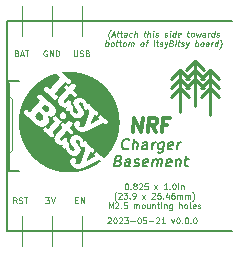
<source format=gto>
G04 #@! TF.GenerationSoftware,KiCad,Pcbnew,(6.0.0-0)*
G04 #@! TF.CreationDate,2023-05-21T13:36:32-07:00*
G04 #@! TF.ProjectId,ItsyBitsy breadboard,49747379-4269-4747-9379-206272656164,0.0.0*
G04 #@! TF.SameCoordinates,Original*
G04 #@! TF.FileFunction,Legend,Top*
G04 #@! TF.FilePolarity,Positive*
%FSLAX46Y46*%
G04 Gerber Fmt 4.6, Leading zero omitted, Abs format (unit mm)*
G04 Created by KiCad (PCBNEW (6.0.0-0)) date 2023-05-21 13:36:32*
%MOMM*%
%LPD*%
G01*
G04 APERTURE LIST*
%ADD10C,0.250000*%
%ADD11C,0.100000*%
%ADD12C,0.150000*%
%ADD13C,0.200000*%
%ADD14C,0.300000*%
%ADD15C,0.127000*%
G04 APERTURE END LIST*
D10*
X124398000Y-103976000D02*
X125160000Y-103214000D01*
X125668000Y-104738000D02*
X126430000Y-103976000D01*
D11*
X111760000Y-100330000D02*
X111760000Y-97790000D01*
D10*
X125922000Y-105500000D02*
X125160000Y-104738000D01*
X127700000Y-103214000D02*
X127700000Y-107024000D01*
X128462000Y-103976000D02*
X127700000Y-103214000D01*
D12*
X110490000Y-116840000D02*
X129540000Y-116840000D01*
D10*
X126938000Y-103976000D02*
X127700000Y-103214000D01*
X125922000Y-103976000D02*
X125160000Y-103214000D01*
X125922000Y-104738000D02*
X125160000Y-103976000D01*
X128462000Y-105500000D02*
X127700000Y-104738000D01*
D11*
X114300000Y-115570000D02*
X114300000Y-118110000D01*
D10*
X126938000Y-104738000D02*
X127700000Y-103976000D01*
D12*
X129540000Y-99060000D02*
X110490000Y-99060000D01*
D10*
X127192000Y-103976000D02*
X126430000Y-103214000D01*
X126430000Y-102452000D02*
X126430000Y-106262000D01*
D11*
X114300000Y-100330000D02*
X114300000Y-97790000D01*
D10*
X127192000Y-103214000D02*
X126430000Y-102452000D01*
X124398000Y-104738000D02*
X125160000Y-103976000D01*
D11*
X116840000Y-100330000D02*
X116840000Y-97790000D01*
D10*
X128462000Y-104738000D02*
X127700000Y-103976000D01*
X125160000Y-103214000D02*
X125160000Y-106770000D01*
X125668000Y-103976000D02*
X126430000Y-103214000D01*
X126938000Y-105500000D02*
X127700000Y-104738000D01*
D11*
X116840000Y-115570000D02*
X116840000Y-118110000D01*
D10*
X127192000Y-104738000D02*
X126430000Y-103976000D01*
D12*
X110490000Y-116840000D02*
X110490000Y-99060000D01*
D10*
X125668000Y-103214000D02*
X126430000Y-102452000D01*
X124398000Y-105500000D02*
X125160000Y-104738000D01*
D11*
X111760000Y-115570000D02*
X111760000Y-118110000D01*
X120579047Y-112771190D02*
X120626666Y-112771190D01*
X120674285Y-112795000D01*
X120698095Y-112818809D01*
X120721904Y-112866428D01*
X120745714Y-112961666D01*
X120745714Y-113080714D01*
X120721904Y-113175952D01*
X120698095Y-113223571D01*
X120674285Y-113247380D01*
X120626666Y-113271190D01*
X120579047Y-113271190D01*
X120531428Y-113247380D01*
X120507619Y-113223571D01*
X120483809Y-113175952D01*
X120460000Y-113080714D01*
X120460000Y-112961666D01*
X120483809Y-112866428D01*
X120507619Y-112818809D01*
X120531428Y-112795000D01*
X120579047Y-112771190D01*
X120960000Y-113223571D02*
X120983809Y-113247380D01*
X120960000Y-113271190D01*
X120936190Y-113247380D01*
X120960000Y-113223571D01*
X120960000Y-113271190D01*
X121269523Y-112985476D02*
X121221904Y-112961666D01*
X121198095Y-112937857D01*
X121174285Y-112890238D01*
X121174285Y-112866428D01*
X121198095Y-112818809D01*
X121221904Y-112795000D01*
X121269523Y-112771190D01*
X121364761Y-112771190D01*
X121412380Y-112795000D01*
X121436190Y-112818809D01*
X121460000Y-112866428D01*
X121460000Y-112890238D01*
X121436190Y-112937857D01*
X121412380Y-112961666D01*
X121364761Y-112985476D01*
X121269523Y-112985476D01*
X121221904Y-113009285D01*
X121198095Y-113033095D01*
X121174285Y-113080714D01*
X121174285Y-113175952D01*
X121198095Y-113223571D01*
X121221904Y-113247380D01*
X121269523Y-113271190D01*
X121364761Y-113271190D01*
X121412380Y-113247380D01*
X121436190Y-113223571D01*
X121460000Y-113175952D01*
X121460000Y-113080714D01*
X121436190Y-113033095D01*
X121412380Y-113009285D01*
X121364761Y-112985476D01*
X121650476Y-112818809D02*
X121674285Y-112795000D01*
X121721904Y-112771190D01*
X121840952Y-112771190D01*
X121888571Y-112795000D01*
X121912380Y-112818809D01*
X121936190Y-112866428D01*
X121936190Y-112914047D01*
X121912380Y-112985476D01*
X121626666Y-113271190D01*
X121936190Y-113271190D01*
X122388571Y-112771190D02*
X122150476Y-112771190D01*
X122126666Y-113009285D01*
X122150476Y-112985476D01*
X122198095Y-112961666D01*
X122317142Y-112961666D01*
X122364761Y-112985476D01*
X122388571Y-113009285D01*
X122412380Y-113056904D01*
X122412380Y-113175952D01*
X122388571Y-113223571D01*
X122364761Y-113247380D01*
X122317142Y-113271190D01*
X122198095Y-113271190D01*
X122150476Y-113247380D01*
X122126666Y-113223571D01*
X122960000Y-113271190D02*
X123221904Y-112937857D01*
X122960000Y-112937857D02*
X123221904Y-113271190D01*
X124055238Y-113271190D02*
X123769523Y-113271190D01*
X123912380Y-113271190D02*
X123912380Y-112771190D01*
X123864761Y-112842619D01*
X123817142Y-112890238D01*
X123769523Y-112914047D01*
X124269523Y-113223571D02*
X124293333Y-113247380D01*
X124269523Y-113271190D01*
X124245714Y-113247380D01*
X124269523Y-113223571D01*
X124269523Y-113271190D01*
X124602857Y-112771190D02*
X124650476Y-112771190D01*
X124698095Y-112795000D01*
X124721904Y-112818809D01*
X124745714Y-112866428D01*
X124769523Y-112961666D01*
X124769523Y-113080714D01*
X124745714Y-113175952D01*
X124721904Y-113223571D01*
X124698095Y-113247380D01*
X124650476Y-113271190D01*
X124602857Y-113271190D01*
X124555238Y-113247380D01*
X124531428Y-113223571D01*
X124507619Y-113175952D01*
X124483809Y-113080714D01*
X124483809Y-112961666D01*
X124507619Y-112866428D01*
X124531428Y-112818809D01*
X124555238Y-112795000D01*
X124602857Y-112771190D01*
X124983809Y-113271190D02*
X124983809Y-112937857D01*
X124983809Y-112771190D02*
X124960000Y-112795000D01*
X124983809Y-112818809D01*
X125007619Y-112795000D01*
X124983809Y-112771190D01*
X124983809Y-112818809D01*
X125221904Y-112937857D02*
X125221904Y-113271190D01*
X125221904Y-112985476D02*
X125245714Y-112961666D01*
X125293333Y-112937857D01*
X125364761Y-112937857D01*
X125412380Y-112961666D01*
X125436190Y-113009285D01*
X125436190Y-113271190D01*
X119733809Y-114266666D02*
X119710000Y-114242857D01*
X119662380Y-114171428D01*
X119638571Y-114123809D01*
X119614761Y-114052380D01*
X119590952Y-113933333D01*
X119590952Y-113838095D01*
X119614761Y-113719047D01*
X119638571Y-113647619D01*
X119662380Y-113600000D01*
X119710000Y-113528571D01*
X119733809Y-113504761D01*
X119900476Y-113623809D02*
X119924285Y-113600000D01*
X119971904Y-113576190D01*
X120090952Y-113576190D01*
X120138571Y-113600000D01*
X120162380Y-113623809D01*
X120186190Y-113671428D01*
X120186190Y-113719047D01*
X120162380Y-113790476D01*
X119876666Y-114076190D01*
X120186190Y-114076190D01*
X120352857Y-113576190D02*
X120662380Y-113576190D01*
X120495714Y-113766666D01*
X120567142Y-113766666D01*
X120614761Y-113790476D01*
X120638571Y-113814285D01*
X120662380Y-113861904D01*
X120662380Y-113980952D01*
X120638571Y-114028571D01*
X120614761Y-114052380D01*
X120567142Y-114076190D01*
X120424285Y-114076190D01*
X120376666Y-114052380D01*
X120352857Y-114028571D01*
X120876666Y-114028571D02*
X120900476Y-114052380D01*
X120876666Y-114076190D01*
X120852857Y-114052380D01*
X120876666Y-114028571D01*
X120876666Y-114076190D01*
X121138571Y-114076190D02*
X121233809Y-114076190D01*
X121281428Y-114052380D01*
X121305238Y-114028571D01*
X121352857Y-113957142D01*
X121376666Y-113861904D01*
X121376666Y-113671428D01*
X121352857Y-113623809D01*
X121329047Y-113600000D01*
X121281428Y-113576190D01*
X121186190Y-113576190D01*
X121138571Y-113600000D01*
X121114761Y-113623809D01*
X121090952Y-113671428D01*
X121090952Y-113790476D01*
X121114761Y-113838095D01*
X121138571Y-113861904D01*
X121186190Y-113885714D01*
X121281428Y-113885714D01*
X121329047Y-113861904D01*
X121352857Y-113838095D01*
X121376666Y-113790476D01*
X121924285Y-114076190D02*
X122186190Y-113742857D01*
X121924285Y-113742857D02*
X122186190Y-114076190D01*
X122733809Y-113623809D02*
X122757619Y-113600000D01*
X122805238Y-113576190D01*
X122924285Y-113576190D01*
X122971904Y-113600000D01*
X122995714Y-113623809D01*
X123019523Y-113671428D01*
X123019523Y-113719047D01*
X122995714Y-113790476D01*
X122710000Y-114076190D01*
X123019523Y-114076190D01*
X123471904Y-113576190D02*
X123233809Y-113576190D01*
X123210000Y-113814285D01*
X123233809Y-113790476D01*
X123281428Y-113766666D01*
X123400476Y-113766666D01*
X123448095Y-113790476D01*
X123471904Y-113814285D01*
X123495714Y-113861904D01*
X123495714Y-113980952D01*
X123471904Y-114028571D01*
X123448095Y-114052380D01*
X123400476Y-114076190D01*
X123281428Y-114076190D01*
X123233809Y-114052380D01*
X123210000Y-114028571D01*
X123710000Y-114028571D02*
X123733809Y-114052380D01*
X123710000Y-114076190D01*
X123686190Y-114052380D01*
X123710000Y-114028571D01*
X123710000Y-114076190D01*
X124162380Y-113742857D02*
X124162380Y-114076190D01*
X124043333Y-113552380D02*
X123924285Y-113909523D01*
X124233809Y-113909523D01*
X124638571Y-113576190D02*
X124543333Y-113576190D01*
X124495714Y-113600000D01*
X124471904Y-113623809D01*
X124424285Y-113695238D01*
X124400476Y-113790476D01*
X124400476Y-113980952D01*
X124424285Y-114028571D01*
X124448095Y-114052380D01*
X124495714Y-114076190D01*
X124590952Y-114076190D01*
X124638571Y-114052380D01*
X124662380Y-114028571D01*
X124686190Y-113980952D01*
X124686190Y-113861904D01*
X124662380Y-113814285D01*
X124638571Y-113790476D01*
X124590952Y-113766666D01*
X124495714Y-113766666D01*
X124448095Y-113790476D01*
X124424285Y-113814285D01*
X124400476Y-113861904D01*
X124900476Y-114076190D02*
X124900476Y-113742857D01*
X124900476Y-113790476D02*
X124924285Y-113766666D01*
X124971904Y-113742857D01*
X125043333Y-113742857D01*
X125090952Y-113766666D01*
X125114761Y-113814285D01*
X125114761Y-114076190D01*
X125114761Y-113814285D02*
X125138571Y-113766666D01*
X125186190Y-113742857D01*
X125257619Y-113742857D01*
X125305238Y-113766666D01*
X125329047Y-113814285D01*
X125329047Y-114076190D01*
X125567142Y-114076190D02*
X125567142Y-113742857D01*
X125567142Y-113790476D02*
X125590952Y-113766666D01*
X125638571Y-113742857D01*
X125710000Y-113742857D01*
X125757619Y-113766666D01*
X125781428Y-113814285D01*
X125781428Y-114076190D01*
X125781428Y-113814285D02*
X125805238Y-113766666D01*
X125852857Y-113742857D01*
X125924285Y-113742857D01*
X125971904Y-113766666D01*
X125995714Y-113814285D01*
X125995714Y-114076190D01*
X126186190Y-114266666D02*
X126210000Y-114242857D01*
X126257619Y-114171428D01*
X126281428Y-114123809D01*
X126305238Y-114052380D01*
X126329047Y-113933333D01*
X126329047Y-113838095D01*
X126305238Y-113719047D01*
X126281428Y-113647619D01*
X126257619Y-113600000D01*
X126210000Y-113528571D01*
X126186190Y-113504761D01*
X119090952Y-114881190D02*
X119090952Y-114381190D01*
X119257619Y-114738333D01*
X119424285Y-114381190D01*
X119424285Y-114881190D01*
X119638571Y-114428809D02*
X119662380Y-114405000D01*
X119710000Y-114381190D01*
X119829047Y-114381190D01*
X119876666Y-114405000D01*
X119900476Y-114428809D01*
X119924285Y-114476428D01*
X119924285Y-114524047D01*
X119900476Y-114595476D01*
X119614761Y-114881190D01*
X119924285Y-114881190D01*
X120138571Y-114833571D02*
X120162380Y-114857380D01*
X120138571Y-114881190D01*
X120114761Y-114857380D01*
X120138571Y-114833571D01*
X120138571Y-114881190D01*
X120614761Y-114381190D02*
X120376666Y-114381190D01*
X120352857Y-114619285D01*
X120376666Y-114595476D01*
X120424285Y-114571666D01*
X120543333Y-114571666D01*
X120590952Y-114595476D01*
X120614761Y-114619285D01*
X120638571Y-114666904D01*
X120638571Y-114785952D01*
X120614761Y-114833571D01*
X120590952Y-114857380D01*
X120543333Y-114881190D01*
X120424285Y-114881190D01*
X120376666Y-114857380D01*
X120352857Y-114833571D01*
X121233809Y-114881190D02*
X121233809Y-114547857D01*
X121233809Y-114595476D02*
X121257619Y-114571666D01*
X121305238Y-114547857D01*
X121376666Y-114547857D01*
X121424285Y-114571666D01*
X121448095Y-114619285D01*
X121448095Y-114881190D01*
X121448095Y-114619285D02*
X121471904Y-114571666D01*
X121519523Y-114547857D01*
X121590952Y-114547857D01*
X121638571Y-114571666D01*
X121662380Y-114619285D01*
X121662380Y-114881190D01*
X121971904Y-114881190D02*
X121924285Y-114857380D01*
X121900476Y-114833571D01*
X121876666Y-114785952D01*
X121876666Y-114643095D01*
X121900476Y-114595476D01*
X121924285Y-114571666D01*
X121971904Y-114547857D01*
X122043333Y-114547857D01*
X122090952Y-114571666D01*
X122114761Y-114595476D01*
X122138571Y-114643095D01*
X122138571Y-114785952D01*
X122114761Y-114833571D01*
X122090952Y-114857380D01*
X122043333Y-114881190D01*
X121971904Y-114881190D01*
X122567142Y-114547857D02*
X122567142Y-114881190D01*
X122352857Y-114547857D02*
X122352857Y-114809761D01*
X122376666Y-114857380D01*
X122424285Y-114881190D01*
X122495714Y-114881190D01*
X122543333Y-114857380D01*
X122567142Y-114833571D01*
X122805238Y-114547857D02*
X122805238Y-114881190D01*
X122805238Y-114595476D02*
X122829047Y-114571666D01*
X122876666Y-114547857D01*
X122948095Y-114547857D01*
X122995714Y-114571666D01*
X123019523Y-114619285D01*
X123019523Y-114881190D01*
X123186190Y-114547857D02*
X123376666Y-114547857D01*
X123257619Y-114381190D02*
X123257619Y-114809761D01*
X123281428Y-114857380D01*
X123329047Y-114881190D01*
X123376666Y-114881190D01*
X123543333Y-114881190D02*
X123543333Y-114547857D01*
X123543333Y-114381190D02*
X123519523Y-114405000D01*
X123543333Y-114428809D01*
X123567142Y-114405000D01*
X123543333Y-114381190D01*
X123543333Y-114428809D01*
X123781428Y-114547857D02*
X123781428Y-114881190D01*
X123781428Y-114595476D02*
X123805238Y-114571666D01*
X123852857Y-114547857D01*
X123924285Y-114547857D01*
X123971904Y-114571666D01*
X123995714Y-114619285D01*
X123995714Y-114881190D01*
X124448095Y-114547857D02*
X124448095Y-114952619D01*
X124424285Y-115000238D01*
X124400476Y-115024047D01*
X124352857Y-115047857D01*
X124281428Y-115047857D01*
X124233809Y-115024047D01*
X124448095Y-114857380D02*
X124400476Y-114881190D01*
X124305238Y-114881190D01*
X124257619Y-114857380D01*
X124233809Y-114833571D01*
X124210000Y-114785952D01*
X124210000Y-114643095D01*
X124233809Y-114595476D01*
X124257619Y-114571666D01*
X124305238Y-114547857D01*
X124400476Y-114547857D01*
X124448095Y-114571666D01*
X125067142Y-114881190D02*
X125067142Y-114381190D01*
X125281428Y-114881190D02*
X125281428Y-114619285D01*
X125257619Y-114571666D01*
X125210000Y-114547857D01*
X125138571Y-114547857D01*
X125090952Y-114571666D01*
X125067142Y-114595476D01*
X125590952Y-114881190D02*
X125543333Y-114857380D01*
X125519523Y-114833571D01*
X125495714Y-114785952D01*
X125495714Y-114643095D01*
X125519523Y-114595476D01*
X125543333Y-114571666D01*
X125590952Y-114547857D01*
X125662380Y-114547857D01*
X125710000Y-114571666D01*
X125733809Y-114595476D01*
X125757619Y-114643095D01*
X125757619Y-114785952D01*
X125733809Y-114833571D01*
X125710000Y-114857380D01*
X125662380Y-114881190D01*
X125590952Y-114881190D01*
X126043333Y-114881190D02*
X125995714Y-114857380D01*
X125971904Y-114809761D01*
X125971904Y-114381190D01*
X126424285Y-114857380D02*
X126376666Y-114881190D01*
X126281428Y-114881190D01*
X126233809Y-114857380D01*
X126210000Y-114809761D01*
X126210000Y-114619285D01*
X126233809Y-114571666D01*
X126281428Y-114547857D01*
X126376666Y-114547857D01*
X126424285Y-114571666D01*
X126448095Y-114619285D01*
X126448095Y-114666904D01*
X126210000Y-114714523D01*
X126638571Y-114857380D02*
X126686190Y-114881190D01*
X126781428Y-114881190D01*
X126829047Y-114857380D01*
X126852857Y-114809761D01*
X126852857Y-114785952D01*
X126829047Y-114738333D01*
X126781428Y-114714523D01*
X126710000Y-114714523D01*
X126662380Y-114690714D01*
X126638571Y-114643095D01*
X126638571Y-114619285D01*
X126662380Y-114571666D01*
X126710000Y-114547857D01*
X126781428Y-114547857D01*
X126829047Y-114571666D01*
X119008095Y-115703809D02*
X119031904Y-115680000D01*
X119079523Y-115656190D01*
X119198571Y-115656190D01*
X119246190Y-115680000D01*
X119270000Y-115703809D01*
X119293809Y-115751428D01*
X119293809Y-115799047D01*
X119270000Y-115870476D01*
X118984285Y-116156190D01*
X119293809Y-116156190D01*
X119603333Y-115656190D02*
X119650952Y-115656190D01*
X119698571Y-115680000D01*
X119722380Y-115703809D01*
X119746190Y-115751428D01*
X119770000Y-115846666D01*
X119770000Y-115965714D01*
X119746190Y-116060952D01*
X119722380Y-116108571D01*
X119698571Y-116132380D01*
X119650952Y-116156190D01*
X119603333Y-116156190D01*
X119555714Y-116132380D01*
X119531904Y-116108571D01*
X119508095Y-116060952D01*
X119484285Y-115965714D01*
X119484285Y-115846666D01*
X119508095Y-115751428D01*
X119531904Y-115703809D01*
X119555714Y-115680000D01*
X119603333Y-115656190D01*
X119960476Y-115703809D02*
X119984285Y-115680000D01*
X120031904Y-115656190D01*
X120150952Y-115656190D01*
X120198571Y-115680000D01*
X120222380Y-115703809D01*
X120246190Y-115751428D01*
X120246190Y-115799047D01*
X120222380Y-115870476D01*
X119936666Y-116156190D01*
X120246190Y-116156190D01*
X120412857Y-115656190D02*
X120722380Y-115656190D01*
X120555714Y-115846666D01*
X120627142Y-115846666D01*
X120674761Y-115870476D01*
X120698571Y-115894285D01*
X120722380Y-115941904D01*
X120722380Y-116060952D01*
X120698571Y-116108571D01*
X120674761Y-116132380D01*
X120627142Y-116156190D01*
X120484285Y-116156190D01*
X120436666Y-116132380D01*
X120412857Y-116108571D01*
X120936666Y-115965714D02*
X121317619Y-115965714D01*
X121650952Y-115656190D02*
X121698571Y-115656190D01*
X121746190Y-115680000D01*
X121770000Y-115703809D01*
X121793809Y-115751428D01*
X121817619Y-115846666D01*
X121817619Y-115965714D01*
X121793809Y-116060952D01*
X121770000Y-116108571D01*
X121746190Y-116132380D01*
X121698571Y-116156190D01*
X121650952Y-116156190D01*
X121603333Y-116132380D01*
X121579523Y-116108571D01*
X121555714Y-116060952D01*
X121531904Y-115965714D01*
X121531904Y-115846666D01*
X121555714Y-115751428D01*
X121579523Y-115703809D01*
X121603333Y-115680000D01*
X121650952Y-115656190D01*
X122270000Y-115656190D02*
X122031904Y-115656190D01*
X122008095Y-115894285D01*
X122031904Y-115870476D01*
X122079523Y-115846666D01*
X122198571Y-115846666D01*
X122246190Y-115870476D01*
X122270000Y-115894285D01*
X122293809Y-115941904D01*
X122293809Y-116060952D01*
X122270000Y-116108571D01*
X122246190Y-116132380D01*
X122198571Y-116156190D01*
X122079523Y-116156190D01*
X122031904Y-116132380D01*
X122008095Y-116108571D01*
X122508095Y-115965714D02*
X122889047Y-115965714D01*
X123103333Y-115703809D02*
X123127142Y-115680000D01*
X123174761Y-115656190D01*
X123293809Y-115656190D01*
X123341428Y-115680000D01*
X123365238Y-115703809D01*
X123389047Y-115751428D01*
X123389047Y-115799047D01*
X123365238Y-115870476D01*
X123079523Y-116156190D01*
X123389047Y-116156190D01*
X123865238Y-116156190D02*
X123579523Y-116156190D01*
X123722380Y-116156190D02*
X123722380Y-115656190D01*
X123674761Y-115727619D01*
X123627142Y-115775238D01*
X123579523Y-115799047D01*
X124412857Y-115822857D02*
X124531904Y-116156190D01*
X124650952Y-115822857D01*
X124936666Y-115656190D02*
X124984285Y-115656190D01*
X125031904Y-115680000D01*
X125055714Y-115703809D01*
X125079523Y-115751428D01*
X125103333Y-115846666D01*
X125103333Y-115965714D01*
X125079523Y-116060952D01*
X125055714Y-116108571D01*
X125031904Y-116132380D01*
X124984285Y-116156190D01*
X124936666Y-116156190D01*
X124889047Y-116132380D01*
X124865238Y-116108571D01*
X124841428Y-116060952D01*
X124817619Y-115965714D01*
X124817619Y-115846666D01*
X124841428Y-115751428D01*
X124865238Y-115703809D01*
X124889047Y-115680000D01*
X124936666Y-115656190D01*
X125317619Y-116108571D02*
X125341428Y-116132380D01*
X125317619Y-116156190D01*
X125293809Y-116132380D01*
X125317619Y-116108571D01*
X125317619Y-116156190D01*
X125650952Y-115656190D02*
X125698571Y-115656190D01*
X125746190Y-115680000D01*
X125770000Y-115703809D01*
X125793809Y-115751428D01*
X125817619Y-115846666D01*
X125817619Y-115965714D01*
X125793809Y-116060952D01*
X125770000Y-116108571D01*
X125746190Y-116132380D01*
X125698571Y-116156190D01*
X125650952Y-116156190D01*
X125603333Y-116132380D01*
X125579523Y-116108571D01*
X125555714Y-116060952D01*
X125531904Y-115965714D01*
X125531904Y-115846666D01*
X125555714Y-115751428D01*
X125579523Y-115703809D01*
X125603333Y-115680000D01*
X125650952Y-115656190D01*
X126031904Y-116108571D02*
X126055714Y-116132380D01*
X126031904Y-116156190D01*
X126008095Y-116132380D01*
X126031904Y-116108571D01*
X126031904Y-116156190D01*
X126365238Y-115656190D02*
X126412857Y-115656190D01*
X126460476Y-115680000D01*
X126484285Y-115703809D01*
X126508095Y-115751428D01*
X126531904Y-115846666D01*
X126531904Y-115965714D01*
X126508095Y-116060952D01*
X126484285Y-116108571D01*
X126460476Y-116132380D01*
X126412857Y-116156190D01*
X126365238Y-116156190D01*
X126317619Y-116132380D01*
X126293809Y-116108571D01*
X126270000Y-116060952D01*
X126246190Y-115965714D01*
X126246190Y-115846666D01*
X126270000Y-115751428D01*
X126293809Y-115703809D01*
X126317619Y-115680000D01*
X126365238Y-115656190D01*
D13*
X120739794Y-109796928D02*
X120691580Y-109839785D01*
X120557651Y-109882642D01*
X120471937Y-109882642D01*
X120348723Y-109839785D01*
X120273723Y-109754071D01*
X120241580Y-109668357D01*
X120220151Y-109496928D01*
X120236223Y-109368357D01*
X120300508Y-109196928D01*
X120354080Y-109111214D01*
X120450508Y-109025500D01*
X120584437Y-108982642D01*
X120670151Y-108982642D01*
X120793366Y-109025500D01*
X120830866Y-109068357D01*
X121114794Y-109882642D02*
X121227294Y-108982642D01*
X121500508Y-109882642D02*
X121559437Y-109411214D01*
X121527294Y-109325500D01*
X121446937Y-109282642D01*
X121318366Y-109282642D01*
X121227294Y-109325500D01*
X121179080Y-109368357D01*
X122314794Y-109882642D02*
X122373723Y-109411214D01*
X122341580Y-109325500D01*
X122261223Y-109282642D01*
X122089794Y-109282642D01*
X121998723Y-109325500D01*
X122320151Y-109839785D02*
X122229080Y-109882642D01*
X122014794Y-109882642D01*
X121934437Y-109839785D01*
X121902294Y-109754071D01*
X121913008Y-109668357D01*
X121966580Y-109582642D01*
X122057651Y-109539785D01*
X122271937Y-109539785D01*
X122363008Y-109496928D01*
X122743366Y-109882642D02*
X122818366Y-109282642D01*
X122796937Y-109454071D02*
X122850508Y-109368357D01*
X122898723Y-109325500D01*
X122989794Y-109282642D01*
X123075508Y-109282642D01*
X123761223Y-109282642D02*
X123670151Y-110011214D01*
X123616580Y-110096928D01*
X123568366Y-110139785D01*
X123477294Y-110182642D01*
X123348723Y-110182642D01*
X123268366Y-110139785D01*
X123691580Y-109839785D02*
X123600508Y-109882642D01*
X123429080Y-109882642D01*
X123348723Y-109839785D01*
X123311223Y-109796928D01*
X123279080Y-109711214D01*
X123311223Y-109454071D01*
X123364794Y-109368357D01*
X123413008Y-109325500D01*
X123504080Y-109282642D01*
X123675508Y-109282642D01*
X123755866Y-109325500D01*
X124463008Y-109839785D02*
X124371937Y-109882642D01*
X124200508Y-109882642D01*
X124120151Y-109839785D01*
X124088008Y-109754071D01*
X124130866Y-109411214D01*
X124184437Y-109325500D01*
X124275508Y-109282642D01*
X124446937Y-109282642D01*
X124527294Y-109325500D01*
X124559437Y-109411214D01*
X124548723Y-109496928D01*
X124109437Y-109582642D01*
X124886223Y-109882642D02*
X124961223Y-109282642D01*
X124939794Y-109454071D02*
X124993366Y-109368357D01*
X125041580Y-109325500D01*
X125132651Y-109282642D01*
X125218366Y-109282642D01*
X119930866Y-110860214D02*
X120054080Y-110903071D01*
X120091580Y-110945928D01*
X120123723Y-111031642D01*
X120107651Y-111160214D01*
X120054080Y-111245928D01*
X120005866Y-111288785D01*
X119914794Y-111331642D01*
X119571937Y-111331642D01*
X119684437Y-110431642D01*
X119984437Y-110431642D01*
X120064794Y-110474500D01*
X120102294Y-110517357D01*
X120134437Y-110603071D01*
X120123723Y-110688785D01*
X120070151Y-110774500D01*
X120021937Y-110817357D01*
X119930866Y-110860214D01*
X119630866Y-110860214D01*
X120857651Y-111331642D02*
X120916580Y-110860214D01*
X120884437Y-110774500D01*
X120804080Y-110731642D01*
X120632651Y-110731642D01*
X120541580Y-110774500D01*
X120863008Y-111288785D02*
X120771937Y-111331642D01*
X120557651Y-111331642D01*
X120477294Y-111288785D01*
X120445151Y-111203071D01*
X120455866Y-111117357D01*
X120509437Y-111031642D01*
X120600508Y-110988785D01*
X120814794Y-110988785D01*
X120905866Y-110945928D01*
X121248723Y-111288785D02*
X121329080Y-111331642D01*
X121500508Y-111331642D01*
X121591580Y-111288785D01*
X121645151Y-111203071D01*
X121650508Y-111160214D01*
X121618366Y-111074500D01*
X121538008Y-111031642D01*
X121409437Y-111031642D01*
X121329080Y-110988785D01*
X121296937Y-110903071D01*
X121302294Y-110860214D01*
X121355866Y-110774500D01*
X121446937Y-110731642D01*
X121575508Y-110731642D01*
X121655866Y-110774500D01*
X122363008Y-111288785D02*
X122271937Y-111331642D01*
X122100508Y-111331642D01*
X122020151Y-111288785D01*
X121988008Y-111203071D01*
X122030866Y-110860214D01*
X122084437Y-110774500D01*
X122175508Y-110731642D01*
X122346937Y-110731642D01*
X122427294Y-110774500D01*
X122459437Y-110860214D01*
X122448723Y-110945928D01*
X122009437Y-111031642D01*
X122786223Y-111331642D02*
X122861223Y-110731642D01*
X122850508Y-110817357D02*
X122898723Y-110774500D01*
X122989794Y-110731642D01*
X123118366Y-110731642D01*
X123198723Y-110774500D01*
X123230866Y-110860214D01*
X123171937Y-111331642D01*
X123230866Y-110860214D02*
X123284437Y-110774500D01*
X123375508Y-110731642D01*
X123504080Y-110731642D01*
X123584437Y-110774500D01*
X123616580Y-110860214D01*
X123557651Y-111331642D01*
X124334437Y-111288785D02*
X124243366Y-111331642D01*
X124071937Y-111331642D01*
X123991580Y-111288785D01*
X123959437Y-111203071D01*
X124002294Y-110860214D01*
X124055866Y-110774500D01*
X124146937Y-110731642D01*
X124318366Y-110731642D01*
X124398723Y-110774500D01*
X124430866Y-110860214D01*
X124420151Y-110945928D01*
X123980866Y-111031642D01*
X124832651Y-110731642D02*
X124757651Y-111331642D01*
X124821937Y-110817357D02*
X124870151Y-110774500D01*
X124961223Y-110731642D01*
X125089794Y-110731642D01*
X125170151Y-110774500D01*
X125202294Y-110860214D01*
X125143366Y-111331642D01*
X125518366Y-110731642D02*
X125861223Y-110731642D01*
X125684437Y-110431642D02*
X125588008Y-111203071D01*
X125620151Y-111288785D01*
X125700508Y-111331642D01*
X125786223Y-111331642D01*
D11*
X119163139Y-100554166D02*
X119142306Y-100530357D01*
X119103616Y-100458928D01*
X119085758Y-100411309D01*
X119070877Y-100339880D01*
X119061949Y-100220833D01*
X119073854Y-100125595D01*
X119112544Y-100006547D01*
X119145282Y-99935119D01*
X119175044Y-99887500D01*
X119231592Y-99816071D01*
X119258377Y-99792261D01*
X119371473Y-100220833D02*
X119609568Y-100220833D01*
X119305997Y-100363690D02*
X119535163Y-99863690D01*
X119639330Y-100363690D01*
X119776235Y-100030357D02*
X119966711Y-100030357D01*
X119868497Y-99863690D02*
X119814925Y-100292261D01*
X119832782Y-100339880D01*
X119877425Y-100363690D01*
X119925044Y-100363690D01*
X120061949Y-100030357D02*
X120252425Y-100030357D01*
X120154211Y-99863690D02*
X120100639Y-100292261D01*
X120118497Y-100339880D01*
X120163139Y-100363690D01*
X120210758Y-100363690D01*
X120591711Y-100363690D02*
X120624449Y-100101785D01*
X120606592Y-100054166D01*
X120561949Y-100030357D01*
X120466711Y-100030357D01*
X120416116Y-100054166D01*
X120594687Y-100339880D02*
X120544092Y-100363690D01*
X120425044Y-100363690D01*
X120380401Y-100339880D01*
X120362544Y-100292261D01*
X120368497Y-100244642D01*
X120398258Y-100197023D01*
X120448854Y-100173214D01*
X120567901Y-100173214D01*
X120618497Y-100149404D01*
X121047068Y-100339880D02*
X120996473Y-100363690D01*
X120901235Y-100363690D01*
X120856592Y-100339880D01*
X120835758Y-100316071D01*
X120817901Y-100268452D01*
X120835758Y-100125595D01*
X120865520Y-100077976D01*
X120892306Y-100054166D01*
X120942901Y-100030357D01*
X121038139Y-100030357D01*
X121082782Y-100054166D01*
X121258377Y-100363690D02*
X121320877Y-99863690D01*
X121472663Y-100363690D02*
X121505401Y-100101785D01*
X121487544Y-100054166D01*
X121442901Y-100030357D01*
X121371473Y-100030357D01*
X121320877Y-100054166D01*
X121294092Y-100077976D01*
X122061949Y-100030357D02*
X122252425Y-100030357D01*
X122154211Y-99863690D02*
X122100639Y-100292261D01*
X122118497Y-100339880D01*
X122163139Y-100363690D01*
X122210758Y-100363690D01*
X122377425Y-100363690D02*
X122439925Y-99863690D01*
X122591711Y-100363690D02*
X122624449Y-100101785D01*
X122606592Y-100054166D01*
X122561949Y-100030357D01*
X122490520Y-100030357D01*
X122439925Y-100054166D01*
X122413139Y-100077976D01*
X122829806Y-100363690D02*
X122871473Y-100030357D01*
X122892306Y-99863690D02*
X122865520Y-99887500D01*
X122886354Y-99911309D01*
X122913139Y-99887500D01*
X122892306Y-99863690D01*
X122886354Y-99911309D01*
X123047068Y-100339880D02*
X123091711Y-100363690D01*
X123186949Y-100363690D01*
X123237544Y-100339880D01*
X123267306Y-100292261D01*
X123270282Y-100268452D01*
X123252425Y-100220833D01*
X123207782Y-100197023D01*
X123136354Y-100197023D01*
X123091711Y-100173214D01*
X123073854Y-100125595D01*
X123076830Y-100101785D01*
X123106592Y-100054166D01*
X123157187Y-100030357D01*
X123228616Y-100030357D01*
X123273258Y-100054166D01*
X123832782Y-100339880D02*
X123877425Y-100363690D01*
X123972663Y-100363690D01*
X124023258Y-100339880D01*
X124053020Y-100292261D01*
X124055997Y-100268452D01*
X124038139Y-100220833D01*
X123993497Y-100197023D01*
X123922068Y-100197023D01*
X123877425Y-100173214D01*
X123859568Y-100125595D01*
X123862544Y-100101785D01*
X123892306Y-100054166D01*
X123942901Y-100030357D01*
X124014330Y-100030357D01*
X124058973Y-100054166D01*
X124258377Y-100363690D02*
X124300044Y-100030357D01*
X124320877Y-99863690D02*
X124294092Y-99887500D01*
X124314925Y-99911309D01*
X124341711Y-99887500D01*
X124320877Y-99863690D01*
X124314925Y-99911309D01*
X124710758Y-100363690D02*
X124773258Y-99863690D01*
X124713735Y-100339880D02*
X124663139Y-100363690D01*
X124567901Y-100363690D01*
X124523258Y-100339880D01*
X124502425Y-100316071D01*
X124484568Y-100268452D01*
X124502425Y-100125595D01*
X124532187Y-100077976D01*
X124558973Y-100054166D01*
X124609568Y-100030357D01*
X124704806Y-100030357D01*
X124749449Y-100054166D01*
X125142306Y-100339880D02*
X125091711Y-100363690D01*
X124996473Y-100363690D01*
X124951830Y-100339880D01*
X124933973Y-100292261D01*
X124957782Y-100101785D01*
X124987544Y-100054166D01*
X125038139Y-100030357D01*
X125133377Y-100030357D01*
X125178020Y-100054166D01*
X125195877Y-100101785D01*
X125189925Y-100149404D01*
X124945877Y-100197023D01*
X125728616Y-100030357D02*
X125919092Y-100030357D01*
X125820877Y-99863690D02*
X125767306Y-100292261D01*
X125785163Y-100339880D01*
X125829806Y-100363690D01*
X125877425Y-100363690D01*
X126115520Y-100363690D02*
X126070877Y-100339880D01*
X126050044Y-100316071D01*
X126032187Y-100268452D01*
X126050044Y-100125595D01*
X126079806Y-100077976D01*
X126106592Y-100054166D01*
X126157187Y-100030357D01*
X126228616Y-100030357D01*
X126273258Y-100054166D01*
X126294092Y-100077976D01*
X126311949Y-100125595D01*
X126294092Y-100268452D01*
X126264330Y-100316071D01*
X126237544Y-100339880D01*
X126186949Y-100363690D01*
X126115520Y-100363690D01*
X126490520Y-100030357D02*
X126544092Y-100363690D01*
X126669092Y-100125595D01*
X126734568Y-100363690D01*
X126871473Y-100030357D01*
X127234568Y-100363690D02*
X127267306Y-100101785D01*
X127249449Y-100054166D01*
X127204806Y-100030357D01*
X127109568Y-100030357D01*
X127058973Y-100054166D01*
X127237544Y-100339880D02*
X127186949Y-100363690D01*
X127067901Y-100363690D01*
X127023258Y-100339880D01*
X127005401Y-100292261D01*
X127011354Y-100244642D01*
X127041116Y-100197023D01*
X127091711Y-100173214D01*
X127210758Y-100173214D01*
X127261354Y-100149404D01*
X127472663Y-100363690D02*
X127514330Y-100030357D01*
X127502425Y-100125595D02*
X127532187Y-100077976D01*
X127558973Y-100054166D01*
X127609568Y-100030357D01*
X127657187Y-100030357D01*
X127996473Y-100363690D02*
X128058973Y-99863690D01*
X127999449Y-100339880D02*
X127948854Y-100363690D01*
X127853616Y-100363690D01*
X127808973Y-100339880D01*
X127788139Y-100316071D01*
X127770282Y-100268452D01*
X127788139Y-100125595D01*
X127817901Y-100077976D01*
X127844687Y-100054166D01*
X127895282Y-100030357D01*
X127990520Y-100030357D01*
X128035163Y-100054166D01*
X128213735Y-100339880D02*
X128258377Y-100363690D01*
X128353616Y-100363690D01*
X128404211Y-100339880D01*
X128433973Y-100292261D01*
X128436949Y-100268452D01*
X128419092Y-100220833D01*
X128374449Y-100197023D01*
X128303020Y-100197023D01*
X128258377Y-100173214D01*
X128240520Y-100125595D01*
X128243497Y-100101785D01*
X128273258Y-100054166D01*
X128323854Y-100030357D01*
X128395282Y-100030357D01*
X128439925Y-100054166D01*
X118817901Y-101168690D02*
X118880401Y-100668690D01*
X118856592Y-100859166D02*
X118907187Y-100835357D01*
X119002425Y-100835357D01*
X119047068Y-100859166D01*
X119067901Y-100882976D01*
X119085758Y-100930595D01*
X119067901Y-101073452D01*
X119038139Y-101121071D01*
X119011354Y-101144880D01*
X118960758Y-101168690D01*
X118865520Y-101168690D01*
X118820877Y-101144880D01*
X119341711Y-101168690D02*
X119297068Y-101144880D01*
X119276235Y-101121071D01*
X119258377Y-101073452D01*
X119276235Y-100930595D01*
X119305997Y-100882976D01*
X119332782Y-100859166D01*
X119383377Y-100835357D01*
X119454806Y-100835357D01*
X119499449Y-100859166D01*
X119520282Y-100882976D01*
X119538139Y-100930595D01*
X119520282Y-101073452D01*
X119490520Y-101121071D01*
X119463735Y-101144880D01*
X119413139Y-101168690D01*
X119341711Y-101168690D01*
X119692901Y-100835357D02*
X119883377Y-100835357D01*
X119785163Y-100668690D02*
X119731592Y-101097261D01*
X119749449Y-101144880D01*
X119794092Y-101168690D01*
X119841711Y-101168690D01*
X119978616Y-100835357D02*
X120169092Y-100835357D01*
X120070877Y-100668690D02*
X120017306Y-101097261D01*
X120035163Y-101144880D01*
X120079806Y-101168690D01*
X120127425Y-101168690D01*
X120365520Y-101168690D02*
X120320877Y-101144880D01*
X120300044Y-101121071D01*
X120282187Y-101073452D01*
X120300044Y-100930595D01*
X120329806Y-100882976D01*
X120356592Y-100859166D01*
X120407187Y-100835357D01*
X120478616Y-100835357D01*
X120523258Y-100859166D01*
X120544092Y-100882976D01*
X120561949Y-100930595D01*
X120544092Y-101073452D01*
X120514330Y-101121071D01*
X120487544Y-101144880D01*
X120436949Y-101168690D01*
X120365520Y-101168690D01*
X120746473Y-101168690D02*
X120788139Y-100835357D01*
X120782187Y-100882976D02*
X120808973Y-100859166D01*
X120859568Y-100835357D01*
X120930997Y-100835357D01*
X120975639Y-100859166D01*
X120993497Y-100906785D01*
X120960758Y-101168690D01*
X120993497Y-100906785D02*
X121023258Y-100859166D01*
X121073854Y-100835357D01*
X121145282Y-100835357D01*
X121189925Y-100859166D01*
X121207782Y-100906785D01*
X121175044Y-101168690D01*
X121865520Y-101168690D02*
X121820877Y-101144880D01*
X121800044Y-101121071D01*
X121782187Y-101073452D01*
X121800044Y-100930595D01*
X121829806Y-100882976D01*
X121856592Y-100859166D01*
X121907187Y-100835357D01*
X121978616Y-100835357D01*
X122023258Y-100859166D01*
X122044092Y-100882976D01*
X122061949Y-100930595D01*
X122044092Y-101073452D01*
X122014330Y-101121071D01*
X121987544Y-101144880D01*
X121936949Y-101168690D01*
X121865520Y-101168690D01*
X122216711Y-100835357D02*
X122407187Y-100835357D01*
X122246473Y-101168690D02*
X122300044Y-100740119D01*
X122329806Y-100692500D01*
X122380401Y-100668690D01*
X122428020Y-100668690D01*
X122913139Y-101168690D02*
X122975639Y-100668690D01*
X123121473Y-100835357D02*
X123311949Y-100835357D01*
X123213735Y-100668690D02*
X123160163Y-101097261D01*
X123178020Y-101144880D01*
X123222663Y-101168690D01*
X123270282Y-101168690D01*
X123416116Y-101144880D02*
X123460758Y-101168690D01*
X123555997Y-101168690D01*
X123606592Y-101144880D01*
X123636354Y-101097261D01*
X123639330Y-101073452D01*
X123621473Y-101025833D01*
X123576830Y-101002023D01*
X123505401Y-101002023D01*
X123460758Y-100978214D01*
X123442901Y-100930595D01*
X123445877Y-100906785D01*
X123475639Y-100859166D01*
X123526235Y-100835357D01*
X123597663Y-100835357D01*
X123642306Y-100859166D01*
X123835758Y-100835357D02*
X123913139Y-101168690D01*
X124073854Y-100835357D02*
X123913139Y-101168690D01*
X123850639Y-101287738D01*
X123823854Y-101311547D01*
X123773258Y-101335357D01*
X124422068Y-100906785D02*
X124490520Y-100930595D01*
X124511354Y-100954404D01*
X124529211Y-101002023D01*
X124520282Y-101073452D01*
X124490520Y-101121071D01*
X124463735Y-101144880D01*
X124413139Y-101168690D01*
X124222663Y-101168690D01*
X124285163Y-100668690D01*
X124451830Y-100668690D01*
X124496473Y-100692500D01*
X124517306Y-100716309D01*
X124535163Y-100763928D01*
X124529211Y-100811547D01*
X124499449Y-100859166D01*
X124472663Y-100882976D01*
X124422068Y-100906785D01*
X124255401Y-100906785D01*
X124722663Y-101168690D02*
X124764330Y-100835357D01*
X124785163Y-100668690D02*
X124758377Y-100692500D01*
X124779211Y-100716309D01*
X124805997Y-100692500D01*
X124785163Y-100668690D01*
X124779211Y-100716309D01*
X124930997Y-100835357D02*
X125121473Y-100835357D01*
X125023258Y-100668690D02*
X124969687Y-101097261D01*
X124987544Y-101144880D01*
X125032187Y-101168690D01*
X125079806Y-101168690D01*
X125225639Y-101144880D02*
X125270282Y-101168690D01*
X125365520Y-101168690D01*
X125416116Y-101144880D01*
X125445877Y-101097261D01*
X125448854Y-101073452D01*
X125430997Y-101025833D01*
X125386354Y-101002023D01*
X125314925Y-101002023D01*
X125270282Y-100978214D01*
X125252425Y-100930595D01*
X125255401Y-100906785D01*
X125285163Y-100859166D01*
X125335758Y-100835357D01*
X125407187Y-100835357D01*
X125451830Y-100859166D01*
X125645282Y-100835357D02*
X125722663Y-101168690D01*
X125883377Y-100835357D02*
X125722663Y-101168690D01*
X125660163Y-101287738D01*
X125633377Y-101311547D01*
X125582782Y-101335357D01*
X126413139Y-101168690D02*
X126475639Y-100668690D01*
X126451830Y-100859166D02*
X126502425Y-100835357D01*
X126597663Y-100835357D01*
X126642306Y-100859166D01*
X126663139Y-100882976D01*
X126680997Y-100930595D01*
X126663139Y-101073452D01*
X126633377Y-101121071D01*
X126606592Y-101144880D01*
X126555997Y-101168690D01*
X126460758Y-101168690D01*
X126416116Y-101144880D01*
X126936949Y-101168690D02*
X126892306Y-101144880D01*
X126871473Y-101121071D01*
X126853616Y-101073452D01*
X126871473Y-100930595D01*
X126901235Y-100882976D01*
X126928020Y-100859166D01*
X126978616Y-100835357D01*
X127050044Y-100835357D01*
X127094687Y-100859166D01*
X127115520Y-100882976D01*
X127133377Y-100930595D01*
X127115520Y-101073452D01*
X127085758Y-101121071D01*
X127058973Y-101144880D01*
X127008377Y-101168690D01*
X126936949Y-101168690D01*
X127532187Y-101168690D02*
X127564925Y-100906785D01*
X127547068Y-100859166D01*
X127502425Y-100835357D01*
X127407187Y-100835357D01*
X127356592Y-100859166D01*
X127535163Y-101144880D02*
X127484568Y-101168690D01*
X127365520Y-101168690D01*
X127320877Y-101144880D01*
X127303020Y-101097261D01*
X127308973Y-101049642D01*
X127338735Y-101002023D01*
X127389330Y-100978214D01*
X127508377Y-100978214D01*
X127558973Y-100954404D01*
X127770282Y-101168690D02*
X127811949Y-100835357D01*
X127800044Y-100930595D02*
X127829806Y-100882976D01*
X127856592Y-100859166D01*
X127907187Y-100835357D01*
X127954806Y-100835357D01*
X128294092Y-101168690D02*
X128356592Y-100668690D01*
X128297068Y-101144880D02*
X128246473Y-101168690D01*
X128151235Y-101168690D01*
X128106592Y-101144880D01*
X128085758Y-101121071D01*
X128067901Y-101073452D01*
X128085758Y-100930595D01*
X128115520Y-100882976D01*
X128142306Y-100859166D01*
X128192901Y-100835357D01*
X128288139Y-100835357D01*
X128332782Y-100859166D01*
X128460758Y-101359166D02*
X128487544Y-101335357D01*
X128544092Y-101263928D01*
X128573854Y-101216309D01*
X128606592Y-101144880D01*
X128645282Y-101025833D01*
X128657187Y-100930595D01*
X128648258Y-100811547D01*
X128633377Y-100740119D01*
X128615520Y-100692500D01*
X128576830Y-100621071D01*
X128555997Y-100597261D01*
D14*
X121129250Y-108442857D02*
X121279250Y-107242857D01*
X121814964Y-108442857D01*
X121964964Y-107242857D01*
X123072107Y-108442857D02*
X122743535Y-107871428D01*
X122386392Y-108442857D02*
X122536392Y-107242857D01*
X122993535Y-107242857D01*
X123100678Y-107300000D01*
X123150678Y-107357142D01*
X123193535Y-107471428D01*
X123172107Y-107642857D01*
X123100678Y-107757142D01*
X123036392Y-107814285D01*
X122914964Y-107871428D01*
X122457821Y-107871428D01*
X124064964Y-107814285D02*
X123664964Y-107814285D01*
X123586392Y-108442857D02*
X123736392Y-107242857D01*
X124307821Y-107242857D01*
D11*
X113728547Y-113962690D02*
X114038071Y-113962690D01*
X113871404Y-114153166D01*
X113942833Y-114153166D01*
X113990452Y-114176976D01*
X114014261Y-114200785D01*
X114038071Y-114248404D01*
X114038071Y-114367452D01*
X114014261Y-114415071D01*
X113990452Y-114438880D01*
X113942833Y-114462690D01*
X113799976Y-114462690D01*
X113752357Y-114438880D01*
X113728547Y-114415071D01*
X114180928Y-113962690D02*
X114347595Y-114462690D01*
X114514261Y-113962690D01*
X111327452Y-101754785D02*
X111398880Y-101778595D01*
X111422690Y-101802404D01*
X111446500Y-101850023D01*
X111446500Y-101921452D01*
X111422690Y-101969071D01*
X111398880Y-101992880D01*
X111351261Y-102016690D01*
X111160785Y-102016690D01*
X111160785Y-101516690D01*
X111327452Y-101516690D01*
X111375071Y-101540500D01*
X111398880Y-101564309D01*
X111422690Y-101611928D01*
X111422690Y-101659547D01*
X111398880Y-101707166D01*
X111375071Y-101730976D01*
X111327452Y-101754785D01*
X111160785Y-101754785D01*
X111636976Y-101873833D02*
X111875071Y-101873833D01*
X111589357Y-102016690D02*
X111756023Y-101516690D01*
X111922690Y-102016690D01*
X112017928Y-101516690D02*
X112303642Y-101516690D01*
X112160785Y-102016690D02*
X112160785Y-101516690D01*
X116280452Y-114200785D02*
X116447119Y-114200785D01*
X116518547Y-114462690D02*
X116280452Y-114462690D01*
X116280452Y-113962690D01*
X116518547Y-113962690D01*
X116732833Y-114462690D02*
X116732833Y-113962690D01*
X117018547Y-114462690D01*
X117018547Y-113962690D01*
X113855547Y-101540500D02*
X113807928Y-101516690D01*
X113736500Y-101516690D01*
X113665071Y-101540500D01*
X113617452Y-101588119D01*
X113593642Y-101635738D01*
X113569833Y-101730976D01*
X113569833Y-101802404D01*
X113593642Y-101897642D01*
X113617452Y-101945261D01*
X113665071Y-101992880D01*
X113736500Y-102016690D01*
X113784119Y-102016690D01*
X113855547Y-101992880D01*
X113879357Y-101969071D01*
X113879357Y-101802404D01*
X113784119Y-101802404D01*
X114093642Y-102016690D02*
X114093642Y-101516690D01*
X114379357Y-102016690D01*
X114379357Y-101516690D01*
X114617452Y-102016690D02*
X114617452Y-101516690D01*
X114736500Y-101516690D01*
X114807928Y-101540500D01*
X114855547Y-101588119D01*
X114879357Y-101635738D01*
X114903166Y-101730976D01*
X114903166Y-101802404D01*
X114879357Y-101897642D01*
X114855547Y-101945261D01*
X114807928Y-101992880D01*
X114736500Y-102016690D01*
X114617452Y-102016690D01*
X116145547Y-101516690D02*
X116145547Y-101921452D01*
X116169357Y-101969071D01*
X116193166Y-101992880D01*
X116240785Y-102016690D01*
X116336023Y-102016690D01*
X116383642Y-101992880D01*
X116407452Y-101969071D01*
X116431261Y-101921452D01*
X116431261Y-101516690D01*
X116645547Y-101992880D02*
X116716976Y-102016690D01*
X116836023Y-102016690D01*
X116883642Y-101992880D01*
X116907452Y-101969071D01*
X116931261Y-101921452D01*
X116931261Y-101873833D01*
X116907452Y-101826214D01*
X116883642Y-101802404D01*
X116836023Y-101778595D01*
X116740785Y-101754785D01*
X116693166Y-101730976D01*
X116669357Y-101707166D01*
X116645547Y-101659547D01*
X116645547Y-101611928D01*
X116669357Y-101564309D01*
X116693166Y-101540500D01*
X116740785Y-101516690D01*
X116859833Y-101516690D01*
X116931261Y-101540500D01*
X117312214Y-101754785D02*
X117383642Y-101778595D01*
X117407452Y-101802404D01*
X117431261Y-101850023D01*
X117431261Y-101921452D01*
X117407452Y-101969071D01*
X117383642Y-101992880D01*
X117336023Y-102016690D01*
X117145547Y-102016690D01*
X117145547Y-101516690D01*
X117312214Y-101516690D01*
X117359833Y-101540500D01*
X117383642Y-101564309D01*
X117407452Y-101611928D01*
X117407452Y-101659547D01*
X117383642Y-101707166D01*
X117359833Y-101730976D01*
X117312214Y-101754785D01*
X117145547Y-101754785D01*
X111295690Y-114462690D02*
X111129023Y-114224595D01*
X111009976Y-114462690D02*
X111009976Y-113962690D01*
X111200452Y-113962690D01*
X111248071Y-113986500D01*
X111271880Y-114010309D01*
X111295690Y-114057928D01*
X111295690Y-114129357D01*
X111271880Y-114176976D01*
X111248071Y-114200785D01*
X111200452Y-114224595D01*
X111009976Y-114224595D01*
X111486166Y-114438880D02*
X111557595Y-114462690D01*
X111676642Y-114462690D01*
X111724261Y-114438880D01*
X111748071Y-114415071D01*
X111771880Y-114367452D01*
X111771880Y-114319833D01*
X111748071Y-114272214D01*
X111724261Y-114248404D01*
X111676642Y-114224595D01*
X111581404Y-114200785D01*
X111533785Y-114176976D01*
X111509976Y-114153166D01*
X111486166Y-114105547D01*
X111486166Y-114057928D01*
X111509976Y-114010309D01*
X111533785Y-113986500D01*
X111581404Y-113962690D01*
X111700452Y-113962690D01*
X111771880Y-113986500D01*
X111914738Y-113962690D02*
X112200452Y-113962690D01*
X112057595Y-114462690D02*
X112057595Y-113962690D01*
G36*
X113443931Y-107440181D02*
G01*
X113147609Y-107440181D01*
X113147609Y-107419016D01*
X113443931Y-107419016D01*
X113443931Y-107440181D01*
G37*
G36*
X113041784Y-105471759D02*
G01*
X112068156Y-105471759D01*
X112068156Y-105450594D01*
X113041784Y-105450594D01*
X113041784Y-105471759D01*
G37*
G36*
X114819712Y-105704584D02*
G01*
X113782587Y-105704584D01*
X113782587Y-105683419D01*
X114819712Y-105683419D01*
X114819712Y-105704584D01*
G37*
G36*
X119222203Y-110085909D02*
G01*
X117867591Y-110085909D01*
X117867591Y-110064741D01*
X119222203Y-110064741D01*
X119222203Y-110085909D01*
G37*
G36*
X116068497Y-105365931D02*
G01*
X115687512Y-105365931D01*
X115687512Y-105344766D01*
X116068497Y-105344766D01*
X116068497Y-105365931D01*
G37*
G36*
X120026503Y-107673003D02*
G01*
X118989378Y-107673003D01*
X118989378Y-107651838D01*
X120026503Y-107651838D01*
X120026503Y-107673003D01*
G37*
G36*
X116280153Y-107588341D02*
G01*
X115920334Y-107588341D01*
X115920334Y-107567175D01*
X116280153Y-107567175D01*
X116280153Y-107588341D01*
G37*
G36*
X118185078Y-104095981D02*
G01*
X115899169Y-104095981D01*
X115899169Y-104074816D01*
X118185078Y-104074816D01*
X118185078Y-104095981D01*
G37*
G36*
X116682306Y-111101869D02*
G01*
X116280153Y-111101869D01*
X116280153Y-111080700D01*
X116682306Y-111080700D01*
X116682306Y-111101869D01*
G37*
G36*
X115920334Y-111186531D02*
G01*
X113443931Y-111186531D01*
X113443931Y-111165366D01*
X115920334Y-111165366D01*
X115920334Y-111186531D01*
G37*
G36*
X117126787Y-107757669D02*
G01*
X116703472Y-107757669D01*
X116703472Y-107736503D01*
X117126787Y-107736503D01*
X117126787Y-107757669D01*
G37*
G36*
X118248575Y-107101528D02*
G01*
X117846425Y-107101528D01*
X117846425Y-107080363D01*
X118248575Y-107080363D01*
X118248575Y-107101528D01*
G37*
G36*
X117825259Y-107630672D02*
G01*
X117613600Y-107630672D01*
X117613600Y-107609506D01*
X117825259Y-107609506D01*
X117825259Y-107630672D01*
G37*
G36*
X115729844Y-110255234D02*
G01*
X112427975Y-110255234D01*
X112427975Y-110234069D01*
X115729844Y-110234069D01*
X115729844Y-110255234D01*
G37*
G36*
X119941841Y-106784041D02*
G01*
X118185078Y-106784041D01*
X118185078Y-106762875D01*
X119941841Y-106762875D01*
X119941841Y-106784041D01*
G37*
G36*
X112025822Y-106614713D02*
G01*
X111623675Y-106614713D01*
X111623675Y-106593547D01*
X112025822Y-106593547D01*
X112025822Y-106614713D01*
G37*
G36*
X111919997Y-106805206D02*
G01*
X111581344Y-106805206D01*
X111581344Y-106784041D01*
X111919997Y-106784041D01*
X111919997Y-106805206D01*
G37*
G36*
X117804094Y-107651838D02*
G01*
X117592434Y-107651838D01*
X117592434Y-107630672D01*
X117804094Y-107630672D01*
X117804094Y-107651838D01*
G37*
G36*
X115200697Y-105196603D02*
G01*
X114586887Y-105196603D01*
X114586887Y-105175438D01*
X115200697Y-105175438D01*
X115200697Y-105196603D01*
G37*
G36*
X117888756Y-111292359D02*
G01*
X117338447Y-111292359D01*
X117338447Y-111271194D01*
X117888756Y-111271194D01*
X117888756Y-111292359D01*
G37*
G36*
X119518525Y-109599094D02*
G01*
X117465441Y-109599094D01*
X117465441Y-109577928D01*
X119518525Y-109577928D01*
X119518525Y-109599094D01*
G37*
G36*
X115158362Y-106784041D02*
G01*
X114629222Y-106784041D01*
X114629222Y-106762875D01*
X115158362Y-106762875D01*
X115158362Y-106784041D01*
G37*
G36*
X117698266Y-111398188D02*
G01*
X117126787Y-111398188D01*
X117126787Y-111377022D01*
X117698266Y-111377022D01*
X117698266Y-111398188D01*
G37*
G36*
X116766969Y-103461006D02*
G01*
X115179528Y-103461006D01*
X115179528Y-103439841D01*
X116766969Y-103439841D01*
X116766969Y-103461006D01*
G37*
G36*
X113634428Y-104942613D02*
G01*
X112427975Y-104942613D01*
X112427975Y-104921447D01*
X113634428Y-104921447D01*
X113634428Y-104942613D01*
G37*
G36*
X120026503Y-107757669D02*
G01*
X118904716Y-107757669D01*
X118904716Y-107736503D01*
X120026503Y-107736503D01*
X120026503Y-107757669D01*
G37*
G36*
X115920334Y-108942953D02*
G01*
X115497019Y-108942953D01*
X115497019Y-108921788D01*
X115920334Y-108921788D01*
X115920334Y-108942953D01*
G37*
G36*
X117592434Y-110699716D02*
G01*
X117296112Y-110699716D01*
X117296112Y-110678550D01*
X117592434Y-110678550D01*
X117592434Y-110699716D01*
G37*
G36*
X116195491Y-111842672D02*
G01*
X115327694Y-111842672D01*
X115327694Y-111821506D01*
X116195491Y-111821506D01*
X116195491Y-111842672D01*
G37*
G36*
X117465441Y-110784381D02*
G01*
X117253781Y-110784381D01*
X117253781Y-110763216D01*
X117465441Y-110763216D01*
X117465441Y-110784381D01*
G37*
G36*
X112025822Y-106974531D02*
G01*
X111539009Y-106974531D01*
X111539009Y-106953366D01*
X112025822Y-106953366D01*
X112025822Y-106974531D01*
G37*
G36*
X116724637Y-109641425D02*
G01*
X116576475Y-109641425D01*
X116576475Y-109620259D01*
X116724637Y-109620259D01*
X116724637Y-109641425D01*
G37*
G36*
X119116372Y-110234069D02*
G01*
X118206244Y-110234069D01*
X118206244Y-110212903D01*
X119116372Y-110212903D01*
X119116372Y-110234069D01*
G37*
G36*
X114756216Y-104095981D02*
G01*
X113338106Y-104095981D01*
X113338106Y-104074816D01*
X114756216Y-104074816D01*
X114756216Y-104095981D01*
G37*
G36*
X114015409Y-108688963D02*
G01*
X111644841Y-108688963D01*
X111644841Y-108667797D01*
X114015409Y-108667797D01*
X114015409Y-108688963D01*
G37*
G36*
X118312072Y-111017203D02*
G01*
X117846425Y-111017203D01*
X117846425Y-110996038D01*
X118312072Y-110996038D01*
X118312072Y-111017203D01*
G37*
G36*
X120026503Y-107821166D02*
G01*
X118312072Y-107821166D01*
X118312072Y-107800000D01*
X120026503Y-107800000D01*
X120026503Y-107821166D01*
G37*
G36*
X116407150Y-106551216D02*
G01*
X116047328Y-106551216D01*
X116047328Y-106530050D01*
X116407150Y-106530050D01*
X116407150Y-106551216D01*
G37*
G36*
X115602847Y-107630672D02*
G01*
X115073703Y-107630672D01*
X115073703Y-107609506D01*
X115602847Y-107609506D01*
X115602847Y-107630672D01*
G37*
G36*
X115539350Y-104286472D02*
G01*
X115327694Y-104286472D01*
X115327694Y-104265306D01*
X115539350Y-104265306D01*
X115539350Y-104286472D01*
G37*
G36*
X114523391Y-109069950D02*
G01*
X111750669Y-109069950D01*
X111750669Y-109048784D01*
X114523391Y-109048784D01*
X114523391Y-109069950D01*
G37*
G36*
X118439069Y-110911375D02*
G01*
X118058081Y-110911375D01*
X118058081Y-110890209D01*
X118439069Y-110890209D01*
X118439069Y-110911375D01*
G37*
G36*
X113549762Y-107270853D02*
G01*
X112957122Y-107270853D01*
X112957122Y-107249688D01*
X113549762Y-107249688D01*
X113549762Y-107270853D01*
G37*
G36*
X115010206Y-108265647D02*
G01*
X114523391Y-108265647D01*
X114523391Y-108244481D01*
X115010206Y-108244481D01*
X115010206Y-108265647D01*
G37*
G36*
X119857178Y-108752463D02*
G01*
X116534144Y-108752463D01*
X116534144Y-108731297D01*
X119857178Y-108731297D01*
X119857178Y-108752463D01*
G37*
G36*
X117465441Y-106741709D02*
G01*
X116999794Y-106741709D01*
X116999794Y-106720544D01*
X117465441Y-106720544D01*
X117465441Y-106741709D01*
G37*
G36*
X116788134Y-110869044D02*
G01*
X116364819Y-110869044D01*
X116364819Y-110847878D01*
X116788134Y-110847878D01*
X116788134Y-110869044D01*
G37*
G36*
X114989041Y-108286813D02*
G01*
X114502225Y-108286813D01*
X114502225Y-108265647D01*
X114989041Y-108265647D01*
X114989041Y-108286813D01*
G37*
G36*
X116174325Y-109810753D02*
G01*
X115772175Y-109810753D01*
X115772175Y-109789588D01*
X116174325Y-109789588D01*
X116174325Y-109810753D01*
G37*
G36*
X120005337Y-107969325D02*
G01*
X118036919Y-107969325D01*
X118036919Y-107948159D01*
X120005337Y-107948159D01*
X120005337Y-107969325D01*
G37*
G36*
X119666684Y-109323938D02*
G01*
X117232616Y-109323938D01*
X117232616Y-109302772D01*
X119666684Y-109302772D01*
X119666684Y-109323938D01*
G37*
G36*
X117423109Y-106889869D02*
G01*
X116999794Y-106889869D01*
X116999794Y-106868703D01*
X117423109Y-106868703D01*
X117423109Y-106889869D01*
G37*
G36*
X115835672Y-109302772D02*
G01*
X115624012Y-109302772D01*
X115624012Y-109281606D01*
X115835672Y-109281606D01*
X115835672Y-109302772D01*
G37*
G36*
X115158362Y-107694172D02*
G01*
X115010206Y-107694172D01*
X115010206Y-107673003D01*
X115158362Y-107673003D01*
X115158362Y-107694172D01*
G37*
G36*
X117655931Y-107736503D02*
G01*
X117571269Y-107736503D01*
X117571269Y-107715338D01*
X117655931Y-107715338D01*
X117655931Y-107736503D01*
G37*
G36*
X117931087Y-110424563D02*
G01*
X117423109Y-110424563D01*
X117423109Y-110403394D01*
X117931087Y-110403394D01*
X117931087Y-110424563D01*
G37*
G36*
X112597300Y-107461347D02*
G01*
X111496678Y-107461347D01*
X111496678Y-107440181D01*
X112597300Y-107440181D01*
X112597300Y-107461347D01*
G37*
G36*
X113549762Y-107228522D02*
G01*
X112914787Y-107228522D01*
X112914787Y-107207356D01*
X113549762Y-107207356D01*
X113549762Y-107228522D01*
G37*
G36*
X115560516Y-104307641D02*
G01*
X115306528Y-104307641D01*
X115306528Y-104286472D01*
X115560516Y-104286472D01*
X115560516Y-104307641D01*
G37*
G36*
X114396397Y-107397850D02*
G01*
X114057744Y-107397850D01*
X114057744Y-107376684D01*
X114396397Y-107376684D01*
X114396397Y-107397850D01*
G37*
G36*
X119920675Y-108561969D02*
G01*
X116068497Y-108561969D01*
X116068497Y-108540803D01*
X119920675Y-108540803D01*
X119920675Y-108561969D01*
G37*
G36*
X117401944Y-106953366D02*
G01*
X116978625Y-106953366D01*
X116978625Y-106932200D01*
X117401944Y-106932200D01*
X117401944Y-106953366D01*
G37*
G36*
X119984172Y-108180984D02*
G01*
X117634766Y-108180984D01*
X117634766Y-108159819D01*
X119984172Y-108159819D01*
X119984172Y-108180984D01*
G37*
G36*
X116131994Y-106127900D02*
G01*
X115920334Y-106127900D01*
X115920334Y-106106734D01*
X116131994Y-106106734D01*
X116131994Y-106127900D01*
G37*
G36*
X112004656Y-106635878D02*
G01*
X111602509Y-106635878D01*
X111602509Y-106614713D01*
X112004656Y-106614713D01*
X112004656Y-106635878D01*
G37*
G36*
X112724297Y-106445388D02*
G01*
X111666006Y-106445388D01*
X111666006Y-106424222D01*
X112724297Y-106424222D01*
X112724297Y-106445388D01*
G37*
G36*
X116682306Y-109345103D02*
G01*
X116343650Y-109345103D01*
X116343650Y-109323938D01*
X116682306Y-109323938D01*
X116682306Y-109345103D01*
G37*
G36*
X118290906Y-107059197D02*
G01*
X117846425Y-107059197D01*
X117846425Y-107038031D01*
X118290906Y-107038031D01*
X118290906Y-107059197D01*
G37*
G36*
X116131994Y-105408263D02*
G01*
X115645181Y-105408263D01*
X115645181Y-105387097D01*
X116131994Y-105387097D01*
X116131994Y-105408263D01*
G37*
G36*
X119603187Y-109472100D02*
G01*
X117338447Y-109472100D01*
X117338447Y-109450934D01*
X119603187Y-109450934D01*
X119603187Y-109472100D01*
G37*
G36*
X115264194Y-105133106D02*
G01*
X114608053Y-105133106D01*
X114608053Y-105111941D01*
X115264194Y-105111941D01*
X115264194Y-105133106D01*
G37*
G36*
X116026162Y-109599094D02*
G01*
X115751006Y-109599094D01*
X115751006Y-109577928D01*
X116026162Y-109577928D01*
X116026162Y-109599094D01*
G37*
G36*
X116957459Y-106339559D02*
G01*
X116766969Y-106339559D01*
X116766969Y-106318391D01*
X116957459Y-106318391D01*
X116957459Y-106339559D01*
G37*
G36*
X115899169Y-104434634D02*
G01*
X115200697Y-104434634D01*
X115200697Y-104413469D01*
X115899169Y-104413469D01*
X115899169Y-104434634D01*
G37*
G36*
X119052878Y-104879116D02*
G01*
X116110828Y-104879116D01*
X116110828Y-104857950D01*
X119052878Y-104857950D01*
X119052878Y-104879116D01*
G37*
G36*
X113486266Y-106995697D02*
G01*
X112935956Y-106995697D01*
X112935956Y-106974531D01*
X113486266Y-106974531D01*
X113486266Y-106995697D01*
G37*
G36*
X115221862Y-107673003D02*
G01*
X115031372Y-107673003D01*
X115031372Y-107651838D01*
X115221862Y-107651838D01*
X115221862Y-107673003D01*
G37*
G36*
X115539350Y-110001244D02*
G01*
X112237481Y-110001244D01*
X112237481Y-109980078D01*
X115539350Y-109980078D01*
X115539350Y-110001244D01*
G37*
G36*
X119433862Y-105429428D02*
G01*
X116322484Y-105429428D01*
X116322484Y-105408263D01*
X119433862Y-105408263D01*
X119433862Y-105429428D01*
G37*
G36*
X115243028Y-105154272D02*
G01*
X114586887Y-105154272D01*
X114586887Y-105133106D01*
X115243028Y-105133106D01*
X115243028Y-105154272D01*
G37*
G36*
X116237822Y-107228522D02*
G01*
X115454684Y-107228522D01*
X115454684Y-107207356D01*
X116237822Y-107207356D01*
X116237822Y-107228522D01*
G37*
G36*
X112914787Y-106212563D02*
G01*
X111729500Y-106212563D01*
X111729500Y-106191397D01*
X112914787Y-106191397D01*
X112914787Y-106212563D01*
G37*
G36*
X113697925Y-105006113D02*
G01*
X112385644Y-105006113D01*
X112385644Y-104984947D01*
X113697925Y-104984947D01*
X113697925Y-105006113D01*
G37*
G36*
X114248234Y-107884663D02*
G01*
X113803753Y-107884663D01*
X113803753Y-107863497D01*
X114248234Y-107863497D01*
X114248234Y-107884663D01*
G37*
G36*
X118015753Y-107524844D02*
G01*
X117655931Y-107524844D01*
X117655931Y-107503678D01*
X118015753Y-107503678D01*
X118015753Y-107524844D01*
G37*
G36*
X119963006Y-108350309D02*
G01*
X117274947Y-108350309D01*
X117274947Y-108329144D01*
X119963006Y-108329144D01*
X119963006Y-108350309D01*
G37*
G36*
X119920675Y-106720544D02*
G01*
X118121581Y-106720544D01*
X118121581Y-106699378D01*
X119920675Y-106699378D01*
X119920675Y-106720544D01*
G37*
G36*
X119751347Y-109091116D02*
G01*
X116893959Y-109091116D01*
X116893959Y-109069950D01*
X119751347Y-109069950D01*
X119751347Y-109091116D01*
G37*
G36*
X116195491Y-107948159D02*
G01*
X115899169Y-107948159D01*
X115899169Y-107926994D01*
X116195491Y-107926994D01*
X116195491Y-107948159D01*
G37*
G36*
X113549762Y-107186191D02*
G01*
X112893622Y-107186191D01*
X112893622Y-107165025D01*
X113549762Y-107165025D01*
X113549762Y-107186191D01*
G37*
G36*
X119857178Y-108794794D02*
G01*
X116618806Y-108794794D01*
X116618806Y-108773628D01*
X119857178Y-108773628D01*
X119857178Y-108794794D01*
G37*
G36*
X114163572Y-107969325D02*
G01*
X113655594Y-107969325D01*
X113655594Y-107948159D01*
X114163572Y-107948159D01*
X114163572Y-107969325D01*
G37*
G36*
X114671553Y-109323938D02*
G01*
X111856497Y-109323938D01*
X111856497Y-109302772D01*
X114671553Y-109302772D01*
X114671553Y-109323938D01*
G37*
G36*
X114311731Y-104625125D02*
G01*
X113867250Y-104625125D01*
X113867250Y-104603959D01*
X114311731Y-104603959D01*
X114311731Y-104625125D01*
G37*
G36*
X118142747Y-111144200D02*
G01*
X117613600Y-111144200D01*
X117613600Y-111123034D01*
X118142747Y-111123034D01*
X118142747Y-111144200D01*
G37*
G36*
X115899169Y-108964119D02*
G01*
X115518184Y-108964119D01*
X115518184Y-108942953D01*
X115899169Y-108942953D01*
X115899169Y-108964119D01*
G37*
G36*
X115856837Y-109323938D02*
G01*
X115666347Y-109323938D01*
X115666347Y-109302772D01*
X115856837Y-109302772D01*
X115856837Y-109323938D01*
G37*
G36*
X117698266Y-110636219D02*
G01*
X117317278Y-110636219D01*
X117317278Y-110615053D01*
X117698266Y-110615053D01*
X117698266Y-110636219D01*
G37*
G36*
X116110828Y-105387097D02*
G01*
X115666347Y-105387097D01*
X115666347Y-105365931D01*
X116110828Y-105365931D01*
X116110828Y-105387097D01*
G37*
G36*
X114671553Y-108625466D02*
G01*
X114459894Y-108625466D01*
X114459894Y-108604300D01*
X114671553Y-108604300D01*
X114671553Y-108625466D01*
G37*
G36*
X117359612Y-110847878D02*
G01*
X117232616Y-110847878D01*
X117232616Y-110826713D01*
X117359612Y-110826713D01*
X117359612Y-110847878D01*
G37*
G36*
X115581681Y-107651838D02*
G01*
X115052537Y-107651838D01*
X115052537Y-107630672D01*
X115581681Y-107630672D01*
X115581681Y-107651838D01*
G37*
G36*
X116005000Y-110424563D02*
G01*
X112554969Y-110424563D01*
X112554969Y-110403394D01*
X116005000Y-110403394D01*
X116005000Y-110424563D01*
G37*
G36*
X114946706Y-107016866D02*
G01*
X114481059Y-107016866D01*
X114481059Y-106995697D01*
X114946706Y-106995697D01*
X114946706Y-107016866D01*
G37*
G36*
X119878344Y-106508884D02*
G01*
X117846425Y-106508884D01*
X117846425Y-106487719D01*
X119878344Y-106487719D01*
X119878344Y-106508884D01*
G37*
G36*
X116957459Y-106149066D02*
G01*
X116618806Y-106149066D01*
X116618806Y-106127900D01*
X116957459Y-106127900D01*
X116957459Y-106149066D01*
G37*
G36*
X114798547Y-105873909D02*
G01*
X114015409Y-105873909D01*
X114015409Y-105852744D01*
X114798547Y-105852744D01*
X114798547Y-105873909D01*
G37*
G36*
X119645516Y-109366269D02*
G01*
X117232616Y-109366269D01*
X117232616Y-109345103D01*
X119645516Y-109345103D01*
X119645516Y-109366269D01*
G37*
G36*
X116491812Y-111800341D02*
G01*
X115010206Y-111800341D01*
X115010206Y-111779175D01*
X116491812Y-111779175D01*
X116491812Y-111800341D01*
G37*
G36*
X112830125Y-106318391D02*
G01*
X111687172Y-106318391D01*
X111687172Y-106297225D01*
X112830125Y-106297225D01*
X112830125Y-106318391D01*
G37*
G36*
X116195491Y-107757669D02*
G01*
X116047328Y-107757669D01*
X116047328Y-107736503D01*
X116195491Y-107736503D01*
X116195491Y-107757669D01*
G37*
G36*
X115581681Y-106657044D02*
G01*
X114629222Y-106657044D01*
X114629222Y-106635878D01*
X115581681Y-106635878D01*
X115581681Y-106657044D01*
G37*
G36*
X117147953Y-107715338D02*
G01*
X116703472Y-107715338D01*
X116703472Y-107694172D01*
X117147953Y-107694172D01*
X117147953Y-107715338D01*
G37*
G36*
X114459894Y-107630672D02*
G01*
X114015409Y-107630672D01*
X114015409Y-107609506D01*
X114459894Y-107609506D01*
X114459894Y-107630672D01*
G37*
G36*
X114269400Y-107842331D02*
G01*
X113867250Y-107842331D01*
X113867250Y-107821166D01*
X114269400Y-107821166D01*
X114269400Y-107842331D01*
G37*
G36*
X116618806Y-108371478D02*
G01*
X116068497Y-108371478D01*
X116068497Y-108350309D01*
X116618806Y-108350309D01*
X116618806Y-108371478D01*
G37*
G36*
X114078909Y-106508884D02*
G01*
X113486266Y-106508884D01*
X113486266Y-106487719D01*
X114078909Y-106487719D01*
X114078909Y-106508884D01*
G37*
G36*
X117338447Y-111567516D02*
G01*
X114184737Y-111567516D01*
X114184737Y-111546350D01*
X117338447Y-111546350D01*
X117338447Y-111567516D01*
G37*
G36*
X115772175Y-108519638D02*
G01*
X115412356Y-108519638D01*
X115412356Y-108498472D01*
X115772175Y-108498472D01*
X115772175Y-108519638D01*
G37*
G36*
X116639972Y-109239275D02*
G01*
X116301319Y-109239275D01*
X116301319Y-109218109D01*
X116639972Y-109218109D01*
X116639972Y-109239275D01*
G37*
G36*
X115391191Y-104582794D02*
G01*
X115073703Y-104582794D01*
X115073703Y-104561628D01*
X115391191Y-104561628D01*
X115391191Y-104582794D01*
G37*
G36*
X113062950Y-106043238D02*
G01*
X111793000Y-106043238D01*
X111793000Y-106022072D01*
X113062950Y-106022072D01*
X113062950Y-106043238D01*
G37*
G36*
X115899169Y-110784381D02*
G01*
X112914787Y-110784381D01*
X112914787Y-110763216D01*
X115899169Y-110763216D01*
X115899169Y-110784381D01*
G37*
G36*
X117740597Y-103820825D02*
G01*
X115581681Y-103820825D01*
X115581681Y-103799659D01*
X117740597Y-103799659D01*
X117740597Y-103820825D01*
G37*
G36*
X117909922Y-110255234D02*
G01*
X117486603Y-110255234D01*
X117486603Y-110234069D01*
X117909922Y-110234069D01*
X117909922Y-110255234D01*
G37*
G36*
X112851287Y-107694172D02*
G01*
X111496678Y-107694172D01*
X111496678Y-107673003D01*
X112851287Y-107673003D01*
X112851287Y-107694172D01*
G37*
G36*
X115751006Y-110276400D02*
G01*
X112427975Y-110276400D01*
X112427975Y-110255234D01*
X115751006Y-110255234D01*
X115751006Y-110276400D01*
G37*
G36*
X117317278Y-110869044D02*
G01*
X117232616Y-110869044D01*
X117232616Y-110847878D01*
X117317278Y-110847878D01*
X117317278Y-110869044D01*
G37*
G36*
X113507431Y-107376684D02*
G01*
X113062950Y-107376684D01*
X113062950Y-107355519D01*
X113507431Y-107355519D01*
X113507431Y-107376684D01*
G37*
G36*
X118227409Y-107397850D02*
G01*
X117698266Y-107397850D01*
X117698266Y-107376684D01*
X118227409Y-107376684D01*
X118227409Y-107397850D01*
G37*
G36*
X119772512Y-106170231D02*
G01*
X117528937Y-106170231D01*
X117528937Y-106149066D01*
X119772512Y-106149066D01*
X119772512Y-106170231D01*
G37*
G36*
X115031372Y-109535597D02*
G01*
X111962328Y-109535597D01*
X111962328Y-109514431D01*
X115031372Y-109514431D01*
X115031372Y-109535597D01*
G37*
G36*
X116936294Y-106085569D02*
G01*
X116597641Y-106085569D01*
X116597641Y-106064403D01*
X116936294Y-106064403D01*
X116936294Y-106085569D01*
G37*
G36*
X116428316Y-106572381D02*
G01*
X116047328Y-106572381D01*
X116047328Y-106551216D01*
X116428316Y-106551216D01*
X116428316Y-106572381D01*
G37*
G36*
X118417903Y-110890209D02*
G01*
X118100416Y-110890209D01*
X118100416Y-110869044D01*
X118417903Y-110869044D01*
X118417903Y-110890209D01*
G37*
G36*
X114840878Y-105619919D02*
G01*
X114713884Y-105619919D01*
X114713884Y-105598753D01*
X114840878Y-105598753D01*
X114840878Y-105619919D01*
G37*
G36*
X115116034Y-106805206D02*
G01*
X114608053Y-106805206D01*
X114608053Y-106784041D01*
X115116034Y-106784041D01*
X115116034Y-106805206D01*
G37*
G36*
X115560516Y-106381891D02*
G01*
X114544556Y-106381891D01*
X114544556Y-106360725D01*
X115560516Y-106360725D01*
X115560516Y-106381891D01*
G37*
G36*
X118862384Y-104667459D02*
G01*
X116280153Y-104667459D01*
X116280153Y-104646294D01*
X118862384Y-104646294D01*
X118862384Y-104667459D01*
G37*
G36*
X114883206Y-105577588D02*
G01*
X114756216Y-105577588D01*
X114756216Y-105556422D01*
X114883206Y-105556422D01*
X114883206Y-105577588D01*
G37*
G36*
X118333237Y-107038031D02*
G01*
X118121581Y-107038031D01*
X118121581Y-107016866D01*
X118333237Y-107016866D01*
X118333237Y-107038031D01*
G37*
G36*
X114121241Y-105323600D02*
G01*
X113401603Y-105323600D01*
X113401603Y-105302431D01*
X114121241Y-105302431D01*
X114121241Y-105323600D01*
G37*
G36*
X116957459Y-106127900D02*
G01*
X116618806Y-106127900D01*
X116618806Y-106106734D01*
X116957459Y-106106734D01*
X116957459Y-106127900D01*
G37*
G36*
X120005337Y-107842331D02*
G01*
X118269741Y-107842331D01*
X118269741Y-107821166D01*
X120005337Y-107821166D01*
X120005337Y-107842331D01*
G37*
G36*
X116131994Y-105895075D02*
G01*
X115899169Y-105895075D01*
X115899169Y-105873909D01*
X116131994Y-105873909D01*
X116131994Y-105895075D01*
G37*
G36*
X115856837Y-111080700D02*
G01*
X113295775Y-111080700D01*
X113295775Y-111059534D01*
X115856837Y-111059534D01*
X115856837Y-111080700D01*
G37*
G36*
X115899169Y-109429769D02*
G01*
X115751006Y-109429769D01*
X115751006Y-109408603D01*
X115899169Y-109408603D01*
X115899169Y-109429769D01*
G37*
G36*
X115052537Y-107884663D02*
G01*
X114862044Y-107884663D01*
X114862044Y-107863497D01*
X115052537Y-107863497D01*
X115052537Y-107884663D01*
G37*
G36*
X115983834Y-108858291D02*
G01*
X115094869Y-108858291D01*
X115094869Y-108837125D01*
X115983834Y-108837125D01*
X115983834Y-108858291D01*
G37*
G36*
X115708678Y-110234069D02*
G01*
X112406809Y-110234069D01*
X112406809Y-110212903D01*
X115708678Y-110212903D01*
X115708678Y-110234069D01*
G37*
G36*
X111983491Y-106657044D02*
G01*
X111602509Y-106657044D01*
X111602509Y-106635878D01*
X111983491Y-106635878D01*
X111983491Y-106657044D01*
G37*
G36*
X114163572Y-105365931D02*
G01*
X113443931Y-105365931D01*
X113443931Y-105344766D01*
X114163572Y-105344766D01*
X114163572Y-105365931D01*
G37*
G36*
X115560516Y-107673003D02*
G01*
X115264194Y-107673003D01*
X115264194Y-107651838D01*
X115560516Y-107651838D01*
X115560516Y-107673003D01*
G37*
G36*
X119116372Y-104963778D02*
G01*
X116110828Y-104963778D01*
X116110828Y-104942613D01*
X119116372Y-104942613D01*
X119116372Y-104963778D01*
G37*
G36*
X116597641Y-105535256D02*
G01*
X115518184Y-105535256D01*
X115518184Y-105514091D01*
X116597641Y-105514091D01*
X116597641Y-105535256D01*
G37*
G36*
X113528597Y-107355519D02*
G01*
X113041784Y-107355519D01*
X113041784Y-107334350D01*
X113528597Y-107334350D01*
X113528597Y-107355519D01*
G37*
G36*
X115433522Y-104942613D02*
G01*
X114756216Y-104942613D01*
X114756216Y-104921447D01*
X115433522Y-104921447D01*
X115433522Y-104942613D01*
G37*
G36*
X114523391Y-107524844D02*
G01*
X114036575Y-107524844D01*
X114036575Y-107503678D01*
X114523391Y-107503678D01*
X114523391Y-107524844D01*
G37*
G36*
X115306528Y-106360725D02*
G01*
X114523391Y-106360725D01*
X114523391Y-106339559D01*
X115306528Y-106339559D01*
X115306528Y-106360725D01*
G37*
G36*
X112914787Y-106233728D02*
G01*
X111729500Y-106233728D01*
X111729500Y-106212563D01*
X112914787Y-106212563D01*
X112914787Y-106233728D01*
G37*
G36*
X115264194Y-109810753D02*
G01*
X112110487Y-109810753D01*
X112110487Y-109789588D01*
X115264194Y-109789588D01*
X115264194Y-109810753D01*
G37*
G36*
X114142406Y-105344766D02*
G01*
X113422769Y-105344766D01*
X113422769Y-105323600D01*
X114142406Y-105323600D01*
X114142406Y-105344766D01*
G37*
G36*
X114798547Y-105852744D02*
G01*
X113973081Y-105852744D01*
X113973081Y-105831578D01*
X114798547Y-105831578D01*
X114798547Y-105852744D01*
G37*
G36*
X119772512Y-109048784D02*
G01*
X116872797Y-109048784D01*
X116872797Y-109027616D01*
X119772512Y-109027616D01*
X119772512Y-109048784D01*
G37*
G36*
X114459894Y-107440181D02*
G01*
X114057744Y-107440181D01*
X114057744Y-107419016D01*
X114459894Y-107419016D01*
X114459894Y-107440181D01*
G37*
G36*
X113062950Y-105556422D02*
G01*
X112025822Y-105556422D01*
X112025822Y-105535256D01*
X113062950Y-105535256D01*
X113062950Y-105556422D01*
G37*
G36*
X116449481Y-106614713D02*
G01*
X116068497Y-106614713D01*
X116068497Y-106593547D01*
X116449481Y-106593547D01*
X116449481Y-106614713D01*
G37*
G36*
X113507431Y-107038031D02*
G01*
X112914787Y-107038031D01*
X112914787Y-107016866D01*
X113507431Y-107016866D01*
X113507431Y-107038031D01*
G37*
G36*
X115602847Y-110107075D02*
G01*
X112300978Y-110107075D01*
X112300978Y-110085909D01*
X115602847Y-110085909D01*
X115602847Y-110107075D01*
G37*
G36*
X113465097Y-106974531D02*
G01*
X112957122Y-106974531D01*
X112957122Y-106953366D01*
X113465097Y-106953366D01*
X113465097Y-106974531D01*
G37*
G36*
X113549762Y-107313184D02*
G01*
X112999453Y-107313184D01*
X112999453Y-107292019D01*
X113549762Y-107292019D01*
X113549762Y-107313184D01*
G37*
G36*
X116322484Y-106445388D02*
G01*
X116047328Y-106445388D01*
X116047328Y-106424222D01*
X116322484Y-106424222D01*
X116322484Y-106445388D01*
G37*
G36*
X114756216Y-108540803D02*
G01*
X114354066Y-108540803D01*
X114354066Y-108519638D01*
X114756216Y-108519638D01*
X114756216Y-108540803D01*
G37*
G36*
X118693059Y-107694172D02*
G01*
X118544897Y-107694172D01*
X118544897Y-107673003D01*
X118693059Y-107673003D01*
X118693059Y-107694172D01*
G37*
G36*
X112554969Y-106635878D02*
G01*
X112258650Y-106635878D01*
X112258650Y-106614713D01*
X112554969Y-106614713D01*
X112554969Y-106635878D01*
G37*
G36*
X119899509Y-106551216D02*
G01*
X117888756Y-106551216D01*
X117888756Y-106530050D01*
X119899509Y-106530050D01*
X119899509Y-106551216D01*
G37*
G36*
X114523391Y-109112281D02*
G01*
X111771834Y-109112281D01*
X111771834Y-109091116D01*
X114523391Y-109091116D01*
X114523391Y-109112281D01*
G37*
G36*
X116491812Y-108307978D02*
G01*
X116005000Y-108307978D01*
X116005000Y-108286813D01*
X116491812Y-108286813D01*
X116491812Y-108307978D01*
G37*
G36*
X115052537Y-107270853D02*
G01*
X114798547Y-107270853D01*
X114798547Y-107249688D01*
X115052537Y-107249688D01*
X115052537Y-107270853D01*
G37*
G36*
X113126447Y-105979738D02*
G01*
X111814166Y-105979738D01*
X111814166Y-105958572D01*
X113126447Y-105958572D01*
X113126447Y-105979738D01*
G37*
G36*
X115158362Y-108011656D02*
G01*
X114735050Y-108011656D01*
X114735050Y-107990491D01*
X115158362Y-107990491D01*
X115158362Y-108011656D01*
G37*
G36*
X113676759Y-108053991D02*
G01*
X111517844Y-108053991D01*
X111517844Y-108032825D01*
X113676759Y-108032825D01*
X113676759Y-108053991D01*
G37*
G36*
X119497359Y-105535256D02*
G01*
X116661141Y-105535256D01*
X116661141Y-105514091D01*
X119497359Y-105514091D01*
X119497359Y-105535256D01*
G37*
G36*
X116682306Y-109514431D02*
G01*
X116470647Y-109514431D01*
X116470647Y-109493266D01*
X116682306Y-109493266D01*
X116682306Y-109514431D01*
G37*
G36*
X113570928Y-108202150D02*
G01*
X111539009Y-108202150D01*
X111539009Y-108180984D01*
X113570928Y-108180984D01*
X113570928Y-108202150D01*
G37*
G36*
X114713884Y-109366269D02*
G01*
X111877662Y-109366269D01*
X111877662Y-109345103D01*
X114713884Y-109345103D01*
X114713884Y-109366269D01*
G37*
G36*
X115666347Y-108434975D02*
G01*
X115475850Y-108434975D01*
X115475850Y-108413809D01*
X115666347Y-108413809D01*
X115666347Y-108434975D01*
G37*
G36*
X116470647Y-108286813D02*
G01*
X115983834Y-108286813D01*
X115983834Y-108265647D01*
X116470647Y-108265647D01*
X116470647Y-108286813D01*
G37*
G36*
X116026162Y-111334691D02*
G01*
X113697925Y-111334691D01*
X113697925Y-111313525D01*
X116026162Y-111313525D01*
X116026162Y-111334691D01*
G37*
G36*
X115179528Y-108053991D02*
G01*
X114713884Y-108053991D01*
X114713884Y-108032825D01*
X115179528Y-108032825D01*
X115179528Y-108053991D01*
G37*
G36*
X113316941Y-106826372D02*
G01*
X113084116Y-106826372D01*
X113084116Y-106805206D01*
X113316941Y-106805206D01*
X113316941Y-106826372D01*
G37*
G36*
X120026503Y-107567175D02*
G01*
X119031712Y-107567175D01*
X119031712Y-107546009D01*
X120026503Y-107546009D01*
X120026503Y-107567175D01*
G37*
G36*
X115624012Y-105810413D02*
G01*
X115285359Y-105810413D01*
X115285359Y-105789247D01*
X115624012Y-105789247D01*
X115624012Y-105810413D01*
G37*
G36*
X114925541Y-106127900D02*
G01*
X114332900Y-106127900D01*
X114332900Y-106106734D01*
X114925541Y-106106734D01*
X114925541Y-106127900D01*
G37*
G36*
X115497019Y-104244141D02*
G01*
X115391191Y-104244141D01*
X115391191Y-104222975D01*
X115497019Y-104222975D01*
X115497019Y-104244141D01*
G37*
G36*
X118947047Y-110445728D02*
G01*
X118439069Y-110445728D01*
X118439069Y-110424563D01*
X118947047Y-110424563D01*
X118947047Y-110445728D01*
G37*
G36*
X116280153Y-105683419D02*
G01*
X115391191Y-105683419D01*
X115391191Y-105662253D01*
X116280153Y-105662253D01*
X116280153Y-105683419D01*
G37*
G36*
X114396397Y-107694172D02*
G01*
X113973081Y-107694172D01*
X113973081Y-107673003D01*
X114396397Y-107673003D01*
X114396397Y-107694172D01*
G37*
G36*
X113084116Y-105408263D02*
G01*
X112110487Y-105408263D01*
X112110487Y-105387097D01*
X113084116Y-105387097D01*
X113084116Y-105408263D01*
G37*
G36*
X115899169Y-108625466D02*
G01*
X115306528Y-108625466D01*
X115306528Y-108604300D01*
X115899169Y-108604300D01*
X115899169Y-108625466D01*
G37*
G36*
X115962666Y-105260100D02*
G01*
X115772175Y-105260100D01*
X115772175Y-105238934D01*
X115962666Y-105238934D01*
X115962666Y-105260100D01*
G37*
G36*
X112703131Y-106466553D02*
G01*
X111644841Y-106466553D01*
X111644841Y-106445388D01*
X112703131Y-106445388D01*
X112703131Y-106466553D01*
G37*
G36*
X112893622Y-106254894D02*
G01*
X111708334Y-106254894D01*
X111708334Y-106233728D01*
X112893622Y-106233728D01*
X112893622Y-106254894D01*
G37*
G36*
X119243369Y-110064741D02*
G01*
X117867591Y-110064741D01*
X117867591Y-110043575D01*
X119243369Y-110043575D01*
X119243369Y-110064741D01*
G37*
G36*
X115052537Y-106233728D02*
G01*
X114438728Y-106233728D01*
X114438728Y-106212563D01*
X115052537Y-106212563D01*
X115052537Y-106233728D01*
G37*
G36*
X115221862Y-109599094D02*
G01*
X111983491Y-109599094D01*
X111983491Y-109577928D01*
X115221862Y-109577928D01*
X115221862Y-109599094D01*
G37*
G36*
X115581681Y-110085909D02*
G01*
X112300978Y-110085909D01*
X112300978Y-110064741D01*
X115581681Y-110064741D01*
X115581681Y-110085909D01*
G37*
G36*
X120005337Y-107926994D02*
G01*
X118121581Y-107926994D01*
X118121581Y-107905828D01*
X120005337Y-107905828D01*
X120005337Y-107926994D01*
G37*
G36*
X119730181Y-106022072D02*
G01*
X117232616Y-106022072D01*
X117232616Y-106000906D01*
X119730181Y-106000906D01*
X119730181Y-106022072D01*
G37*
G36*
X115179528Y-109726091D02*
G01*
X112068156Y-109726091D01*
X112068156Y-109704922D01*
X115179528Y-109704922D01*
X115179528Y-109726091D01*
G37*
G36*
X119920675Y-106657044D02*
G01*
X118036919Y-106657044D01*
X118036919Y-106635878D01*
X119920675Y-106635878D01*
X119920675Y-106657044D01*
G37*
G36*
X116491812Y-106720544D02*
G01*
X116131994Y-106720544D01*
X116131994Y-106699378D01*
X116491812Y-106699378D01*
X116491812Y-106720544D01*
G37*
G36*
X114544556Y-108815959D02*
G01*
X114438728Y-108815959D01*
X114438728Y-108794794D01*
X114544556Y-108794794D01*
X114544556Y-108815959D01*
G37*
G36*
X119328031Y-109937747D02*
G01*
X117867591Y-109937747D01*
X117867591Y-109916581D01*
X119328031Y-109916581D01*
X119328031Y-109937747D01*
G37*
G36*
X119941841Y-108392644D02*
G01*
X117126787Y-108392644D01*
X117126787Y-108371478D01*
X119941841Y-108371478D01*
X119941841Y-108392644D01*
G37*
G36*
X116512978Y-109133447D02*
G01*
X116343650Y-109133447D01*
X116343650Y-109112281D01*
X116512978Y-109112281D01*
X116512978Y-109133447D01*
G37*
G36*
X115624012Y-107588341D02*
G01*
X115094869Y-107588341D01*
X115094869Y-107567175D01*
X115624012Y-107567175D01*
X115624012Y-107588341D01*
G37*
G36*
X114883206Y-103947819D02*
G01*
X113570928Y-103947819D01*
X113570928Y-103926653D01*
X114883206Y-103926653D01*
X114883206Y-103947819D01*
G37*
G36*
X115835672Y-106847538D02*
G01*
X115412356Y-106847538D01*
X115412356Y-106826372D01*
X115835672Y-106826372D01*
X115835672Y-106847538D01*
G37*
G36*
X113613262Y-104857950D02*
G01*
X112491472Y-104857950D01*
X112491472Y-104836784D01*
X113613262Y-104836784D01*
X113613262Y-104857950D01*
G37*
G36*
X118904716Y-104730956D02*
G01*
X116237822Y-104730956D01*
X116237822Y-104709791D01*
X118904716Y-104709791D01*
X118904716Y-104730956D01*
G37*
G36*
X117359612Y-106551216D02*
G01*
X117211450Y-106551216D01*
X117211450Y-106530050D01*
X117359612Y-106530050D01*
X117359612Y-106551216D01*
G37*
G36*
X118100416Y-104032484D02*
G01*
X115856837Y-104032484D01*
X115856837Y-104011319D01*
X118100416Y-104011319D01*
X118100416Y-104032484D01*
G37*
G36*
X115475850Y-106466553D02*
G01*
X114586887Y-106466553D01*
X114586887Y-106445388D01*
X115475850Y-106445388D01*
X115475850Y-106466553D01*
G37*
G36*
X116280153Y-106381891D02*
G01*
X116047328Y-106381891D01*
X116047328Y-106360725D01*
X116280153Y-106360725D01*
X116280153Y-106381891D01*
G37*
G36*
X117952253Y-110191738D02*
G01*
X117507772Y-110191738D01*
X117507772Y-110170572D01*
X117952253Y-110170572D01*
X117952253Y-110191738D01*
G37*
G36*
X117465441Y-106699378D02*
G01*
X116999794Y-106699378D01*
X116999794Y-106678213D01*
X117465441Y-106678213D01*
X117465441Y-106699378D01*
G37*
G36*
X119687850Y-109281606D02*
G01*
X117190281Y-109281606D01*
X117190281Y-109260441D01*
X119687850Y-109260441D01*
X119687850Y-109281606D01*
G37*
G36*
X119793678Y-106233728D02*
G01*
X117528937Y-106233728D01*
X117528937Y-106212563D01*
X119793678Y-106212563D01*
X119793678Y-106233728D01*
G37*
G36*
X113105281Y-105365931D02*
G01*
X112131653Y-105365931D01*
X112131653Y-105344766D01*
X113105281Y-105344766D01*
X113105281Y-105365931D01*
G37*
G36*
X116301319Y-108117488D02*
G01*
X115814506Y-108117488D01*
X115814506Y-108096322D01*
X116301319Y-108096322D01*
X116301319Y-108117488D01*
G37*
G36*
X115835672Y-110932541D02*
G01*
X113105281Y-110932541D01*
X113105281Y-110911375D01*
X115835672Y-110911375D01*
X115835672Y-110932541D01*
G37*
G36*
X116068497Y-107122694D02*
G01*
X115497019Y-107122694D01*
X115497019Y-107101528D01*
X116068497Y-107101528D01*
X116068497Y-107122694D01*
G37*
G36*
X114332900Y-104582794D02*
G01*
X112745462Y-104582794D01*
X112745462Y-104561628D01*
X114332900Y-104561628D01*
X114332900Y-104582794D01*
G37*
G36*
X118947047Y-104773288D02*
G01*
X116195491Y-104773288D01*
X116195491Y-104752122D01*
X118947047Y-104752122D01*
X118947047Y-104773288D01*
G37*
G36*
X116280153Y-108096322D02*
G01*
X115814506Y-108096322D01*
X115814506Y-108075156D01*
X116280153Y-108075156D01*
X116280153Y-108096322D01*
G37*
G36*
X111962328Y-106911034D02*
G01*
X111560175Y-106911034D01*
X111560175Y-106889869D01*
X111962328Y-106889869D01*
X111962328Y-106911034D01*
G37*
G36*
X119814847Y-108942953D02*
G01*
X116788134Y-108942953D01*
X116788134Y-108921788D01*
X119814847Y-108921788D01*
X119814847Y-108942953D01*
G37*
G36*
X116788134Y-110890209D02*
G01*
X116364819Y-110890209D01*
X116364819Y-110869044D01*
X116788134Y-110869044D01*
X116788134Y-110890209D01*
G37*
G36*
X118841219Y-104646294D02*
G01*
X116301319Y-104646294D01*
X116301319Y-104625125D01*
X118841219Y-104625125D01*
X118841219Y-104646294D01*
G37*
G36*
X119095206Y-110255234D02*
G01*
X118227409Y-110255234D01*
X118227409Y-110234069D01*
X119095206Y-110234069D01*
X119095206Y-110255234D01*
G37*
G36*
X116449481Y-111546350D02*
G01*
X114142406Y-111546350D01*
X114142406Y-111525184D01*
X116449481Y-111525184D01*
X116449481Y-111546350D01*
G37*
G36*
X116089662Y-109683756D02*
G01*
X115751006Y-109683756D01*
X115751006Y-109662591D01*
X116089662Y-109662591D01*
X116089662Y-109683756D01*
G37*
G36*
X119857178Y-108815959D02*
G01*
X116661141Y-108815959D01*
X116661141Y-108794794D01*
X119857178Y-108794794D01*
X119857178Y-108815959D01*
G37*
G36*
X112978287Y-106149066D02*
G01*
X111750669Y-106149066D01*
X111750669Y-106127900D01*
X112978287Y-106127900D01*
X112978287Y-106149066D01*
G37*
G36*
X115518184Y-106424222D02*
G01*
X114565722Y-106424222D01*
X114565722Y-106403056D01*
X115518184Y-106403056D01*
X115518184Y-106424222D01*
G37*
G36*
X119031712Y-104857950D02*
G01*
X116131994Y-104857950D01*
X116131994Y-104836784D01*
X119031712Y-104836784D01*
X119031712Y-104857950D01*
G37*
G36*
X115454684Y-104519297D02*
G01*
X115116034Y-104519297D01*
X115116034Y-104498131D01*
X115454684Y-104498131D01*
X115454684Y-104519297D01*
G37*
G36*
X113740253Y-105048444D02*
G01*
X112343312Y-105048444D01*
X112343312Y-105027278D01*
X113740253Y-105027278D01*
X113740253Y-105048444D01*
G37*
G36*
X116385984Y-106508884D02*
G01*
X116047328Y-106508884D01*
X116047328Y-106487719D01*
X116385984Y-106487719D01*
X116385984Y-106508884D01*
G37*
G36*
X116110828Y-110043575D02*
G01*
X116068497Y-110043575D01*
X116068497Y-110022409D01*
X116110828Y-110022409D01*
X116110828Y-110043575D01*
G37*
G36*
X113486266Y-107397850D02*
G01*
X113084116Y-107397850D01*
X113084116Y-107376684D01*
X113486266Y-107376684D01*
X113486266Y-107397850D01*
G37*
G36*
X116703472Y-109620259D02*
G01*
X116555309Y-109620259D01*
X116555309Y-109599094D01*
X116703472Y-109599094D01*
X116703472Y-109620259D01*
G37*
G36*
X119793678Y-106212563D02*
G01*
X117528937Y-106212563D01*
X117528937Y-106191397D01*
X119793678Y-106191397D01*
X119793678Y-106212563D01*
G37*
G36*
X115708678Y-107524844D02*
G01*
X115094869Y-107524844D01*
X115094869Y-107503678D01*
X115708678Y-107503678D01*
X115708678Y-107524844D01*
G37*
G36*
X113634428Y-104794453D02*
G01*
X112554969Y-104794453D01*
X112554969Y-104773288D01*
X113634428Y-104773288D01*
X113634428Y-104794453D01*
G37*
G36*
X114036575Y-106403056D02*
G01*
X113465097Y-106403056D01*
X113465097Y-106381891D01*
X114036575Y-106381891D01*
X114036575Y-106403056D01*
G37*
G36*
X116978625Y-106297225D02*
G01*
X116745803Y-106297225D01*
X116745803Y-106276059D01*
X116978625Y-106276059D01*
X116978625Y-106297225D01*
G37*
G36*
X115920334Y-105238934D02*
G01*
X115793341Y-105238934D01*
X115793341Y-105217769D01*
X115920334Y-105217769D01*
X115920334Y-105238934D01*
G37*
G36*
X115878003Y-111123034D02*
G01*
X113359272Y-111123034D01*
X113359272Y-111101869D01*
X115878003Y-111101869D01*
X115878003Y-111123034D01*
G37*
G36*
X115073703Y-108202150D02*
G01*
X114586887Y-108202150D01*
X114586887Y-108180984D01*
X115073703Y-108180984D01*
X115073703Y-108202150D01*
G37*
G36*
X115581681Y-110064741D02*
G01*
X112279812Y-110064741D01*
X112279812Y-110043575D01*
X115581681Y-110043575D01*
X115581681Y-110064741D01*
G37*
G36*
X119687850Y-109239275D02*
G01*
X117147953Y-109239275D01*
X117147953Y-109218109D01*
X119687850Y-109218109D01*
X119687850Y-109239275D01*
G37*
G36*
X117105622Y-109747256D02*
G01*
X116639972Y-109747256D01*
X116639972Y-109726091D01*
X117105622Y-109726091D01*
X117105622Y-109747256D01*
G37*
G36*
X114946706Y-105471759D02*
G01*
X114777381Y-105471759D01*
X114777381Y-105450594D01*
X114946706Y-105450594D01*
X114946706Y-105471759D01*
G37*
G36*
X118439069Y-104286472D02*
G01*
X115878003Y-104286472D01*
X115878003Y-104265306D01*
X118439069Y-104265306D01*
X118439069Y-104286472D01*
G37*
G36*
X112914787Y-107757669D02*
G01*
X111496678Y-107757669D01*
X111496678Y-107736503D01*
X112914787Y-107736503D01*
X112914787Y-107757669D01*
G37*
G36*
X117190281Y-107546009D02*
G01*
X116555309Y-107546009D01*
X116555309Y-107524844D01*
X117190281Y-107524844D01*
X117190281Y-107546009D01*
G37*
G36*
X119836012Y-108879456D02*
G01*
X116724637Y-108879456D01*
X116724637Y-108858291D01*
X119836012Y-108858291D01*
X119836012Y-108879456D01*
G37*
G36*
X114819712Y-105958572D02*
G01*
X114121241Y-105958572D01*
X114121241Y-105937406D01*
X114819712Y-105937406D01*
X114819712Y-105958572D01*
G37*
G36*
X113105281Y-107884663D02*
G01*
X111517844Y-107884663D01*
X111517844Y-107863497D01*
X113105281Y-107863497D01*
X113105281Y-107884663D01*
G37*
G36*
X120026503Y-107440181D02*
G01*
X118947047Y-107440181D01*
X118947047Y-107419016D01*
X120026503Y-107419016D01*
X120026503Y-107440181D01*
G37*
G36*
X115158362Y-107334350D02*
G01*
X114840878Y-107334350D01*
X114840878Y-107313184D01*
X115158362Y-107313184D01*
X115158362Y-107334350D01*
G37*
G36*
X119709016Y-109196944D02*
G01*
X116936294Y-109196944D01*
X116936294Y-109175778D01*
X119709016Y-109175778D01*
X119709016Y-109196944D01*
G37*
G36*
X119095206Y-104942613D02*
G01*
X116089662Y-104942613D01*
X116089662Y-104921447D01*
X119095206Y-104921447D01*
X119095206Y-104942613D01*
G37*
G36*
X117105622Y-107800000D02*
G01*
X116703472Y-107800000D01*
X116703472Y-107778834D01*
X117105622Y-107778834D01*
X117105622Y-107800000D01*
G37*
G36*
X117126787Y-109768422D02*
G01*
X116661141Y-109768422D01*
X116661141Y-109747256D01*
X117126787Y-109747256D01*
X117126787Y-109768422D01*
G37*
G36*
X115179528Y-109154613D02*
G01*
X115052537Y-109154613D01*
X115052537Y-109133447D01*
X115179528Y-109133447D01*
X115179528Y-109154613D01*
G37*
G36*
X113824919Y-108519638D02*
G01*
X111602509Y-108519638D01*
X111602509Y-108498472D01*
X113824919Y-108498472D01*
X113824919Y-108519638D01*
G37*
G36*
X115094869Y-105302431D02*
G01*
X114650387Y-105302431D01*
X114650387Y-105281266D01*
X115094869Y-105281266D01*
X115094869Y-105302431D01*
G37*
G36*
X115835672Y-110953706D02*
G01*
X113126447Y-110953706D01*
X113126447Y-110932541D01*
X115835672Y-110932541D01*
X115835672Y-110953706D01*
G37*
G36*
X115962666Y-111271194D02*
G01*
X113592094Y-111271194D01*
X113592094Y-111250028D01*
X115962666Y-111250028D01*
X115962666Y-111271194D01*
G37*
G36*
X115454684Y-104836784D02*
G01*
X114840878Y-104836784D01*
X114840878Y-104815619D01*
X115454684Y-104815619D01*
X115454684Y-104836784D01*
G37*
G36*
X120026503Y-107609506D02*
G01*
X119031712Y-107609506D01*
X119031712Y-107588341D01*
X120026503Y-107588341D01*
X120026503Y-107609506D01*
G37*
G36*
X116195491Y-106254894D02*
G01*
X116047328Y-106254894D01*
X116047328Y-106233728D01*
X116195491Y-106233728D01*
X116195491Y-106254894D01*
G37*
G36*
X116470647Y-109112281D02*
G01*
X116364819Y-109112281D01*
X116364819Y-109091116D01*
X116470647Y-109091116D01*
X116470647Y-109112281D01*
G37*
G36*
X114100075Y-108053991D02*
G01*
X113824919Y-108053991D01*
X113824919Y-108032825D01*
X114100075Y-108032825D01*
X114100075Y-108053991D01*
G37*
G36*
X117444275Y-106614713D02*
G01*
X116957459Y-106614713D01*
X116957459Y-106593547D01*
X117444275Y-106593547D01*
X117444275Y-106614713D01*
G37*
G36*
X119857178Y-108773628D02*
G01*
X116576475Y-108773628D01*
X116576475Y-108752463D01*
X119857178Y-108752463D01*
X119857178Y-108773628D01*
G37*
G36*
X117592434Y-107778834D02*
G01*
X117550103Y-107778834D01*
X117550103Y-107757669D01*
X117592434Y-107757669D01*
X117592434Y-107778834D01*
G37*
G36*
X118269741Y-107292019D02*
G01*
X117761759Y-107292019D01*
X117761759Y-107270853D01*
X118269741Y-107270853D01*
X118269741Y-107292019D01*
G37*
G36*
X118904716Y-110488059D02*
G01*
X118502566Y-110488059D01*
X118502566Y-110466894D01*
X118904716Y-110466894D01*
X118904716Y-110488059D01*
G37*
G36*
X117486603Y-110763216D02*
G01*
X117274947Y-110763216D01*
X117274947Y-110742047D01*
X117486603Y-110742047D01*
X117486603Y-110763216D01*
G37*
G36*
X120005337Y-107313184D02*
G01*
X118777722Y-107313184D01*
X118777722Y-107292019D01*
X120005337Y-107292019D01*
X120005337Y-107313184D01*
G37*
G36*
X114756216Y-103630334D02*
G01*
X114227069Y-103630334D01*
X114227069Y-103609166D01*
X114756216Y-103609166D01*
X114756216Y-103630334D01*
G37*
G36*
X115137200Y-106297225D02*
G01*
X114481059Y-106297225D01*
X114481059Y-106276059D01*
X115137200Y-106276059D01*
X115137200Y-106297225D01*
G37*
G36*
X120005337Y-108032825D02*
G01*
X117909922Y-108032825D01*
X117909922Y-108011656D01*
X120005337Y-108011656D01*
X120005337Y-108032825D01*
G37*
G36*
X114565722Y-109196944D02*
G01*
X111814166Y-109196944D01*
X111814166Y-109175778D01*
X114565722Y-109175778D01*
X114565722Y-109196944D01*
G37*
G36*
X114586887Y-104307641D02*
G01*
X113062950Y-104307641D01*
X113062950Y-104286472D01*
X114586887Y-104286472D01*
X114586887Y-104307641D01*
G37*
G36*
X112660800Y-107524844D02*
G01*
X111496678Y-107524844D01*
X111496678Y-107503678D01*
X112660800Y-107503678D01*
X112660800Y-107524844D01*
G37*
G36*
X119201034Y-105069609D02*
G01*
X116216656Y-105069609D01*
X116216656Y-105048444D01*
X119201034Y-105048444D01*
X119201034Y-105069609D01*
G37*
G36*
X114925541Y-108350309D02*
G01*
X114459894Y-108350309D01*
X114459894Y-108329144D01*
X114925541Y-108329144D01*
X114925541Y-108350309D01*
G37*
G36*
X111983491Y-106953366D02*
G01*
X111539009Y-106953366D01*
X111539009Y-106932200D01*
X111983491Y-106932200D01*
X111983491Y-106953366D01*
G37*
G36*
X117274947Y-111588681D02*
G01*
X114248234Y-111588681D01*
X114248234Y-111567516D01*
X117274947Y-111567516D01*
X117274947Y-111588681D01*
G37*
G36*
X115137200Y-105260100D02*
G01*
X114586887Y-105260100D01*
X114586887Y-105238934D01*
X115137200Y-105238934D01*
X115137200Y-105260100D01*
G37*
G36*
X114798547Y-105789247D02*
G01*
X113888416Y-105789247D01*
X113888416Y-105768081D01*
X114798547Y-105768081D01*
X114798547Y-105789247D01*
G37*
G36*
X115814506Y-108561969D02*
G01*
X115370025Y-108561969D01*
X115370025Y-108540803D01*
X115814506Y-108540803D01*
X115814506Y-108561969D01*
G37*
G36*
X117655931Y-110149406D02*
G01*
X117550103Y-110149406D01*
X117550103Y-110128241D01*
X117655931Y-110128241D01*
X117655931Y-110149406D01*
G37*
G36*
X115729844Y-108498472D02*
G01*
X115433522Y-108498472D01*
X115433522Y-108477306D01*
X115729844Y-108477306D01*
X115729844Y-108498472D01*
G37*
G36*
X112766628Y-106403056D02*
G01*
X111666006Y-106403056D01*
X111666006Y-106381891D01*
X112766628Y-106381891D01*
X112766628Y-106403056D01*
G37*
G36*
X115645181Y-110170572D02*
G01*
X112364478Y-110170572D01*
X112364478Y-110149406D01*
X115645181Y-110149406D01*
X115645181Y-110170572D01*
G37*
G36*
X116766969Y-110953706D02*
G01*
X116343650Y-110953706D01*
X116343650Y-110932541D01*
X116766969Y-110932541D01*
X116766969Y-110953706D01*
G37*
G36*
X114925541Y-103757328D02*
G01*
X113930747Y-103757328D01*
X113930747Y-103736163D01*
X114925541Y-103736163D01*
X114925541Y-103757328D01*
G37*
G36*
X114862044Y-106043238D02*
G01*
X114227069Y-106043238D01*
X114227069Y-106022072D01*
X114862044Y-106022072D01*
X114862044Y-106043238D01*
G37*
G36*
X114332900Y-105556422D02*
G01*
X113634428Y-105556422D01*
X113634428Y-105535256D01*
X114332900Y-105535256D01*
X114332900Y-105556422D01*
G37*
G36*
X114163572Y-108837125D02*
G01*
X111687172Y-108837125D01*
X111687172Y-108815959D01*
X114163572Y-108815959D01*
X114163572Y-108837125D01*
G37*
G36*
X114121241Y-108011656D02*
G01*
X111517844Y-108011656D01*
X111517844Y-107990491D01*
X114121241Y-107990491D01*
X114121241Y-108011656D01*
G37*
G36*
X115497019Y-105958572D02*
G01*
X115306528Y-105958572D01*
X115306528Y-105937406D01*
X115497019Y-105937406D01*
X115497019Y-105958572D01*
G37*
G36*
X114502225Y-104392303D02*
G01*
X112957122Y-104392303D01*
X112957122Y-104371138D01*
X114502225Y-104371138D01*
X114502225Y-104392303D01*
G37*
G36*
X113803753Y-105090775D02*
G01*
X112322147Y-105090775D01*
X112322147Y-105069609D01*
X113803753Y-105069609D01*
X113803753Y-105090775D01*
G37*
G36*
X119624353Y-109387438D02*
G01*
X117232616Y-109387438D01*
X117232616Y-109366269D01*
X119624353Y-109366269D01*
X119624353Y-109387438D01*
G37*
G36*
X116978625Y-110297566D02*
G01*
X116576475Y-110297566D01*
X116576475Y-110276400D01*
X116978625Y-110276400D01*
X116978625Y-110297566D01*
G37*
G36*
X116089662Y-110445728D02*
G01*
X112576134Y-110445728D01*
X112576134Y-110424563D01*
X116089662Y-110424563D01*
X116089662Y-110445728D01*
G37*
G36*
X111919997Y-106826372D02*
G01*
X111560175Y-106826372D01*
X111560175Y-106805206D01*
X111919997Y-106805206D01*
X111919997Y-106826372D01*
G37*
G36*
X117126787Y-107736503D02*
G01*
X116703472Y-107736503D01*
X116703472Y-107715338D01*
X117126787Y-107715338D01*
X117126787Y-107736503D01*
G37*
G36*
X116661141Y-109281606D02*
G01*
X116301319Y-109281606D01*
X116301319Y-109260441D01*
X116661141Y-109260441D01*
X116661141Y-109281606D01*
G37*
G36*
X119264534Y-110043575D02*
G01*
X117888756Y-110043575D01*
X117888756Y-110022409D01*
X119264534Y-110022409D01*
X119264534Y-110043575D01*
G37*
G36*
X113634428Y-104900281D02*
G01*
X112470306Y-104900281D01*
X112470306Y-104879116D01*
X113634428Y-104879116D01*
X113634428Y-104900281D01*
G37*
G36*
X117931087Y-110466894D02*
G01*
X117401944Y-110466894D01*
X117401944Y-110445728D01*
X117931087Y-110445728D01*
X117931087Y-110466894D01*
G37*
G36*
X117169119Y-107651838D02*
G01*
X116682306Y-107651838D01*
X116682306Y-107630672D01*
X117169119Y-107630672D01*
X117169119Y-107651838D01*
G37*
G36*
X118396737Y-110953706D02*
G01*
X117973419Y-110953706D01*
X117973419Y-110932541D01*
X118396737Y-110932541D01*
X118396737Y-110953706D01*
G37*
G36*
X116174325Y-111440522D02*
G01*
X113909581Y-111440522D01*
X113909581Y-111419353D01*
X116174325Y-111419353D01*
X116174325Y-111440522D01*
G37*
G36*
X115708678Y-108477306D02*
G01*
X115433522Y-108477306D01*
X115433522Y-108456141D01*
X115708678Y-108456141D01*
X115708678Y-108477306D01*
G37*
G36*
X116661141Y-109323938D02*
G01*
X116343650Y-109323938D01*
X116343650Y-109302772D01*
X116661141Y-109302772D01*
X116661141Y-109323938D01*
G37*
G36*
X113549762Y-107292019D02*
G01*
X112978287Y-107292019D01*
X112978287Y-107270853D01*
X113549762Y-107270853D01*
X113549762Y-107292019D01*
G37*
G36*
X115539350Y-107694172D02*
G01*
X115306528Y-107694172D01*
X115306528Y-107673003D01*
X115539350Y-107673003D01*
X115539350Y-107694172D01*
G37*
G36*
X114586887Y-109239275D02*
G01*
X111814166Y-109239275D01*
X111814166Y-109218109D01*
X114586887Y-109218109D01*
X114586887Y-109239275D01*
G37*
G36*
X113930747Y-106720544D02*
G01*
X113824919Y-106720544D01*
X113824919Y-106699378D01*
X113930747Y-106699378D01*
X113930747Y-106720544D01*
G37*
G36*
X116576475Y-103418675D02*
G01*
X115137200Y-103418675D01*
X115137200Y-103397509D01*
X116576475Y-103397509D01*
X116576475Y-103418675D01*
G37*
G36*
X120026503Y-107800000D02*
G01*
X118354403Y-107800000D01*
X118354403Y-107778834D01*
X120026503Y-107778834D01*
X120026503Y-107800000D01*
G37*
G36*
X113782587Y-105069609D02*
G01*
X112322147Y-105069609D01*
X112322147Y-105048444D01*
X113782587Y-105048444D01*
X113782587Y-105069609D01*
G37*
G36*
X118566062Y-104392303D02*
G01*
X116174325Y-104392303D01*
X116174325Y-104371138D01*
X118566062Y-104371138D01*
X118566062Y-104392303D01*
G37*
G36*
X120005337Y-107165025D02*
G01*
X118608394Y-107165025D01*
X118608394Y-107143859D01*
X120005337Y-107143859D01*
X120005337Y-107165025D01*
G37*
G36*
X120026503Y-107482513D02*
G01*
X118989378Y-107482513D01*
X118989378Y-107461347D01*
X120026503Y-107461347D01*
X120026503Y-107482513D01*
G37*
G36*
X119560856Y-109535597D02*
G01*
X117401944Y-109535597D01*
X117401944Y-109514431D01*
X119560856Y-109514431D01*
X119560856Y-109535597D01*
G37*
G36*
X116026162Y-105323600D02*
G01*
X115708678Y-105323600D01*
X115708678Y-105302431D01*
X116026162Y-105302431D01*
X116026162Y-105323600D01*
G37*
G36*
X119645516Y-109345103D02*
G01*
X117232616Y-109345103D01*
X117232616Y-109323938D01*
X119645516Y-109323938D01*
X119645516Y-109345103D01*
G37*
G36*
X116915125Y-110509225D02*
G01*
X112639634Y-110509225D01*
X112639634Y-110488059D01*
X116915125Y-110488059D01*
X116915125Y-110509225D01*
G37*
G36*
X115052537Y-105365931D02*
G01*
X114735050Y-105365931D01*
X114735050Y-105344766D01*
X115052537Y-105344766D01*
X115052537Y-105365931D01*
G37*
G36*
X114840878Y-105662253D02*
G01*
X114671553Y-105662253D01*
X114671553Y-105641084D01*
X114840878Y-105641084D01*
X114840878Y-105662253D01*
G37*
G36*
X113295775Y-106805206D02*
G01*
X113105281Y-106805206D01*
X113105281Y-106784041D01*
X113295775Y-106784041D01*
X113295775Y-106805206D01*
G37*
G36*
X115941500Y-111228863D02*
G01*
X113507431Y-111228863D01*
X113507431Y-111207697D01*
X115941500Y-111207697D01*
X115941500Y-111228863D01*
G37*
G36*
X117444275Y-106826372D02*
G01*
X117020959Y-106826372D01*
X117020959Y-106805206D01*
X117444275Y-106805206D01*
X117444275Y-106826372D01*
G37*
G36*
X113211109Y-105683419D02*
G01*
X111962328Y-105683419D01*
X111962328Y-105662253D01*
X113211109Y-105662253D01*
X113211109Y-105683419D01*
G37*
G36*
X116047328Y-107101528D02*
G01*
X115518184Y-107101528D01*
X115518184Y-107080363D01*
X116047328Y-107080363D01*
X116047328Y-107101528D01*
G37*
G36*
X119349197Y-109895416D02*
G01*
X117825259Y-109895416D01*
X117825259Y-109874250D01*
X119349197Y-109874250D01*
X119349197Y-109895416D01*
G37*
G36*
X119772512Y-109027616D02*
G01*
X116851631Y-109027616D01*
X116851631Y-109006450D01*
X119772512Y-109006450D01*
X119772512Y-109027616D01*
G37*
G36*
X114713884Y-108583134D02*
G01*
X114417562Y-108583134D01*
X114417562Y-108561969D01*
X114713884Y-108561969D01*
X114713884Y-108583134D01*
G37*
G36*
X118862384Y-110530391D02*
G01*
X118566062Y-110530391D01*
X118566062Y-110509225D01*
X118862384Y-110509225D01*
X118862384Y-110530391D01*
G37*
G36*
X118163912Y-111123034D02*
G01*
X117655931Y-111123034D01*
X117655931Y-111101869D01*
X118163912Y-111101869D01*
X118163912Y-111123034D01*
G37*
G36*
X115835672Y-104519297D02*
G01*
X115581681Y-104519297D01*
X115581681Y-104498131D01*
X115835672Y-104498131D01*
X115835672Y-104519297D01*
G37*
G36*
X115179528Y-106318391D02*
G01*
X114502225Y-106318391D01*
X114502225Y-106297225D01*
X115179528Y-106297225D01*
X115179528Y-106318391D01*
G37*
G36*
X119455028Y-105471759D02*
G01*
X115581681Y-105471759D01*
X115581681Y-105450594D01*
X119455028Y-105450594D01*
X119455028Y-105471759D01*
G37*
G36*
X118396737Y-104244141D02*
G01*
X115899169Y-104244141D01*
X115899169Y-104222975D01*
X118396737Y-104222975D01*
X118396737Y-104244141D01*
G37*
G36*
X117380778Y-110826713D02*
G01*
X117232616Y-110826713D01*
X117232616Y-110805547D01*
X117380778Y-110805547D01*
X117380778Y-110826713D01*
G37*
G36*
X116491812Y-106678213D02*
G01*
X116089662Y-106678213D01*
X116089662Y-106657044D01*
X116491812Y-106657044D01*
X116491812Y-106678213D01*
G37*
G36*
X116301319Y-107249688D02*
G01*
X115433522Y-107249688D01*
X115433522Y-107228522D01*
X116301319Y-107228522D01*
X116301319Y-107249688D01*
G37*
G36*
X116745803Y-110996038D02*
G01*
X116322484Y-110996038D01*
X116322484Y-110974872D01*
X116745803Y-110974872D01*
X116745803Y-110996038D01*
G37*
G36*
X118333237Y-110805547D02*
G01*
X118269741Y-110805547D01*
X118269741Y-110784381D01*
X118333237Y-110784381D01*
X118333237Y-110805547D01*
G37*
G36*
X118693059Y-104498131D02*
G01*
X116301319Y-104498131D01*
X116301319Y-104476966D01*
X118693059Y-104476966D01*
X118693059Y-104498131D01*
G37*
G36*
X119412697Y-105387097D02*
G01*
X116364819Y-105387097D01*
X116364819Y-105365931D01*
X119412697Y-105365931D01*
X119412697Y-105387097D01*
G37*
G36*
X117613600Y-107757669D02*
G01*
X117550103Y-107757669D01*
X117550103Y-107736503D01*
X117613600Y-107736503D01*
X117613600Y-107757669D01*
G37*
G36*
X115348859Y-104667459D02*
G01*
X114989041Y-104667459D01*
X114989041Y-104646294D01*
X115348859Y-104646294D01*
X115348859Y-104667459D01*
G37*
G36*
X116026162Y-107080363D02*
G01*
X115518184Y-107080363D01*
X115518184Y-107059197D01*
X116026162Y-107059197D01*
X116026162Y-107080363D01*
G37*
G36*
X114523391Y-108900622D02*
G01*
X114311731Y-108900622D01*
X114311731Y-108879456D01*
X114523391Y-108879456D01*
X114523391Y-108900622D01*
G37*
G36*
X118227409Y-107207356D02*
G01*
X117782928Y-107207356D01*
X117782928Y-107186191D01*
X118227409Y-107186191D01*
X118227409Y-107207356D01*
G37*
G36*
X115878003Y-104455800D02*
G01*
X115179528Y-104455800D01*
X115179528Y-104434634D01*
X115878003Y-104434634D01*
X115878003Y-104455800D01*
G37*
G36*
X119984172Y-108096322D02*
G01*
X117804094Y-108096322D01*
X117804094Y-108075156D01*
X119984172Y-108075156D01*
X119984172Y-108096322D01*
G37*
G36*
X112449141Y-107313184D02*
G01*
X111517844Y-107313184D01*
X111517844Y-107292019D01*
X112449141Y-107292019D01*
X112449141Y-107313184D01*
G37*
G36*
X115031372Y-106212563D02*
G01*
X114417562Y-106212563D01*
X114417562Y-106191397D01*
X115031372Y-106191397D01*
X115031372Y-106212563D01*
G37*
G36*
X114904375Y-108371478D02*
G01*
X114438728Y-108371478D01*
X114438728Y-108350309D01*
X114904375Y-108350309D01*
X114904375Y-108371478D01*
G37*
G36*
X114502225Y-107461347D02*
G01*
X114057744Y-107461347D01*
X114057744Y-107440181D01*
X114502225Y-107440181D01*
X114502225Y-107461347D01*
G37*
G36*
X116978625Y-106276059D02*
G01*
X116724637Y-106276059D01*
X116724637Y-106254894D01*
X116978625Y-106254894D01*
X116978625Y-106276059D01*
G37*
G36*
X116005000Y-107059197D02*
G01*
X115518184Y-107059197D01*
X115518184Y-107038031D01*
X116005000Y-107038031D01*
X116005000Y-107059197D01*
G37*
G36*
X113253441Y-105746916D02*
G01*
X111919997Y-105746916D01*
X111919997Y-105725750D01*
X113253441Y-105725750D01*
X113253441Y-105746916D01*
G37*
G36*
X116682306Y-109450934D02*
G01*
X116428316Y-109450934D01*
X116428316Y-109429769D01*
X116682306Y-109429769D01*
X116682306Y-109450934D01*
G37*
G36*
X114078909Y-106487719D02*
G01*
X113465097Y-106487719D01*
X113465097Y-106466553D01*
X114078909Y-106466553D01*
X114078909Y-106487719D01*
G37*
G36*
X114396397Y-107207356D02*
G01*
X113994247Y-107207356D01*
X113994247Y-107186191D01*
X114396397Y-107186191D01*
X114396397Y-107207356D01*
G37*
G36*
X113401603Y-106911034D02*
G01*
X113020619Y-106911034D01*
X113020619Y-106889869D01*
X113401603Y-106889869D01*
X113401603Y-106911034D01*
G37*
G36*
X114502225Y-107567175D02*
G01*
X114036575Y-107567175D01*
X114036575Y-107546009D01*
X114502225Y-107546009D01*
X114502225Y-107567175D01*
G37*
G36*
X112681966Y-106487719D02*
G01*
X111644841Y-106487719D01*
X111644841Y-106466553D01*
X112681966Y-106466553D01*
X112681966Y-106487719D01*
G37*
G36*
X114417562Y-104498131D02*
G01*
X112851287Y-104498131D01*
X112851287Y-104476966D01*
X114417562Y-104476966D01*
X114417562Y-104498131D01*
G37*
G36*
X116131994Y-106106734D02*
G01*
X115878003Y-106106734D01*
X115878003Y-106085569D01*
X116131994Y-106085569D01*
X116131994Y-106106734D01*
G37*
G36*
X117020959Y-106487719D02*
G01*
X116872797Y-106487719D01*
X116872797Y-106466553D01*
X117020959Y-106466553D01*
X117020959Y-106487719D01*
G37*
G36*
X114967875Y-106953366D02*
G01*
X114523391Y-106953366D01*
X114523391Y-106932200D01*
X114967875Y-106932200D01*
X114967875Y-106953366D01*
G37*
G36*
X115814506Y-109154613D02*
G01*
X115602847Y-109154613D01*
X115602847Y-109133447D01*
X115814506Y-109133447D01*
X115814506Y-109154613D01*
G37*
G36*
X118227409Y-104117147D02*
G01*
X115920334Y-104117147D01*
X115920334Y-104095981D01*
X118227409Y-104095981D01*
X118227409Y-104117147D01*
G37*
G36*
X117211450Y-107482513D02*
G01*
X115052537Y-107482513D01*
X115052537Y-107461347D01*
X117211450Y-107461347D01*
X117211450Y-107482513D01*
G37*
G36*
X114227069Y-108879456D02*
G01*
X111687172Y-108879456D01*
X111687172Y-108858291D01*
X114227069Y-108858291D01*
X114227069Y-108879456D01*
G37*
G36*
X114967875Y-105450594D02*
G01*
X114777381Y-105450594D01*
X114777381Y-105429428D01*
X114967875Y-105429428D01*
X114967875Y-105450594D01*
G37*
G36*
X116576475Y-109175778D02*
G01*
X116301319Y-109175778D01*
X116301319Y-109154613D01*
X116576475Y-109154613D01*
X116576475Y-109175778D01*
G37*
G36*
X113253441Y-105768081D02*
G01*
X111919997Y-105768081D01*
X111919997Y-105746916D01*
X113253441Y-105746916D01*
X113253441Y-105768081D01*
G37*
G36*
X115835672Y-110974872D02*
G01*
X113147609Y-110974872D01*
X113147609Y-110953706D01*
X115835672Y-110953706D01*
X115835672Y-110974872D01*
G37*
G36*
X113740253Y-108456141D02*
G01*
X111581344Y-108456141D01*
X111581344Y-108434975D01*
X113740253Y-108434975D01*
X113740253Y-108456141D01*
G37*
G36*
X116110828Y-106085569D02*
G01*
X115835672Y-106085569D01*
X115835672Y-106064403D01*
X116110828Y-106064403D01*
X116110828Y-106085569D01*
G37*
G36*
X120026503Y-107461347D02*
G01*
X118968212Y-107461347D01*
X118968212Y-107440181D01*
X120026503Y-107440181D01*
X120026503Y-107461347D01*
G37*
G36*
X114946706Y-107101528D02*
G01*
X114354066Y-107101528D01*
X114354066Y-107080363D01*
X114946706Y-107080363D01*
X114946706Y-107101528D01*
G37*
G36*
X116258987Y-107609506D02*
G01*
X115941500Y-107609506D01*
X115941500Y-107588341D01*
X116258987Y-107588341D01*
X116258987Y-107609506D01*
G37*
G36*
X119899509Y-106593547D02*
G01*
X117952253Y-106593547D01*
X117952253Y-106572381D01*
X119899509Y-106572381D01*
X119899509Y-106593547D01*
G37*
G36*
X113592094Y-108329144D02*
G01*
X111560175Y-108329144D01*
X111560175Y-108307978D01*
X113592094Y-108307978D01*
X113592094Y-108329144D01*
G37*
G36*
X117761759Y-103841991D02*
G01*
X115602847Y-103841991D01*
X115602847Y-103820825D01*
X117761759Y-103820825D01*
X117761759Y-103841991D01*
G37*
G36*
X117465441Y-106657044D02*
G01*
X116978625Y-106657044D01*
X116978625Y-106635878D01*
X117465441Y-106635878D01*
X117465441Y-106657044D01*
G37*
G36*
X114989041Y-106191397D02*
G01*
X114396397Y-106191397D01*
X114396397Y-106170231D01*
X114989041Y-106170231D01*
X114989041Y-106191397D01*
G37*
G36*
X113105281Y-105619919D02*
G01*
X111983491Y-105619919D01*
X111983491Y-105598753D01*
X113105281Y-105598753D01*
X113105281Y-105619919D01*
G37*
G36*
X115560516Y-110043575D02*
G01*
X112258650Y-110043575D01*
X112258650Y-110022409D01*
X115560516Y-110022409D01*
X115560516Y-110043575D01*
G37*
G36*
X115560516Y-104328806D02*
G01*
X115285359Y-104328806D01*
X115285359Y-104307641D01*
X115560516Y-104307641D01*
X115560516Y-104328806D01*
G37*
G36*
X113973081Y-106318391D02*
G01*
X113528597Y-106318391D01*
X113528597Y-106297225D01*
X113973081Y-106297225D01*
X113973081Y-106318391D01*
G37*
G36*
X114544556Y-104349972D02*
G01*
X112999453Y-104349972D01*
X112999453Y-104328806D01*
X114544556Y-104328806D01*
X114544556Y-104349972D01*
G37*
G36*
X115010206Y-106889869D02*
G01*
X114565722Y-106889869D01*
X114565722Y-106868703D01*
X115010206Y-106868703D01*
X115010206Y-106889869D01*
G37*
G36*
X115624012Y-108392644D02*
G01*
X115518184Y-108392644D01*
X115518184Y-108371478D01*
X115624012Y-108371478D01*
X115624012Y-108392644D01*
G37*
G36*
X118629559Y-104455800D02*
G01*
X116258987Y-104455800D01*
X116258987Y-104434634D01*
X118629559Y-104434634D01*
X118629559Y-104455800D01*
G37*
G36*
X119984172Y-107038031D02*
G01*
X118481400Y-107038031D01*
X118481400Y-107016866D01*
X119984172Y-107016866D01*
X119984172Y-107038031D01*
G37*
G36*
X119963006Y-106868703D02*
G01*
X118227409Y-106868703D01*
X118227409Y-106847538D01*
X119963006Y-106847538D01*
X119963006Y-106868703D01*
G37*
G36*
X116005000Y-111313525D02*
G01*
X113655594Y-111313525D01*
X113655594Y-111292359D01*
X116005000Y-111292359D01*
X116005000Y-111313525D01*
G37*
G36*
X117761759Y-107673003D02*
G01*
X117592434Y-107673003D01*
X117592434Y-107651838D01*
X117761759Y-107651838D01*
X117761759Y-107673003D01*
G37*
G36*
X115348859Y-105048444D02*
G01*
X114671553Y-105048444D01*
X114671553Y-105027278D01*
X115348859Y-105027278D01*
X115348859Y-105048444D01*
G37*
G36*
X115052537Y-107842331D02*
G01*
X114883206Y-107842331D01*
X114883206Y-107821166D01*
X115052537Y-107821166D01*
X115052537Y-107842331D01*
G37*
G36*
X116343650Y-108180984D02*
G01*
X115856837Y-108180984D01*
X115856837Y-108159819D01*
X116343650Y-108159819D01*
X116343650Y-108180984D01*
G37*
G36*
X113930747Y-106276059D02*
G01*
X113570928Y-106276059D01*
X113570928Y-106254894D01*
X113930747Y-106254894D01*
X113930747Y-106276059D01*
G37*
G36*
X114417562Y-107186191D02*
G01*
X113973081Y-107186191D01*
X113973081Y-107165025D01*
X114417562Y-107165025D01*
X114417562Y-107186191D01*
G37*
G36*
X113570928Y-108286813D02*
G01*
X111560175Y-108286813D01*
X111560175Y-108265647D01*
X113570928Y-108265647D01*
X113570928Y-108286813D01*
G37*
G36*
X117084456Y-109980078D02*
G01*
X116724637Y-109980078D01*
X116724637Y-109958913D01*
X117084456Y-109958913D01*
X117084456Y-109980078D01*
G37*
G36*
X115814506Y-104540463D02*
G01*
X115624012Y-104540463D01*
X115624012Y-104519297D01*
X115814506Y-104519297D01*
X115814506Y-104540463D01*
G37*
G36*
X114036575Y-108710131D02*
G01*
X111644841Y-108710131D01*
X111644841Y-108688963D01*
X114036575Y-108688963D01*
X114036575Y-108710131D01*
G37*
G36*
X115581681Y-106360725D02*
G01*
X115454684Y-106360725D01*
X115454684Y-106339559D01*
X115581681Y-106339559D01*
X115581681Y-106360725D01*
G37*
G36*
X116385984Y-107270853D02*
G01*
X115412356Y-107270853D01*
X115412356Y-107249688D01*
X116385984Y-107249688D01*
X116385984Y-107270853D01*
G37*
G36*
X112089322Y-107038031D02*
G01*
X111539009Y-107038031D01*
X111539009Y-107016866D01*
X112089322Y-107016866D01*
X112089322Y-107038031D01*
G37*
G36*
X114375231Y-107249688D02*
G01*
X114015409Y-107249688D01*
X114015409Y-107228522D01*
X114375231Y-107228522D01*
X114375231Y-107249688D01*
G37*
G36*
X113676759Y-104984947D02*
G01*
X112406809Y-104984947D01*
X112406809Y-104963778D01*
X113676759Y-104963778D01*
X113676759Y-104984947D01*
G37*
G36*
X114057744Y-106614713D02*
G01*
X113613262Y-106614713D01*
X113613262Y-106593547D01*
X114057744Y-106593547D01*
X114057744Y-106614713D01*
G37*
G36*
X117063291Y-110064741D02*
G01*
X116703472Y-110064741D01*
X116703472Y-110043575D01*
X117063291Y-110043575D01*
X117063291Y-110064741D01*
G37*
G36*
X116809300Y-110805547D02*
G01*
X116343650Y-110805547D01*
X116343650Y-110784381D01*
X116809300Y-110784381D01*
X116809300Y-110805547D01*
G37*
G36*
X115073703Y-105344766D02*
G01*
X114713884Y-105344766D01*
X114713884Y-105323600D01*
X115073703Y-105323600D01*
X115073703Y-105344766D01*
G37*
G36*
X113041784Y-105514091D02*
G01*
X112046991Y-105514091D01*
X112046991Y-105492925D01*
X113041784Y-105492925D01*
X113041784Y-105514091D01*
G37*
G36*
X114883206Y-103968988D02*
G01*
X113528597Y-103968988D01*
X113528597Y-103947819D01*
X114883206Y-103947819D01*
X114883206Y-103968988D01*
G37*
G36*
X117973419Y-107546009D02*
G01*
X117634766Y-107546009D01*
X117634766Y-107524844D01*
X117973419Y-107524844D01*
X117973419Y-107546009D01*
G37*
G36*
X113719087Y-105027278D02*
G01*
X112364478Y-105027278D01*
X112364478Y-105006113D01*
X113719087Y-105006113D01*
X113719087Y-105027278D01*
G37*
G36*
X114015409Y-105238934D02*
G01*
X112216316Y-105238934D01*
X112216316Y-105217769D01*
X114015409Y-105217769D01*
X114015409Y-105238934D01*
G37*
G36*
X113994247Y-107080363D02*
G01*
X113930747Y-107080363D01*
X113930747Y-107059197D01*
X113994247Y-107059197D01*
X113994247Y-107080363D01*
G37*
G36*
X115772175Y-110297566D02*
G01*
X112449141Y-110297566D01*
X112449141Y-110276400D01*
X115772175Y-110276400D01*
X115772175Y-110297566D01*
G37*
G36*
X114057744Y-106424222D02*
G01*
X113443931Y-106424222D01*
X113443931Y-106403056D01*
X114057744Y-106403056D01*
X114057744Y-106424222D01*
G37*
G36*
X113465097Y-107419016D02*
G01*
X113105281Y-107419016D01*
X113105281Y-107397850D01*
X113465097Y-107397850D01*
X113465097Y-107419016D01*
G37*
G36*
X115856837Y-104476966D02*
G01*
X115158362Y-104476966D01*
X115158362Y-104455800D01*
X115856837Y-104455800D01*
X115856837Y-104476966D01*
G37*
G36*
X114438728Y-105662253D02*
G01*
X113740253Y-105662253D01*
X113740253Y-105641084D01*
X114438728Y-105641084D01*
X114438728Y-105662253D01*
G37*
G36*
X116216656Y-109937747D02*
G01*
X115878003Y-109937747D01*
X115878003Y-109916581D01*
X116216656Y-109916581D01*
X116216656Y-109937747D01*
G37*
G36*
X117888756Y-110276400D02*
G01*
X117486603Y-110276400D01*
X117486603Y-110255234D01*
X117888756Y-110255234D01*
X117888756Y-110276400D01*
G37*
G36*
X116131994Y-111419353D02*
G01*
X113867250Y-111419353D01*
X113867250Y-111398188D01*
X116131994Y-111398188D01*
X116131994Y-111419353D01*
G37*
G36*
X117338447Y-106487719D02*
G01*
X117274947Y-106487719D01*
X117274947Y-106466553D01*
X117338447Y-106466553D01*
X117338447Y-106487719D01*
G37*
G36*
X117973419Y-107016866D02*
G01*
X117888756Y-107016866D01*
X117888756Y-106995697D01*
X117973419Y-106995697D01*
X117973419Y-107016866D01*
G37*
G36*
X117296112Y-107249688D02*
G01*
X116682306Y-107249688D01*
X116682306Y-107228522D01*
X117296112Y-107228522D01*
X117296112Y-107249688D01*
G37*
G36*
X115666347Y-110191738D02*
G01*
X112364478Y-110191738D01*
X112364478Y-110170572D01*
X115666347Y-110170572D01*
X115666347Y-110191738D01*
G37*
G36*
X120005337Y-108011656D02*
G01*
X117952253Y-108011656D01*
X117952253Y-107990491D01*
X120005337Y-107990491D01*
X120005337Y-108011656D01*
G37*
G36*
X113232275Y-105281266D02*
G01*
X112195150Y-105281266D01*
X112195150Y-105260100D01*
X113232275Y-105260100D01*
X113232275Y-105281266D01*
G37*
G36*
X114481059Y-107609506D02*
G01*
X114015409Y-107609506D01*
X114015409Y-107588341D01*
X114481059Y-107588341D01*
X114481059Y-107609506D01*
G37*
G36*
X113211109Y-105873909D02*
G01*
X111856497Y-105873909D01*
X111856497Y-105852744D01*
X113211109Y-105852744D01*
X113211109Y-105873909D01*
G37*
G36*
X114036575Y-106657044D02*
G01*
X113655594Y-106657044D01*
X113655594Y-106635878D01*
X114036575Y-106635878D01*
X114036575Y-106657044D01*
G37*
G36*
X114078909Y-108752463D02*
G01*
X111644841Y-108752463D01*
X111644841Y-108731297D01*
X114078909Y-108731297D01*
X114078909Y-108752463D01*
G37*
G36*
X117042125Y-110107075D02*
G01*
X116703472Y-110107075D01*
X116703472Y-110085909D01*
X117042125Y-110085909D01*
X117042125Y-110107075D01*
G37*
G36*
X114798547Y-105895075D02*
G01*
X114036575Y-105895075D01*
X114036575Y-105873909D01*
X114798547Y-105873909D01*
X114798547Y-105895075D01*
G37*
G36*
X115920334Y-110742047D02*
G01*
X112872456Y-110742047D01*
X112872456Y-110720881D01*
X115920334Y-110720881D01*
X115920334Y-110742047D01*
G37*
G36*
X114057744Y-105281266D02*
G01*
X113316941Y-105281266D01*
X113316941Y-105260100D01*
X114057744Y-105260100D01*
X114057744Y-105281266D01*
G37*
G36*
X119052878Y-104900281D02*
G01*
X116110828Y-104900281D01*
X116110828Y-104879116D01*
X119052878Y-104879116D01*
X119052878Y-104900281D01*
G37*
G36*
X117698266Y-103799659D02*
G01*
X115539350Y-103799659D01*
X115539350Y-103778494D01*
X117698266Y-103778494D01*
X117698266Y-103799659D01*
G37*
G36*
X119751347Y-109112281D02*
G01*
X116915125Y-109112281D01*
X116915125Y-109091116D01*
X119751347Y-109091116D01*
X119751347Y-109112281D01*
G37*
G36*
X119793678Y-106191397D02*
G01*
X117528937Y-106191397D01*
X117528937Y-106170231D01*
X119793678Y-106170231D01*
X119793678Y-106191397D01*
G37*
G36*
X117211450Y-107524844D02*
G01*
X116512978Y-107524844D01*
X116512978Y-107503678D01*
X117211450Y-107503678D01*
X117211450Y-107524844D01*
G37*
G36*
X115158362Y-108096322D02*
G01*
X114671553Y-108096322D01*
X114671553Y-108075156D01*
X115158362Y-108075156D01*
X115158362Y-108096322D01*
G37*
G36*
X112766628Y-106381891D02*
G01*
X111666006Y-106381891D01*
X111666006Y-106360725D01*
X112766628Y-106360725D01*
X112766628Y-106381891D01*
G37*
G36*
X118015753Y-107038031D02*
G01*
X117867591Y-107038031D01*
X117867591Y-107016866D01*
X118015753Y-107016866D01*
X118015753Y-107038031D01*
G37*
G36*
X119878344Y-106530050D02*
G01*
X117867591Y-106530050D01*
X117867591Y-106508884D01*
X119878344Y-106508884D01*
X119878344Y-106530050D01*
G37*
G36*
X119497359Y-105556422D02*
G01*
X116766969Y-105556422D01*
X116766969Y-105535256D01*
X119497359Y-105535256D01*
X119497359Y-105556422D01*
G37*
G36*
X113062950Y-105577588D02*
G01*
X112004656Y-105577588D01*
X112004656Y-105556422D01*
X113062950Y-105556422D01*
X113062950Y-105577588D01*
G37*
G36*
X117042125Y-110149406D02*
G01*
X116682306Y-110149406D01*
X116682306Y-110128241D01*
X117042125Y-110128241D01*
X117042125Y-110149406D01*
G37*
G36*
X119836012Y-106381891D02*
G01*
X117719431Y-106381891D01*
X117719431Y-106360725D01*
X119836012Y-106360725D01*
X119836012Y-106381891D01*
G37*
G36*
X116999794Y-107990491D02*
G01*
X116618806Y-107990491D01*
X116618806Y-107969325D01*
X116999794Y-107969325D01*
X116999794Y-107990491D01*
G37*
G36*
X117507772Y-103714997D02*
G01*
X115433522Y-103714997D01*
X115433522Y-103693831D01*
X117507772Y-103693831D01*
X117507772Y-103714997D01*
G37*
G36*
X119010544Y-110361063D02*
G01*
X118333237Y-110361063D01*
X118333237Y-110339897D01*
X119010544Y-110339897D01*
X119010544Y-110361063D01*
G37*
G36*
X114290569Y-107821166D02*
G01*
X113888416Y-107821166D01*
X113888416Y-107800000D01*
X114290569Y-107800000D01*
X114290569Y-107821166D01*
G37*
G36*
X112046991Y-106995697D02*
G01*
X111539009Y-106995697D01*
X111539009Y-106974531D01*
X112046991Y-106974531D01*
X112046991Y-106995697D01*
G37*
G36*
X115327694Y-109853084D02*
G01*
X112131653Y-109853084D01*
X112131653Y-109831919D01*
X115327694Y-109831919D01*
X115327694Y-109853084D01*
G37*
G36*
X119814847Y-108921788D02*
G01*
X116766969Y-108921788D01*
X116766969Y-108900622D01*
X119814847Y-108900622D01*
X119814847Y-108921788D01*
G37*
G36*
X120026503Y-107588341D02*
G01*
X119031712Y-107588341D01*
X119031712Y-107567175D01*
X120026503Y-107567175D01*
X120026503Y-107588341D01*
G37*
G36*
X118756556Y-110636219D02*
G01*
X118671891Y-110636219D01*
X118671891Y-110615053D01*
X118756556Y-110615053D01*
X118756556Y-110636219D01*
G37*
G36*
X119349197Y-105302431D02*
G01*
X116407150Y-105302431D01*
X116407150Y-105281266D01*
X119349197Y-105281266D01*
X119349197Y-105302431D01*
G37*
G36*
X119179869Y-105048444D02*
G01*
X116195491Y-105048444D01*
X116195491Y-105027278D01*
X119179869Y-105027278D01*
X119179869Y-105048444D01*
G37*
G36*
X115031372Y-108244481D02*
G01*
X114544556Y-108244481D01*
X114544556Y-108223316D01*
X115031372Y-108223316D01*
X115031372Y-108244481D01*
G37*
G36*
X120005337Y-107376684D02*
G01*
X118862384Y-107376684D01*
X118862384Y-107355519D01*
X120005337Y-107355519D01*
X120005337Y-107376684D01*
G37*
G36*
X113486266Y-107016866D02*
G01*
X112935956Y-107016866D01*
X112935956Y-106995697D01*
X113486266Y-106995697D01*
X113486266Y-107016866D01*
G37*
G36*
X117465441Y-106635878D02*
G01*
X116978625Y-106635878D01*
X116978625Y-106614713D01*
X117465441Y-106614713D01*
X117465441Y-106635878D01*
G37*
G36*
X119158703Y-105027278D02*
G01*
X116174325Y-105027278D01*
X116174325Y-105006113D01*
X119158703Y-105006113D01*
X119158703Y-105027278D01*
G37*
G36*
X115179528Y-105217769D02*
G01*
X114586887Y-105217769D01*
X114586887Y-105196603D01*
X115179528Y-105196603D01*
X115179528Y-105217769D01*
G37*
G36*
X112131653Y-107059197D02*
G01*
X111539009Y-107059197D01*
X111539009Y-107038031D01*
X112131653Y-107038031D01*
X112131653Y-107059197D01*
G37*
G36*
X119412697Y-109789588D02*
G01*
X117698266Y-109789588D01*
X117698266Y-109768422D01*
X119412697Y-109768422D01*
X119412697Y-109789588D01*
G37*
G36*
X116788134Y-110911375D02*
G01*
X116364819Y-110911375D01*
X116364819Y-110890209D01*
X116788134Y-110890209D01*
X116788134Y-110911375D01*
G37*
G36*
X114015409Y-106360725D02*
G01*
X113486266Y-106360725D01*
X113486266Y-106339559D01*
X114015409Y-106339559D01*
X114015409Y-106360725D01*
G37*
G36*
X119984172Y-107016866D02*
G01*
X118439069Y-107016866D01*
X118439069Y-106995697D01*
X119984172Y-106995697D01*
X119984172Y-107016866D01*
G37*
G36*
X115116034Y-106276059D02*
G01*
X114459894Y-106276059D01*
X114459894Y-106254894D01*
X115116034Y-106254894D01*
X115116034Y-106276059D01*
G37*
G36*
X112935956Y-107778834D02*
G01*
X111496678Y-107778834D01*
X111496678Y-107757669D01*
X112935956Y-107757669D01*
X112935956Y-107778834D01*
G37*
G36*
X119920675Y-106635878D02*
G01*
X117994584Y-106635878D01*
X117994584Y-106614713D01*
X119920675Y-106614713D01*
X119920675Y-106635878D01*
G37*
G36*
X116936294Y-110445728D02*
G01*
X116301319Y-110445728D01*
X116301319Y-110424563D01*
X116936294Y-110424563D01*
X116936294Y-110445728D01*
G37*
G36*
X120026503Y-107778834D02*
G01*
X118862384Y-107778834D01*
X118862384Y-107757669D01*
X120026503Y-107757669D01*
X120026503Y-107778834D01*
G37*
G36*
X113084116Y-105387097D02*
G01*
X112110487Y-105387097D01*
X112110487Y-105365931D01*
X113084116Y-105365931D01*
X113084116Y-105387097D01*
G37*
G36*
X116385984Y-106530050D02*
G01*
X116047328Y-106530050D01*
X116047328Y-106508884D01*
X116385984Y-106508884D01*
X116385984Y-106530050D01*
G37*
G36*
X117804094Y-103863156D02*
G01*
X115645181Y-103863156D01*
X115645181Y-103841991D01*
X117804094Y-103841991D01*
X117804094Y-103863156D01*
G37*
G36*
X113951916Y-106297225D02*
G01*
X113549762Y-106297225D01*
X113549762Y-106276059D01*
X113951916Y-106276059D01*
X113951916Y-106297225D01*
G37*
G36*
X117253781Y-103609166D02*
G01*
X115327694Y-103609166D01*
X115327694Y-103588000D01*
X117253781Y-103588000D01*
X117253781Y-103609166D01*
G37*
G36*
X115772175Y-106678213D02*
G01*
X115666347Y-106678213D01*
X115666347Y-106657044D01*
X115772175Y-106657044D01*
X115772175Y-106678213D01*
G37*
G36*
X114078909Y-108075156D02*
G01*
X113846084Y-108075156D01*
X113846084Y-108053991D01*
X114078909Y-108053991D01*
X114078909Y-108075156D01*
G37*
G36*
X117190281Y-107588341D02*
G01*
X116618806Y-107588341D01*
X116618806Y-107567175D01*
X117190281Y-107567175D01*
X117190281Y-107588341D01*
G37*
G36*
X116491812Y-106805206D02*
G01*
X116216656Y-106805206D01*
X116216656Y-106784041D01*
X116491812Y-106784041D01*
X116491812Y-106805206D01*
G37*
G36*
X114989041Y-107207356D02*
G01*
X114735050Y-107207356D01*
X114735050Y-107186191D01*
X114989041Y-107186191D01*
X114989041Y-107207356D01*
G37*
G36*
X114925541Y-103905488D02*
G01*
X113634428Y-103905488D01*
X113634428Y-103884322D01*
X114925541Y-103884322D01*
X114925541Y-103905488D01*
G37*
G36*
X117274947Y-107334350D02*
G01*
X115285359Y-107334350D01*
X115285359Y-107313184D01*
X117274947Y-107313184D01*
X117274947Y-107334350D01*
G37*
G36*
X115285359Y-109831919D02*
G01*
X112131653Y-109831919D01*
X112131653Y-109810753D01*
X115285359Y-109810753D01*
X115285359Y-109831919D01*
G37*
G36*
X117084456Y-110001244D02*
G01*
X116724637Y-110001244D01*
X116724637Y-109980078D01*
X117084456Y-109980078D01*
X117084456Y-110001244D01*
G37*
G36*
X113719087Y-104667459D02*
G01*
X112660800Y-104667459D01*
X112660800Y-104646294D01*
X113719087Y-104646294D01*
X113719087Y-104667459D01*
G37*
G36*
X115497019Y-106445388D02*
G01*
X114586887Y-106445388D01*
X114586887Y-106424222D01*
X115497019Y-106424222D01*
X115497019Y-106445388D01*
G37*
G36*
X115306528Y-109514431D02*
G01*
X115243028Y-109514431D01*
X115243028Y-109493266D01*
X115306528Y-109493266D01*
X115306528Y-109514431D01*
G37*
G36*
X115920334Y-108921788D02*
G01*
X115052537Y-108921788D01*
X115052537Y-108900622D01*
X115920334Y-108900622D01*
X115920334Y-108921788D01*
G37*
G36*
X119899509Y-108625466D02*
G01*
X116005000Y-108625466D01*
X116005000Y-108604300D01*
X119899509Y-108604300D01*
X119899509Y-108625466D01*
G37*
G36*
X117698266Y-110170572D02*
G01*
X117528937Y-110170572D01*
X117528937Y-110149406D01*
X117698266Y-110149406D01*
X117698266Y-110170572D01*
G37*
G36*
X111941162Y-106889869D02*
G01*
X111560175Y-106889869D01*
X111560175Y-106868703D01*
X111941162Y-106868703D01*
X111941162Y-106889869D01*
G37*
G36*
X114078909Y-105302431D02*
G01*
X113380437Y-105302431D01*
X113380437Y-105281266D01*
X114078909Y-105281266D01*
X114078909Y-105302431D01*
G37*
G36*
X116385984Y-105598753D02*
G01*
X115475850Y-105598753D01*
X115475850Y-105577588D01*
X116385984Y-105577588D01*
X116385984Y-105598753D01*
G37*
G36*
X115094869Y-107757669D02*
G01*
X114967875Y-107757669D01*
X114967875Y-107736503D01*
X115094869Y-107736503D01*
X115094869Y-107757669D01*
G37*
G36*
X119899509Y-106572381D02*
G01*
X117909922Y-106572381D01*
X117909922Y-106551216D01*
X119899509Y-106551216D01*
X119899509Y-106572381D01*
G37*
G36*
X116174325Y-109789588D02*
G01*
X115772175Y-109789588D01*
X115772175Y-109768422D01*
X116174325Y-109768422D01*
X116174325Y-109789588D01*
G37*
G36*
X119963006Y-106847538D02*
G01*
X118227409Y-106847538D01*
X118227409Y-106826372D01*
X119963006Y-106826372D01*
X119963006Y-106847538D01*
G37*
G36*
X114946706Y-106149066D02*
G01*
X114354066Y-106149066D01*
X114354066Y-106127900D01*
X114946706Y-106127900D01*
X114946706Y-106149066D01*
G37*
G36*
X118058081Y-104011319D02*
G01*
X115835672Y-104011319D01*
X115835672Y-103990153D01*
X118058081Y-103990153D01*
X118058081Y-104011319D01*
G37*
G36*
X114523391Y-108921788D02*
G01*
X111708334Y-108921788D01*
X111708334Y-108900622D01*
X114523391Y-108900622D01*
X114523391Y-108921788D01*
G37*
G36*
X115497019Y-109895416D02*
G01*
X112173984Y-109895416D01*
X112173984Y-109874250D01*
X115497019Y-109874250D01*
X115497019Y-109895416D01*
G37*
G36*
X116999794Y-103524503D02*
G01*
X115243028Y-103524503D01*
X115243028Y-103503338D01*
X116999794Y-103503338D01*
X116999794Y-103524503D01*
G37*
G36*
X113528597Y-107080363D02*
G01*
X112893622Y-107080363D01*
X112893622Y-107059197D01*
X113528597Y-107059197D01*
X113528597Y-107080363D01*
G37*
G36*
X116915125Y-110488059D02*
G01*
X112618469Y-110488059D01*
X112618469Y-110466894D01*
X116915125Y-110466894D01*
X116915125Y-110488059D01*
G37*
G36*
X114692719Y-104180644D02*
G01*
X113211109Y-104180644D01*
X113211109Y-104159478D01*
X114692719Y-104159478D01*
X114692719Y-104180644D01*
G37*
G36*
X113168775Y-105937406D02*
G01*
X111835331Y-105937406D01*
X111835331Y-105916241D01*
X113168775Y-105916241D01*
X113168775Y-105937406D01*
G37*
G36*
X115920334Y-110382228D02*
G01*
X112533803Y-110382228D01*
X112533803Y-110361063D01*
X115920334Y-110361063D01*
X115920334Y-110382228D01*
G37*
G36*
X117147953Y-107673003D02*
G01*
X116682306Y-107673003D01*
X116682306Y-107651838D01*
X117147953Y-107651838D01*
X117147953Y-107673003D01*
G37*
G36*
X117931087Y-110445728D02*
G01*
X117401944Y-110445728D01*
X117401944Y-110424563D01*
X117931087Y-110424563D01*
X117931087Y-110445728D01*
G37*
G36*
X116174325Y-106212563D02*
G01*
X116005000Y-106212563D01*
X116005000Y-106191397D01*
X116174325Y-106191397D01*
X116174325Y-106212563D01*
G37*
G36*
X119624353Y-105789247D02*
G01*
X117105622Y-105789247D01*
X117105622Y-105768081D01*
X119624353Y-105768081D01*
X119624353Y-105789247D01*
G37*
G36*
X119857178Y-106403056D02*
G01*
X117740597Y-106403056D01*
X117740597Y-106381891D01*
X119857178Y-106381891D01*
X119857178Y-106403056D01*
G37*
G36*
X115814506Y-109239275D02*
G01*
X115560516Y-109239275D01*
X115560516Y-109218109D01*
X115814506Y-109218109D01*
X115814506Y-109239275D01*
G37*
G36*
X117105622Y-109937747D02*
G01*
X116724637Y-109937747D01*
X116724637Y-109916581D01*
X117105622Y-109916581D01*
X117105622Y-109937747D01*
G37*
G36*
X119793678Y-108964119D02*
G01*
X116809300Y-108964119D01*
X116809300Y-108942953D01*
X119793678Y-108942953D01*
X119793678Y-108964119D01*
G37*
G36*
X113888416Y-108561969D02*
G01*
X111602509Y-108561969D01*
X111602509Y-108540803D01*
X113888416Y-108540803D01*
X113888416Y-108561969D01*
G37*
G36*
X118290906Y-111038369D02*
G01*
X117825259Y-111038369D01*
X117825259Y-111017203D01*
X118290906Y-111017203D01*
X118290906Y-111038369D01*
G37*
G36*
X117909922Y-110382228D02*
G01*
X117444275Y-110382228D01*
X117444275Y-110361063D01*
X117909922Y-110361063D01*
X117909922Y-110382228D01*
G37*
G36*
X115581681Y-106339559D02*
G01*
X115539350Y-106339559D01*
X115539350Y-106318391D01*
X115581681Y-106318391D01*
X115581681Y-106339559D01*
G37*
G36*
X115602847Y-105831578D02*
G01*
X115285359Y-105831578D01*
X115285359Y-105810413D01*
X115602847Y-105810413D01*
X115602847Y-105831578D01*
G37*
G36*
X115200697Y-109747256D02*
G01*
X112068156Y-109747256D01*
X112068156Y-109726091D01*
X115200697Y-109726091D01*
X115200697Y-109747256D01*
G37*
G36*
X115454684Y-104921447D02*
G01*
X114777381Y-104921447D01*
X114777381Y-104900281D01*
X115454684Y-104900281D01*
X115454684Y-104921447D01*
G37*
G36*
X120005337Y-107292019D02*
G01*
X118735391Y-107292019D01*
X118735391Y-107270853D01*
X120005337Y-107270853D01*
X120005337Y-107292019D01*
G37*
G36*
X116618806Y-111144200D02*
G01*
X116301319Y-111144200D01*
X116301319Y-111123034D01*
X116618806Y-111123034D01*
X116618806Y-111144200D01*
G37*
G36*
X120005337Y-107990491D02*
G01*
X117994584Y-107990491D01*
X117994584Y-107969325D01*
X120005337Y-107969325D01*
X120005337Y-107990491D01*
G37*
G36*
X114946706Y-108329144D02*
G01*
X114459894Y-108329144D01*
X114459894Y-108307978D01*
X114946706Y-108307978D01*
X114946706Y-108329144D01*
G37*
G36*
X117020959Y-109662591D02*
G01*
X116999794Y-109662591D01*
X116999794Y-109641425D01*
X117020959Y-109641425D01*
X117020959Y-109662591D01*
G37*
G36*
X119031712Y-110339897D02*
G01*
X118312072Y-110339897D01*
X118312072Y-110318731D01*
X119031712Y-110318731D01*
X119031712Y-110339897D01*
G37*
G36*
X119412697Y-105408263D02*
G01*
X116343650Y-105408263D01*
X116343650Y-105387097D01*
X119412697Y-105387097D01*
X119412697Y-105408263D01*
G37*
G36*
X114481059Y-105683419D02*
G01*
X113761422Y-105683419D01*
X113761422Y-105662253D01*
X114481059Y-105662253D01*
X114481059Y-105683419D01*
G37*
G36*
X115962666Y-109514431D02*
G01*
X115772175Y-109514431D01*
X115772175Y-109493266D01*
X115962666Y-109493266D01*
X115962666Y-109514431D01*
G37*
G36*
X115221862Y-109768422D02*
G01*
X112089322Y-109768422D01*
X112089322Y-109747256D01*
X115221862Y-109747256D01*
X115221862Y-109768422D01*
G37*
G36*
X116280153Y-111504019D02*
G01*
X114036575Y-111504019D01*
X114036575Y-111482853D01*
X116280153Y-111482853D01*
X116280153Y-111504019D01*
G37*
G36*
X118968212Y-104794453D02*
G01*
X116174325Y-104794453D01*
X116174325Y-104773288D01*
X118968212Y-104773288D01*
X118968212Y-104794453D01*
G37*
G36*
X116258987Y-105704584D02*
G01*
X115370025Y-105704584D01*
X115370025Y-105683419D01*
X116258987Y-105683419D01*
X116258987Y-105704584D01*
G37*
G36*
X116534144Y-108329144D02*
G01*
X116026162Y-108329144D01*
X116026162Y-108307978D01*
X116534144Y-108307978D01*
X116534144Y-108329144D01*
G37*
G36*
X118502566Y-104328806D02*
G01*
X115835672Y-104328806D01*
X115835672Y-104307641D01*
X118502566Y-104307641D01*
X118502566Y-104328806D01*
G37*
G36*
X115856837Y-110869044D02*
G01*
X113020619Y-110869044D01*
X113020619Y-110847878D01*
X115856837Y-110847878D01*
X115856837Y-110869044D01*
G37*
G36*
X115814506Y-106805206D02*
G01*
X115348859Y-106805206D01*
X115348859Y-106784041D01*
X115814506Y-106784041D01*
X115814506Y-106805206D01*
G37*
G36*
X115835672Y-109260441D02*
G01*
X115539350Y-109260441D01*
X115539350Y-109239275D01*
X115835672Y-109239275D01*
X115835672Y-109260441D01*
G37*
G36*
X119814847Y-106254894D02*
G01*
X117507772Y-106254894D01*
X117507772Y-106233728D01*
X119814847Y-106233728D01*
X119814847Y-106254894D01*
G37*
G36*
X115497019Y-106593547D02*
G01*
X114629222Y-106593547D01*
X114629222Y-106572381D01*
X115497019Y-106572381D01*
X115497019Y-106593547D01*
G37*
G36*
X116195491Y-105450594D02*
G01*
X115602847Y-105450594D01*
X115602847Y-105429428D01*
X116195491Y-105429428D01*
X116195491Y-105450594D01*
G37*
G36*
X117571269Y-111461688D02*
G01*
X116999794Y-111461688D01*
X116999794Y-111440522D01*
X117571269Y-111440522D01*
X117571269Y-111461688D01*
G37*
G36*
X114946706Y-107122694D02*
G01*
X114629222Y-107122694D01*
X114629222Y-107101528D01*
X114946706Y-107101528D01*
X114946706Y-107122694D01*
G37*
G36*
X119455028Y-109747256D02*
G01*
X117634766Y-109747256D01*
X117634766Y-109726091D01*
X119455028Y-109726091D01*
X119455028Y-109747256D01*
G37*
G36*
X118227409Y-107165025D02*
G01*
X117804094Y-107165025D01*
X117804094Y-107143859D01*
X118227409Y-107143859D01*
X118227409Y-107165025D01*
G37*
G36*
X115814506Y-109218109D02*
G01*
X115560516Y-109218109D01*
X115560516Y-109196944D01*
X115814506Y-109196944D01*
X115814506Y-109218109D01*
G37*
G36*
X116153159Y-105852744D02*
G01*
X115878003Y-105852744D01*
X115878003Y-105831578D01*
X116153159Y-105831578D01*
X116153159Y-105852744D01*
G37*
G36*
X113803753Y-108498472D02*
G01*
X111602509Y-108498472D01*
X111602509Y-108477306D01*
X113803753Y-108477306D01*
X113803753Y-108498472D01*
G37*
G36*
X116830466Y-110763216D02*
G01*
X116322484Y-110763216D01*
X116322484Y-110742047D01*
X116830466Y-110742047D01*
X116830466Y-110763216D01*
G37*
G36*
X114946706Y-103841991D02*
G01*
X113761422Y-103841991D01*
X113761422Y-103820825D01*
X114946706Y-103820825D01*
X114946706Y-103841991D01*
G37*
G36*
X114205903Y-105408263D02*
G01*
X113486266Y-105408263D01*
X113486266Y-105387097D01*
X114205903Y-105387097D01*
X114205903Y-105408263D01*
G37*
G36*
X116258987Y-107630672D02*
G01*
X115962666Y-107630672D01*
X115962666Y-107609506D01*
X116258987Y-107609506D01*
X116258987Y-107630672D01*
G37*
G36*
X117931087Y-110212903D02*
G01*
X117507772Y-110212903D01*
X117507772Y-110191738D01*
X117931087Y-110191738D01*
X117931087Y-110212903D01*
G37*
G36*
X116682306Y-109429769D02*
G01*
X116407150Y-109429769D01*
X116407150Y-109408603D01*
X116682306Y-109408603D01*
X116682306Y-109429769D01*
G37*
G36*
X119963006Y-108286813D02*
G01*
X117423109Y-108286813D01*
X117423109Y-108265647D01*
X119963006Y-108265647D01*
X119963006Y-108286813D01*
G37*
G36*
X114904375Y-106085569D02*
G01*
X114269400Y-106085569D01*
X114269400Y-106064403D01*
X114904375Y-106064403D01*
X114904375Y-106085569D01*
G37*
G36*
X115835672Y-109133447D02*
G01*
X115602847Y-109133447D01*
X115602847Y-109112281D01*
X115835672Y-109112281D01*
X115835672Y-109133447D01*
G37*
G36*
X115899169Y-109408603D02*
G01*
X115729844Y-109408603D01*
X115729844Y-109387438D01*
X115899169Y-109387438D01*
X115899169Y-109408603D01*
G37*
G36*
X117317278Y-107165025D02*
G01*
X116830466Y-107165025D01*
X116830466Y-107143859D01*
X117317278Y-107143859D01*
X117317278Y-107165025D01*
G37*
G36*
X114967875Y-108307978D02*
G01*
X114481059Y-108307978D01*
X114481059Y-108286813D01*
X114967875Y-108286813D01*
X114967875Y-108307978D01*
G37*
G36*
X115941500Y-106995697D02*
G01*
X115497019Y-106995697D01*
X115497019Y-106974531D01*
X115941500Y-106974531D01*
X115941500Y-106995697D01*
G37*
G36*
X115687512Y-105768081D02*
G01*
X115306528Y-105768081D01*
X115306528Y-105746916D01*
X115687512Y-105746916D01*
X115687512Y-105768081D01*
G37*
G36*
X112830125Y-107673003D02*
G01*
X111496678Y-107673003D01*
X111496678Y-107651838D01*
X112830125Y-107651838D01*
X112830125Y-107673003D01*
G37*
G36*
X112279812Y-107165025D02*
G01*
X111517844Y-107165025D01*
X111517844Y-107143859D01*
X112279812Y-107143859D01*
X112279812Y-107165025D01*
G37*
G36*
X118544897Y-104371138D02*
G01*
X116153159Y-104371138D01*
X116153159Y-104349972D01*
X118544897Y-104349972D01*
X118544897Y-104371138D01*
G37*
G36*
X116470647Y-106826372D02*
G01*
X116237822Y-106826372D01*
X116237822Y-106805206D01*
X116470647Y-106805206D01*
X116470647Y-106826372D01*
G37*
G36*
X114967875Y-106974531D02*
G01*
X114523391Y-106974531D01*
X114523391Y-106953366D01*
X114967875Y-106953366D01*
X114967875Y-106974531D01*
G37*
G36*
X119751347Y-106085569D02*
G01*
X117465441Y-106085569D01*
X117465441Y-106064403D01*
X119751347Y-106064403D01*
X119751347Y-106085569D01*
G37*
G36*
X114354066Y-107313184D02*
G01*
X114036575Y-107313184D01*
X114036575Y-107292019D01*
X114354066Y-107292019D01*
X114354066Y-107313184D01*
G37*
G36*
X113676759Y-108413809D02*
G01*
X111581344Y-108413809D01*
X111581344Y-108392644D01*
X113676759Y-108392644D01*
X113676759Y-108413809D01*
G37*
G36*
X116005000Y-109577928D02*
G01*
X115751006Y-109577928D01*
X115751006Y-109556763D01*
X116005000Y-109556763D01*
X116005000Y-109577928D01*
G37*
G36*
X119772512Y-109069950D02*
G01*
X116893959Y-109069950D01*
X116893959Y-109048784D01*
X119772512Y-109048784D01*
X119772512Y-109069950D01*
G37*
G36*
X115518184Y-105937406D02*
G01*
X115285359Y-105937406D01*
X115285359Y-105916241D01*
X115518184Y-105916241D01*
X115518184Y-105937406D01*
G37*
G36*
X113655594Y-108392644D02*
G01*
X111581344Y-108392644D01*
X111581344Y-108371478D01*
X113655594Y-108371478D01*
X113655594Y-108392644D01*
G37*
G36*
X119560856Y-105683419D02*
G01*
X116999794Y-105683419D01*
X116999794Y-105662253D01*
X119560856Y-105662253D01*
X119560856Y-105683419D01*
G37*
G36*
X117909922Y-107588341D02*
G01*
X117634766Y-107588341D01*
X117634766Y-107567175D01*
X117909922Y-107567175D01*
X117909922Y-107588341D01*
G37*
G36*
X113084116Y-105598753D02*
G01*
X112004656Y-105598753D01*
X112004656Y-105577588D01*
X113084116Y-105577588D01*
X113084116Y-105598753D01*
G37*
G36*
X119582022Y-105725750D02*
G01*
X117042125Y-105725750D01*
X117042125Y-105704584D01*
X119582022Y-105704584D01*
X119582022Y-105725750D01*
G37*
G36*
X115814506Y-106762875D02*
G01*
X114629222Y-106762875D01*
X114629222Y-106741709D01*
X115814506Y-106741709D01*
X115814506Y-106762875D01*
G37*
G36*
X116915125Y-110530391D02*
G01*
X112660800Y-110530391D01*
X112660800Y-110509225D01*
X116915125Y-110509225D01*
X116915125Y-110530391D01*
G37*
G36*
X115793341Y-106699378D02*
G01*
X114629222Y-106699378D01*
X114629222Y-106678213D01*
X115793341Y-106678213D01*
X115793341Y-106699378D01*
G37*
G36*
X117571269Y-110720881D02*
G01*
X117296112Y-110720881D01*
X117296112Y-110699716D01*
X117571269Y-110699716D01*
X117571269Y-110720881D01*
G37*
G36*
X115878003Y-109366269D02*
G01*
X115708678Y-109366269D01*
X115708678Y-109345103D01*
X115878003Y-109345103D01*
X115878003Y-109366269D01*
G37*
G36*
X117401944Y-106911034D02*
G01*
X116999794Y-106911034D01*
X116999794Y-106889869D01*
X117401944Y-106889869D01*
X117401944Y-106911034D01*
G37*
G36*
X116195491Y-105768081D02*
G01*
X115772175Y-105768081D01*
X115772175Y-105746916D01*
X116195491Y-105746916D01*
X116195491Y-105768081D01*
G37*
G36*
X114819712Y-105683419D02*
G01*
X114629222Y-105683419D01*
X114629222Y-105662253D01*
X114819712Y-105662253D01*
X114819712Y-105683419D01*
G37*
G36*
X114840878Y-106000906D02*
G01*
X114184737Y-106000906D01*
X114184737Y-105979738D01*
X114840878Y-105979738D01*
X114840878Y-106000906D01*
G37*
G36*
X119984172Y-108117488D02*
G01*
X117761759Y-108117488D01*
X117761759Y-108096322D01*
X119984172Y-108096322D01*
X119984172Y-108117488D01*
G37*
G36*
X119391531Y-109831919D02*
G01*
X117740597Y-109831919D01*
X117740597Y-109810753D01*
X119391531Y-109810753D01*
X119391531Y-109831919D01*
G37*
G36*
X116131994Y-105873909D02*
G01*
X115878003Y-105873909D01*
X115878003Y-105852744D01*
X116131994Y-105852744D01*
X116131994Y-105873909D01*
G37*
G36*
X117423109Y-110805547D02*
G01*
X117253781Y-110805547D01*
X117253781Y-110784381D01*
X117423109Y-110784381D01*
X117423109Y-110805547D01*
G37*
G36*
X118756556Y-107757669D02*
G01*
X118439069Y-107757669D01*
X118439069Y-107736503D01*
X118756556Y-107736503D01*
X118756556Y-107757669D01*
G37*
G36*
X115052537Y-107821166D02*
G01*
X114904375Y-107821166D01*
X114904375Y-107800000D01*
X115052537Y-107800000D01*
X115052537Y-107821166D01*
G37*
G36*
X116216656Y-109895416D02*
G01*
X115835672Y-109895416D01*
X115835672Y-109874250D01*
X116216656Y-109874250D01*
X116216656Y-109895416D01*
G37*
G36*
X119920675Y-108519638D02*
G01*
X116110828Y-108519638D01*
X116110828Y-108498472D01*
X119920675Y-108498472D01*
X119920675Y-108519638D01*
G37*
G36*
X119963006Y-106953366D02*
G01*
X118206244Y-106953366D01*
X118206244Y-106932200D01*
X119963006Y-106932200D01*
X119963006Y-106953366D01*
G37*
G36*
X116978625Y-106360725D02*
G01*
X116788134Y-106360725D01*
X116788134Y-106339559D01*
X116978625Y-106339559D01*
X116978625Y-106360725D01*
G37*
G36*
X117994584Y-111228863D02*
G01*
X117465441Y-111228863D01*
X117465441Y-111207697D01*
X117994584Y-111207697D01*
X117994584Y-111228863D01*
G37*
G36*
X116195491Y-107884663D02*
G01*
X115962666Y-107884663D01*
X115962666Y-107863497D01*
X116195491Y-107863497D01*
X116195491Y-107884663D01*
G37*
G36*
X119941841Y-108456141D02*
G01*
X116110828Y-108456141D01*
X116110828Y-108434975D01*
X119941841Y-108434975D01*
X119941841Y-108456141D01*
G37*
G36*
X114544556Y-109154613D02*
G01*
X111793000Y-109154613D01*
X111793000Y-109133447D01*
X114544556Y-109133447D01*
X114544556Y-109154613D01*
G37*
G36*
X116068497Y-111377022D02*
G01*
X113782587Y-111377022D01*
X113782587Y-111355856D01*
X116068497Y-111355856D01*
X116068497Y-111377022D01*
G37*
G36*
X119052878Y-110318731D02*
G01*
X118290906Y-110318731D01*
X118290906Y-110297566D01*
X119052878Y-110297566D01*
X119052878Y-110318731D01*
G37*
G36*
X114290569Y-105492925D02*
G01*
X113570928Y-105492925D01*
X113570928Y-105471759D01*
X114290569Y-105471759D01*
X114290569Y-105492925D01*
G37*
G36*
X114713884Y-104159478D02*
G01*
X113253441Y-104159478D01*
X113253441Y-104138313D01*
X114713884Y-104138313D01*
X114713884Y-104159478D01*
G37*
G36*
X115835672Y-109069950D02*
G01*
X115602847Y-109069950D01*
X115602847Y-109048784D01*
X115835672Y-109048784D01*
X115835672Y-109069950D01*
G37*
G36*
X117423109Y-106868703D02*
G01*
X116999794Y-106868703D01*
X116999794Y-106847538D01*
X117423109Y-106847538D01*
X117423109Y-106868703D01*
G37*
G36*
X116258987Y-108075156D02*
G01*
X115814506Y-108075156D01*
X115814506Y-108053991D01*
X116258987Y-108053991D01*
X116258987Y-108075156D01*
G37*
G36*
X118269741Y-104159478D02*
G01*
X115920334Y-104159478D01*
X115920334Y-104138313D01*
X118269741Y-104138313D01*
X118269741Y-104159478D01*
G37*
G36*
X115179528Y-109704922D02*
G01*
X112046991Y-109704922D01*
X112046991Y-109683756D01*
X115179528Y-109683756D01*
X115179528Y-109704922D01*
G37*
G36*
X118121581Y-107461347D02*
G01*
X117677100Y-107461347D01*
X117677100Y-107440181D01*
X118121581Y-107440181D01*
X118121581Y-107461347D01*
G37*
G36*
X119370366Y-105344766D02*
G01*
X116385984Y-105344766D01*
X116385984Y-105323600D01*
X119370366Y-105323600D01*
X119370366Y-105344766D01*
G37*
G36*
X118036919Y-103990153D02*
G01*
X115814506Y-103990153D01*
X115814506Y-103968988D01*
X118036919Y-103968988D01*
X118036919Y-103990153D01*
G37*
G36*
X117444275Y-106784041D02*
G01*
X117020959Y-106784041D01*
X117020959Y-106762875D01*
X117444275Y-106762875D01*
X117444275Y-106784041D01*
G37*
G36*
X119963006Y-106889869D02*
G01*
X118227409Y-106889869D01*
X118227409Y-106868703D01*
X119963006Y-106868703D01*
X119963006Y-106889869D01*
G37*
G36*
X115539350Y-106403056D02*
G01*
X114565722Y-106403056D01*
X114565722Y-106381891D01*
X115539350Y-106381891D01*
X115539350Y-106403056D01*
G37*
G36*
X113570928Y-108244481D02*
G01*
X111539009Y-108244481D01*
X111539009Y-108223316D01*
X113570928Y-108223316D01*
X113570928Y-108244481D01*
G37*
G36*
X117359612Y-107059197D02*
G01*
X116915125Y-107059197D01*
X116915125Y-107038031D01*
X117359612Y-107038031D01*
X117359612Y-107059197D01*
G37*
G36*
X116491812Y-106657044D02*
G01*
X116068497Y-106657044D01*
X116068497Y-106635878D01*
X116491812Y-106635878D01*
X116491812Y-106657044D01*
G37*
G36*
X118714225Y-107715338D02*
G01*
X118502566Y-107715338D01*
X118502566Y-107694172D01*
X118714225Y-107694172D01*
X118714225Y-107715338D01*
G37*
G36*
X119963006Y-106911034D02*
G01*
X118227409Y-106911034D01*
X118227409Y-106889869D01*
X119963006Y-106889869D01*
X119963006Y-106911034D01*
G37*
G36*
X120026503Y-107397850D02*
G01*
X118883550Y-107397850D01*
X118883550Y-107376684D01*
X120026503Y-107376684D01*
X120026503Y-107397850D01*
G37*
G36*
X118079250Y-111186531D02*
G01*
X117528937Y-111186531D01*
X117528937Y-111165366D01*
X118079250Y-111165366D01*
X118079250Y-111186531D01*
G37*
G36*
X114375231Y-105598753D02*
G01*
X113676759Y-105598753D01*
X113676759Y-105577588D01*
X114375231Y-105577588D01*
X114375231Y-105598753D01*
G37*
G36*
X113359272Y-106868703D02*
G01*
X113041784Y-106868703D01*
X113041784Y-106847538D01*
X113359272Y-106847538D01*
X113359272Y-106868703D01*
G37*
G36*
X117423109Y-111525184D02*
G01*
X116788134Y-111525184D01*
X116788134Y-111504019D01*
X117423109Y-111504019D01*
X117423109Y-111525184D01*
G37*
G36*
X115348859Y-104730956D02*
G01*
X114946706Y-104730956D01*
X114946706Y-104709791D01*
X115348859Y-104709791D01*
X115348859Y-104730956D01*
G37*
G36*
X119074041Y-110297566D02*
G01*
X118269741Y-110297566D01*
X118269741Y-110276400D01*
X119074041Y-110276400D01*
X119074041Y-110297566D01*
G37*
G36*
X117253781Y-110911375D02*
G01*
X117211450Y-110911375D01*
X117211450Y-110890209D01*
X117253781Y-110890209D01*
X117253781Y-110911375D01*
G37*
G36*
X116915125Y-106064403D02*
G01*
X116597641Y-106064403D01*
X116597641Y-106043238D01*
X116915125Y-106043238D01*
X116915125Y-106064403D01*
G37*
G36*
X114819712Y-109450934D02*
G01*
X111919997Y-109450934D01*
X111919997Y-109429769D01*
X114819712Y-109429769D01*
X114819712Y-109450934D01*
G37*
G36*
X115920334Y-104413469D02*
G01*
X115221862Y-104413469D01*
X115221862Y-104392303D01*
X115920334Y-104392303D01*
X115920334Y-104413469D01*
G37*
G36*
X116682306Y-103439841D02*
G01*
X115158362Y-103439841D01*
X115158362Y-103418675D01*
X116682306Y-103418675D01*
X116682306Y-103439841D01*
G37*
G36*
X112618469Y-106551216D02*
G01*
X111623675Y-106551216D01*
X111623675Y-106530050D01*
X112618469Y-106530050D01*
X112618469Y-106551216D01*
G37*
G36*
X115285359Y-109535597D02*
G01*
X115158362Y-109535597D01*
X115158362Y-109514431D01*
X115285359Y-109514431D01*
X115285359Y-109535597D01*
G37*
G36*
X112893622Y-107736503D02*
G01*
X111496678Y-107736503D01*
X111496678Y-107715338D01*
X112893622Y-107715338D01*
X112893622Y-107736503D01*
G37*
G36*
X115412356Y-104794453D02*
G01*
X114883206Y-104794453D01*
X114883206Y-104773288D01*
X115412356Y-104773288D01*
X115412356Y-104794453D01*
G37*
G36*
X115073703Y-106254894D02*
G01*
X114459894Y-106254894D01*
X114459894Y-106233728D01*
X115073703Y-106233728D01*
X115073703Y-106254894D01*
G37*
G36*
X114735050Y-109387438D02*
G01*
X111877662Y-109387438D01*
X111877662Y-109366269D01*
X114735050Y-109366269D01*
X114735050Y-109387438D01*
G37*
G36*
X116491812Y-105556422D02*
G01*
X115497019Y-105556422D01*
X115497019Y-105535256D01*
X116491812Y-105535256D01*
X116491812Y-105556422D01*
G37*
G36*
X117126787Y-109789588D02*
G01*
X116682306Y-109789588D01*
X116682306Y-109768422D01*
X117126787Y-109768422D01*
X117126787Y-109789588D01*
G37*
G36*
X116110828Y-105958572D02*
G01*
X115899169Y-105958572D01*
X115899169Y-105937406D01*
X116110828Y-105937406D01*
X116110828Y-105958572D01*
G37*
G36*
X119603187Y-105746916D02*
G01*
X117063291Y-105746916D01*
X117063291Y-105725750D01*
X119603187Y-105725750D01*
X119603187Y-105746916D01*
G37*
G36*
X116174325Y-107800000D02*
G01*
X116026162Y-107800000D01*
X116026162Y-107778834D01*
X116174325Y-107778834D01*
X116174325Y-107800000D01*
G37*
G36*
X115793341Y-106720544D02*
G01*
X114629222Y-106720544D01*
X114629222Y-106699378D01*
X115793341Y-106699378D01*
X115793341Y-106720544D01*
G37*
G36*
X113613262Y-104815619D02*
G01*
X112533803Y-104815619D01*
X112533803Y-104794453D01*
X113613262Y-104794453D01*
X113613262Y-104815619D01*
G37*
G36*
X113422769Y-106932200D02*
G01*
X112999453Y-106932200D01*
X112999453Y-106911034D01*
X113422769Y-106911034D01*
X113422769Y-106932200D01*
G37*
G36*
X115412356Y-104963778D02*
G01*
X114735050Y-104963778D01*
X114735050Y-104942613D01*
X115412356Y-104942613D01*
X115412356Y-104963778D01*
G37*
G36*
X114967875Y-106170231D02*
G01*
X114375231Y-106170231D01*
X114375231Y-106149066D01*
X114967875Y-106149066D01*
X114967875Y-106170231D01*
G37*
G36*
X117888756Y-110530391D02*
G01*
X117359612Y-110530391D01*
X117359612Y-110509225D01*
X117888756Y-110509225D01*
X117888756Y-110530391D01*
G37*
G36*
X119984172Y-108202150D02*
G01*
X117592434Y-108202150D01*
X117592434Y-108180984D01*
X119984172Y-108180984D01*
X119984172Y-108202150D01*
G37*
G36*
X116322484Y-107567175D02*
G01*
X115899169Y-107567175D01*
X115899169Y-107546009D01*
X116322484Y-107546009D01*
X116322484Y-107567175D01*
G37*
G36*
X117846425Y-103884322D02*
G01*
X115666347Y-103884322D01*
X115666347Y-103863156D01*
X117846425Y-103863156D01*
X117846425Y-103884322D01*
G37*
G36*
X113592094Y-108159819D02*
G01*
X111539009Y-108159819D01*
X111539009Y-108138653D01*
X113592094Y-108138653D01*
X113592094Y-108159819D01*
G37*
G36*
X116216656Y-107990491D02*
G01*
X115878003Y-107990491D01*
X115878003Y-107969325D01*
X116216656Y-107969325D01*
X116216656Y-107990491D01*
G37*
G36*
X115475850Y-106572381D02*
G01*
X114629222Y-106572381D01*
X114629222Y-106551216D01*
X115475850Y-106551216D01*
X115475850Y-106572381D01*
G37*
G36*
X114967875Y-107143859D02*
G01*
X114671553Y-107143859D01*
X114671553Y-107122694D01*
X114967875Y-107122694D01*
X114967875Y-107143859D01*
G37*
G36*
X119878344Y-108710131D02*
G01*
X116385984Y-108710131D01*
X116385984Y-108688963D01*
X119878344Y-108688963D01*
X119878344Y-108710131D01*
G37*
G36*
X115179528Y-108032825D02*
G01*
X114735050Y-108032825D01*
X114735050Y-108011656D01*
X115179528Y-108011656D01*
X115179528Y-108032825D01*
G37*
G36*
X114523391Y-107546009D02*
G01*
X114036575Y-107546009D01*
X114036575Y-107524844D01*
X114523391Y-107524844D01*
X114523391Y-107546009D01*
G37*
G36*
X114608053Y-108710131D02*
G01*
X114502225Y-108710131D01*
X114502225Y-108688963D01*
X114608053Y-108688963D01*
X114608053Y-108710131D01*
G37*
G36*
X119666684Y-109302772D02*
G01*
X117211450Y-109302772D01*
X117211450Y-109281606D01*
X119666684Y-109281606D01*
X119666684Y-109302772D01*
G37*
G36*
X117338447Y-107101528D02*
G01*
X116893959Y-107101528D01*
X116893959Y-107080363D01*
X117338447Y-107080363D01*
X117338447Y-107101528D01*
G37*
G36*
X113613262Y-108117488D02*
G01*
X111539009Y-108117488D01*
X111539009Y-108096322D01*
X113613262Y-108096322D01*
X113613262Y-108117488D01*
G37*
G36*
X119772512Y-106149066D02*
G01*
X117507772Y-106149066D01*
X117507772Y-106127900D01*
X119772512Y-106127900D01*
X119772512Y-106149066D01*
G37*
G36*
X114819712Y-105916241D02*
G01*
X114057744Y-105916241D01*
X114057744Y-105895075D01*
X114819712Y-105895075D01*
X114819712Y-105916241D01*
G37*
G36*
X120026503Y-107419016D02*
G01*
X118925878Y-107419016D01*
X118925878Y-107397850D01*
X120026503Y-107397850D01*
X120026503Y-107419016D01*
G37*
G36*
X114375231Y-107270853D02*
G01*
X114015409Y-107270853D01*
X114015409Y-107249688D01*
X114375231Y-107249688D01*
X114375231Y-107270853D01*
G37*
G36*
X114057744Y-108096322D02*
G01*
X113867250Y-108096322D01*
X113867250Y-108075156D01*
X114057744Y-108075156D01*
X114057744Y-108096322D01*
G37*
G36*
X114057744Y-108731297D02*
G01*
X111644841Y-108731297D01*
X111644841Y-108710131D01*
X114057744Y-108710131D01*
X114057744Y-108731297D01*
G37*
G36*
X116809300Y-110847878D02*
G01*
X116364819Y-110847878D01*
X116364819Y-110826713D01*
X116809300Y-110826713D01*
X116809300Y-110847878D01*
G37*
G36*
X115941500Y-109493266D02*
G01*
X115772175Y-109493266D01*
X115772175Y-109472100D01*
X115941500Y-109472100D01*
X115941500Y-109493266D01*
G37*
G36*
X116110828Y-106043238D02*
G01*
X115856837Y-106043238D01*
X115856837Y-106022072D01*
X116110828Y-106022072D01*
X116110828Y-106043238D01*
G37*
G36*
X115835672Y-109281606D02*
G01*
X115581681Y-109281606D01*
X115581681Y-109260441D01*
X115835672Y-109260441D01*
X115835672Y-109281606D01*
G37*
G36*
X114608053Y-104265306D02*
G01*
X113105281Y-104265306D01*
X113105281Y-104244141D01*
X114608053Y-104244141D01*
X114608053Y-104265306D01*
G37*
G36*
X114565722Y-108773628D02*
G01*
X114481059Y-108773628D01*
X114481059Y-108752463D01*
X114565722Y-108752463D01*
X114565722Y-108773628D01*
G37*
G36*
X119497359Y-109662591D02*
G01*
X117528937Y-109662591D01*
X117528937Y-109641425D01*
X119497359Y-109641425D01*
X119497359Y-109662591D01*
G37*
G36*
X115835672Y-109112281D02*
G01*
X115602847Y-109112281D01*
X115602847Y-109091116D01*
X115835672Y-109091116D01*
X115835672Y-109112281D01*
G37*
G36*
X113592094Y-108307978D02*
G01*
X111560175Y-108307978D01*
X111560175Y-108286813D01*
X113592094Y-108286813D01*
X113592094Y-108307978D01*
G37*
G36*
X119963006Y-106932200D02*
G01*
X118206244Y-106932200D01*
X118206244Y-106911034D01*
X119963006Y-106911034D01*
X119963006Y-106932200D01*
G37*
G36*
X112216316Y-107122694D02*
G01*
X111517844Y-107122694D01*
X111517844Y-107101528D01*
X112216316Y-107101528D01*
X112216316Y-107122694D01*
G37*
G36*
X115412356Y-104540463D02*
G01*
X115094869Y-104540463D01*
X115094869Y-104519297D01*
X115412356Y-104519297D01*
X115412356Y-104540463D01*
G37*
G36*
X117359612Y-107080363D02*
G01*
X116915125Y-107080363D01*
X116915125Y-107059197D01*
X117359612Y-107059197D01*
X117359612Y-107080363D01*
G37*
G36*
X114819712Y-104032484D02*
G01*
X113443931Y-104032484D01*
X113443931Y-104011319D01*
X114819712Y-104011319D01*
X114819712Y-104032484D01*
G37*
G36*
X115772175Y-104582794D02*
G01*
X115666347Y-104582794D01*
X115666347Y-104561628D01*
X115772175Y-104561628D01*
X115772175Y-104582794D01*
G37*
G36*
X117317278Y-107207356D02*
G01*
X116766969Y-107207356D01*
X116766969Y-107186191D01*
X117317278Y-107186191D01*
X117317278Y-107207356D01*
G37*
G36*
X120026503Y-107503678D02*
G01*
X119010544Y-107503678D01*
X119010544Y-107482513D01*
X120026503Y-107482513D01*
X120026503Y-107503678D01*
G37*
G36*
X115878003Y-110805547D02*
G01*
X112935956Y-110805547D01*
X112935956Y-110784381D01*
X115878003Y-110784381D01*
X115878003Y-110805547D01*
G37*
G36*
X120005337Y-107249688D02*
G01*
X118693059Y-107249688D01*
X118693059Y-107228522D01*
X120005337Y-107228522D01*
X120005337Y-107249688D01*
G37*
G36*
X116216656Y-107969325D02*
G01*
X115878003Y-107969325D01*
X115878003Y-107948159D01*
X116216656Y-107948159D01*
X116216656Y-107969325D01*
G37*
G36*
X117423109Y-106847538D02*
G01*
X116999794Y-106847538D01*
X116999794Y-106826372D01*
X117423109Y-106826372D01*
X117423109Y-106847538D01*
G37*
G36*
X119730181Y-109175778D02*
G01*
X116936294Y-109175778D01*
X116936294Y-109154613D01*
X119730181Y-109154613D01*
X119730181Y-109175778D01*
G37*
G36*
X114650387Y-104222975D02*
G01*
X113168775Y-104222975D01*
X113168775Y-104201809D01*
X114650387Y-104201809D01*
X114650387Y-104222975D01*
G37*
G36*
X116343650Y-105619919D02*
G01*
X115454684Y-105619919D01*
X115454684Y-105598753D01*
X116343650Y-105598753D01*
X116343650Y-105619919D01*
G37*
G36*
X114946706Y-106995697D02*
G01*
X114502225Y-106995697D01*
X114502225Y-106974531D01*
X114946706Y-106974531D01*
X114946706Y-106995697D01*
G37*
G36*
X113401603Y-107461347D02*
G01*
X113211109Y-107461347D01*
X113211109Y-107440181D01*
X113401603Y-107440181D01*
X113401603Y-107461347D01*
G37*
G36*
X119603187Y-109450934D02*
G01*
X117317278Y-109450934D01*
X117317278Y-109429769D01*
X119603187Y-109429769D01*
X119603187Y-109450934D01*
G37*
G36*
X118714225Y-104519297D02*
G01*
X116322484Y-104519297D01*
X116322484Y-104498131D01*
X118714225Y-104498131D01*
X118714225Y-104519297D01*
G37*
G36*
X119306866Y-105217769D02*
G01*
X116385984Y-105217769D01*
X116385984Y-105196603D01*
X119306866Y-105196603D01*
X119306866Y-105217769D01*
G37*
G36*
X118714225Y-110678550D02*
G01*
X118693059Y-110678550D01*
X118693059Y-110657384D01*
X118714225Y-110657384D01*
X118714225Y-110678550D01*
G37*
G36*
X113041784Y-105492925D02*
G01*
X112046991Y-105492925D01*
X112046991Y-105471759D01*
X113041784Y-105471759D01*
X113041784Y-105492925D01*
G37*
G36*
X115645181Y-110149406D02*
G01*
X112343312Y-110149406D01*
X112343312Y-110128241D01*
X115645181Y-110128241D01*
X115645181Y-110149406D01*
G37*
G36*
X113507431Y-107059197D02*
G01*
X112893622Y-107059197D01*
X112893622Y-107038031D01*
X113507431Y-107038031D01*
X113507431Y-107059197D01*
G37*
G36*
X116047328Y-109620259D02*
G01*
X115751006Y-109620259D01*
X115751006Y-109599094D01*
X116047328Y-109599094D01*
X116047328Y-109620259D01*
G37*
G36*
X115052537Y-108223316D02*
G01*
X114565722Y-108223316D01*
X114565722Y-108202150D01*
X115052537Y-108202150D01*
X115052537Y-108223316D01*
G37*
G36*
X116957459Y-108011656D02*
G01*
X116639972Y-108011656D01*
X116639972Y-107990491D01*
X116957459Y-107990491D01*
X116957459Y-108011656D01*
G37*
G36*
X112533803Y-107397850D02*
G01*
X111496678Y-107397850D01*
X111496678Y-107376684D01*
X112533803Y-107376684D01*
X112533803Y-107397850D01*
G37*
G36*
X112660800Y-106508884D02*
G01*
X111644841Y-106508884D01*
X111644841Y-106487719D01*
X112660800Y-106487719D01*
X112660800Y-106508884D01*
G37*
G36*
X112639634Y-106530050D02*
G01*
X111623675Y-106530050D01*
X111623675Y-106508884D01*
X112639634Y-106508884D01*
X112639634Y-106530050D01*
G37*
G36*
X116153159Y-105429428D02*
G01*
X115624012Y-105429428D01*
X115624012Y-105408263D01*
X116153159Y-105408263D01*
X116153159Y-105429428D01*
G37*
G36*
X115878003Y-109006450D02*
G01*
X115560516Y-109006450D01*
X115560516Y-108985284D01*
X115878003Y-108985284D01*
X115878003Y-109006450D01*
G37*
G36*
X119412697Y-109810753D02*
G01*
X117719431Y-109810753D01*
X117719431Y-109789588D01*
X119412697Y-109789588D01*
X119412697Y-109810753D01*
G37*
G36*
X119560856Y-109556763D02*
G01*
X117423109Y-109556763D01*
X117423109Y-109535597D01*
X119560856Y-109535597D01*
X119560856Y-109556763D01*
G37*
G36*
X119920675Y-108540803D02*
G01*
X116089662Y-108540803D01*
X116089662Y-108519638D01*
X119920675Y-108519638D01*
X119920675Y-108540803D01*
G37*
G36*
X115835672Y-109091116D02*
G01*
X115602847Y-109091116D01*
X115602847Y-109069950D01*
X115835672Y-109069950D01*
X115835672Y-109091116D01*
G37*
G36*
X117909922Y-110361063D02*
G01*
X117444275Y-110361063D01*
X117444275Y-110339897D01*
X117909922Y-110339897D01*
X117909922Y-110361063D01*
G37*
G36*
X113973081Y-108646631D02*
G01*
X111623675Y-108646631D01*
X111623675Y-108625466D01*
X113973081Y-108625466D01*
X113973081Y-108646631D01*
G37*
G36*
X116216656Y-109874250D02*
G01*
X115814506Y-109874250D01*
X115814506Y-109853084D01*
X116216656Y-109853084D01*
X116216656Y-109874250D01*
G37*
G36*
X111962328Y-106678213D02*
G01*
X111602509Y-106678213D01*
X111602509Y-106657044D01*
X111962328Y-106657044D01*
X111962328Y-106678213D01*
G37*
G36*
X116936294Y-106106734D02*
G01*
X116597641Y-106106734D01*
X116597641Y-106085569D01*
X116936294Y-106085569D01*
X116936294Y-106106734D01*
G37*
G36*
X116555309Y-111165366D02*
G01*
X116343650Y-111165366D01*
X116343650Y-111144200D01*
X116555309Y-111144200D01*
X116555309Y-111165366D01*
G37*
G36*
X113549762Y-107249688D02*
G01*
X112935956Y-107249688D01*
X112935956Y-107228522D01*
X113549762Y-107228522D01*
X113549762Y-107249688D01*
G37*
G36*
X115116034Y-107736503D02*
G01*
X114989041Y-107736503D01*
X114989041Y-107715338D01*
X115116034Y-107715338D01*
X115116034Y-107736503D01*
G37*
G36*
X115116034Y-107948159D02*
G01*
X114798547Y-107948159D01*
X114798547Y-107926994D01*
X115116034Y-107926994D01*
X115116034Y-107948159D01*
G37*
G36*
X119645516Y-105852744D02*
G01*
X117147953Y-105852744D01*
X117147953Y-105831578D01*
X119645516Y-105831578D01*
X119645516Y-105852744D01*
G37*
G36*
X118523731Y-104349972D02*
G01*
X116110828Y-104349972D01*
X116110828Y-104328806D01*
X118523731Y-104328806D01*
X118523731Y-104349972D01*
G37*
G36*
X119814847Y-106297225D02*
G01*
X117634766Y-106297225D01*
X117634766Y-106276059D01*
X119814847Y-106276059D01*
X119814847Y-106297225D01*
G37*
G36*
X115835672Y-110339897D02*
G01*
X112491472Y-110339897D01*
X112491472Y-110318731D01*
X115835672Y-110318731D01*
X115835672Y-110339897D01*
G37*
G36*
X115793341Y-106741709D02*
G01*
X114629222Y-106741709D01*
X114629222Y-106720544D01*
X115793341Y-106720544D01*
X115793341Y-106741709D01*
G37*
G36*
X119963006Y-108371478D02*
G01*
X117211450Y-108371478D01*
X117211450Y-108350309D01*
X119963006Y-108350309D01*
X119963006Y-108371478D01*
G37*
G36*
X114756216Y-103524503D02*
G01*
X114523391Y-103524503D01*
X114523391Y-103503338D01*
X114756216Y-103503338D01*
X114756216Y-103524503D01*
G37*
G36*
X114565722Y-108794794D02*
G01*
X114459894Y-108794794D01*
X114459894Y-108773628D01*
X114565722Y-108773628D01*
X114565722Y-108794794D01*
G37*
G36*
X114925541Y-105514091D02*
G01*
X114777381Y-105514091D01*
X114777381Y-105492925D01*
X114925541Y-105492925D01*
X114925541Y-105514091D01*
G37*
G36*
X119899509Y-108646631D02*
G01*
X115285359Y-108646631D01*
X115285359Y-108625466D01*
X119899509Y-108625466D01*
X119899509Y-108646631D01*
G37*
G36*
X113951916Y-105196603D02*
G01*
X112237481Y-105196603D01*
X112237481Y-105175438D01*
X113951916Y-105175438D01*
X113951916Y-105196603D01*
G37*
G36*
X115835672Y-106826372D02*
G01*
X115391191Y-106826372D01*
X115391191Y-106805206D01*
X115835672Y-106805206D01*
X115835672Y-106826372D01*
G37*
G36*
X115920334Y-106974531D02*
G01*
X115497019Y-106974531D01*
X115497019Y-106953366D01*
X115920334Y-106953366D01*
X115920334Y-106974531D01*
G37*
G36*
X113549762Y-107207356D02*
G01*
X112914787Y-107207356D01*
X112914787Y-107186191D01*
X113549762Y-107186191D01*
X113549762Y-107207356D01*
G37*
G36*
X117042125Y-106508884D02*
G01*
X116893959Y-106508884D01*
X116893959Y-106487719D01*
X117042125Y-106487719D01*
X117042125Y-106508884D01*
G37*
G36*
X118248575Y-104138313D02*
G01*
X115920334Y-104138313D01*
X115920334Y-104117147D01*
X118248575Y-104117147D01*
X118248575Y-104138313D01*
G37*
G36*
X117232616Y-107440181D02*
G01*
X114989041Y-107440181D01*
X114989041Y-107419016D01*
X117232616Y-107419016D01*
X117232616Y-107440181D01*
G37*
G36*
X114354066Y-107292019D02*
G01*
X114015409Y-107292019D01*
X114015409Y-107270853D01*
X114354066Y-107270853D01*
X114354066Y-107292019D01*
G37*
G36*
X117105622Y-107842331D02*
G01*
X116682306Y-107842331D01*
X116682306Y-107821166D01*
X117105622Y-107821166D01*
X117105622Y-107842331D01*
G37*
G36*
X113168775Y-105916241D02*
G01*
X111835331Y-105916241D01*
X111835331Y-105895075D01*
X113168775Y-105895075D01*
X113168775Y-105916241D01*
G37*
G36*
X118883550Y-110509225D02*
G01*
X118523731Y-110509225D01*
X118523731Y-110488059D01*
X118883550Y-110488059D01*
X118883550Y-110509225D01*
G37*
G36*
X118333237Y-104201809D02*
G01*
X115920334Y-104201809D01*
X115920334Y-104180644D01*
X118333237Y-104180644D01*
X118333237Y-104201809D01*
G37*
G36*
X117613600Y-103757328D02*
G01*
X115497019Y-103757328D01*
X115497019Y-103736163D01*
X117613600Y-103736163D01*
X117613600Y-103757328D01*
G37*
G36*
X117274947Y-106064403D02*
G01*
X117232616Y-106064403D01*
X117232616Y-106043238D01*
X117274947Y-106043238D01*
X117274947Y-106064403D01*
G37*
G36*
X113697925Y-104688625D02*
G01*
X112660800Y-104688625D01*
X112660800Y-104667459D01*
X113697925Y-104667459D01*
X113697925Y-104688625D01*
G37*
G36*
X117613600Y-111440522D02*
G01*
X117042125Y-111440522D01*
X117042125Y-111419353D01*
X117613600Y-111419353D01*
X117613600Y-111440522D01*
G37*
G36*
X117126787Y-109874250D02*
G01*
X116703472Y-109874250D01*
X116703472Y-109853084D01*
X117126787Y-109853084D01*
X117126787Y-109874250D01*
G37*
G36*
X113761422Y-108477306D02*
G01*
X111581344Y-108477306D01*
X111581344Y-108456141D01*
X113761422Y-108456141D01*
X113761422Y-108477306D01*
G37*
G36*
X119285700Y-110001244D02*
G01*
X117888756Y-110001244D01*
X117888756Y-109980078D01*
X119285700Y-109980078D01*
X119285700Y-110001244D01*
G37*
G36*
X115094869Y-108180984D02*
G01*
X114608053Y-108180984D01*
X114608053Y-108159819D01*
X115094869Y-108159819D01*
X115094869Y-108180984D01*
G37*
G36*
X118163912Y-104074816D02*
G01*
X115878003Y-104074816D01*
X115878003Y-104053650D01*
X118163912Y-104053650D01*
X118163912Y-104074816D01*
G37*
G36*
X114523391Y-107503678D02*
G01*
X114057744Y-107503678D01*
X114057744Y-107482513D01*
X114523391Y-107482513D01*
X114523391Y-107503678D01*
G37*
G36*
X115094869Y-107926994D02*
G01*
X114819712Y-107926994D01*
X114819712Y-107905828D01*
X115094869Y-107905828D01*
X115094869Y-107926994D01*
G37*
G36*
X117338447Y-107143859D02*
G01*
X116851631Y-107143859D01*
X116851631Y-107122694D01*
X117338447Y-107122694D01*
X117338447Y-107143859D01*
G37*
G36*
X119984172Y-106995697D02*
G01*
X118163912Y-106995697D01*
X118163912Y-106974531D01*
X119984172Y-106974531D01*
X119984172Y-106995697D01*
G37*
G36*
X114735050Y-103545669D02*
G01*
X114459894Y-103545669D01*
X114459894Y-103524503D01*
X114735050Y-103524503D01*
X114735050Y-103545669D01*
G37*
G36*
X114438728Y-107651838D02*
G01*
X113994247Y-107651838D01*
X113994247Y-107630672D01*
X114438728Y-107630672D01*
X114438728Y-107651838D01*
G37*
G36*
X115645181Y-104392303D02*
G01*
X115221862Y-104392303D01*
X115221862Y-104371138D01*
X115645181Y-104371138D01*
X115645181Y-104392303D01*
G37*
G36*
X120026503Y-107694172D02*
G01*
X118989378Y-107694172D01*
X118989378Y-107673003D01*
X120026503Y-107673003D01*
X120026503Y-107694172D01*
G37*
G36*
X119730181Y-106064403D02*
G01*
X117423109Y-106064403D01*
X117423109Y-106043238D01*
X119730181Y-106043238D01*
X119730181Y-106064403D01*
G37*
G36*
X116258987Y-106339559D02*
G01*
X116047328Y-106339559D01*
X116047328Y-106318391D01*
X116258987Y-106318391D01*
X116258987Y-106339559D01*
G37*
G36*
X115962666Y-108879456D02*
G01*
X115073703Y-108879456D01*
X115073703Y-108858291D01*
X115962666Y-108858291D01*
X115962666Y-108879456D01*
G37*
G36*
X117126787Y-103566834D02*
G01*
X115285359Y-103566834D01*
X115285359Y-103545669D01*
X117126787Y-103545669D01*
X117126787Y-103566834D01*
G37*
G36*
X116195491Y-107736503D02*
G01*
X116047328Y-107736503D01*
X116047328Y-107715338D01*
X116195491Y-107715338D01*
X116195491Y-107736503D01*
G37*
G36*
X115243028Y-109091116D02*
G01*
X114989041Y-109091116D01*
X114989041Y-109069950D01*
X115243028Y-109069950D01*
X115243028Y-109091116D01*
G37*
G36*
X111919997Y-106784041D02*
G01*
X111581344Y-106784041D01*
X111581344Y-106762875D01*
X111919997Y-106762875D01*
X111919997Y-106784041D01*
G37*
G36*
X114184737Y-104752122D02*
G01*
X114015409Y-104752122D01*
X114015409Y-104730956D01*
X114184737Y-104730956D01*
X114184737Y-104752122D01*
G37*
G36*
X114375231Y-107355519D02*
G01*
X114036575Y-107355519D01*
X114036575Y-107334350D01*
X114375231Y-107334350D01*
X114375231Y-107355519D01*
G37*
G36*
X115856837Y-109345103D02*
G01*
X115687512Y-109345103D01*
X115687512Y-109323938D01*
X115856837Y-109323938D01*
X115856837Y-109345103D01*
G37*
G36*
X113973081Y-105217769D02*
G01*
X112237481Y-105217769D01*
X112237481Y-105196603D01*
X113973081Y-105196603D01*
X113973081Y-105217769D01*
G37*
G36*
X115348859Y-104688625D02*
G01*
X114967875Y-104688625D01*
X114967875Y-104667459D01*
X115348859Y-104667459D01*
X115348859Y-104688625D01*
G37*
G36*
X115856837Y-110890209D02*
G01*
X113041784Y-110890209D01*
X113041784Y-110869044D01*
X115856837Y-110869044D01*
X115856837Y-110890209D01*
G37*
G36*
X114036575Y-108117488D02*
G01*
X113867250Y-108117488D01*
X113867250Y-108096322D01*
X114036575Y-108096322D01*
X114036575Y-108117488D01*
G37*
G36*
X120005337Y-107863497D02*
G01*
X118227409Y-107863497D01*
X118227409Y-107842331D01*
X120005337Y-107842331D01*
X120005337Y-107863497D01*
G37*
G36*
X116216656Y-109958913D02*
G01*
X115899169Y-109958913D01*
X115899169Y-109937747D01*
X116216656Y-109937747D01*
X116216656Y-109958913D01*
G37*
G36*
X115899169Y-106932200D02*
G01*
X115475850Y-106932200D01*
X115475850Y-106911034D01*
X115899169Y-106911034D01*
X115899169Y-106932200D01*
G37*
G36*
X118756556Y-104561628D02*
G01*
X116343650Y-104561628D01*
X116343650Y-104540463D01*
X118756556Y-104540463D01*
X118756556Y-104561628D01*
G37*
G36*
X118735391Y-104540463D02*
G01*
X116322484Y-104540463D01*
X116322484Y-104519297D01*
X118735391Y-104519297D01*
X118735391Y-104540463D01*
G37*
G36*
X115666347Y-107546009D02*
G01*
X115116034Y-107546009D01*
X115116034Y-107524844D01*
X115666347Y-107524844D01*
X115666347Y-107546009D01*
G37*
G36*
X116957459Y-106191397D02*
G01*
X116661141Y-106191397D01*
X116661141Y-106170231D01*
X116957459Y-106170231D01*
X116957459Y-106191397D01*
G37*
G36*
X114523391Y-108879456D02*
G01*
X114375231Y-108879456D01*
X114375231Y-108858291D01*
X114523391Y-108858291D01*
X114523391Y-108879456D01*
G37*
G36*
X113380437Y-106889869D02*
G01*
X113041784Y-106889869D01*
X113041784Y-106868703D01*
X113380437Y-106868703D01*
X113380437Y-106889869D01*
G37*
G36*
X114798547Y-103672666D02*
G01*
X114121241Y-103672666D01*
X114121241Y-103651500D01*
X114798547Y-103651500D01*
X114798547Y-103672666D01*
G37*
G36*
X113613262Y-104836784D02*
G01*
X112512637Y-104836784D01*
X112512637Y-104815619D01*
X113613262Y-104815619D01*
X113613262Y-104836784D01*
G37*
G36*
X114100075Y-108773628D02*
G01*
X111666006Y-108773628D01*
X111666006Y-108752463D01*
X114100075Y-108752463D01*
X114100075Y-108773628D01*
G37*
G36*
X114121241Y-108794794D02*
G01*
X111666006Y-108794794D01*
X111666006Y-108773628D01*
X114121241Y-108773628D01*
X114121241Y-108794794D01*
G37*
G36*
X118989378Y-104815619D02*
G01*
X116153159Y-104815619D01*
X116153159Y-104794453D01*
X118989378Y-104794453D01*
X118989378Y-104815619D01*
G37*
G36*
X119179869Y-110149406D02*
G01*
X118100416Y-110149406D01*
X118100416Y-110128241D01*
X119179869Y-110128241D01*
X119179869Y-110149406D01*
G37*
G36*
X115899169Y-111144200D02*
G01*
X113380437Y-111144200D01*
X113380437Y-111123034D01*
X115899169Y-111123034D01*
X115899169Y-111144200D01*
G37*
G36*
X114946706Y-103799659D02*
G01*
X113846084Y-103799659D01*
X113846084Y-103778494D01*
X114946706Y-103778494D01*
X114946706Y-103799659D01*
G37*
G36*
X119920675Y-106699378D02*
G01*
X118079250Y-106699378D01*
X118079250Y-106678213D01*
X119920675Y-106678213D01*
X119920675Y-106699378D01*
G37*
G36*
X115454684Y-104900281D02*
G01*
X114798547Y-104900281D01*
X114798547Y-104879116D01*
X115454684Y-104879116D01*
X115454684Y-104900281D01*
G37*
G36*
X115645181Y-107567175D02*
G01*
X115116034Y-107567175D01*
X115116034Y-107546009D01*
X115645181Y-107546009D01*
X115645181Y-107567175D01*
G37*
G36*
X117401944Y-106932200D02*
G01*
X116999794Y-106932200D01*
X116999794Y-106911034D01*
X117401944Y-106911034D01*
X117401944Y-106932200D01*
G37*
G36*
X116724637Y-111038369D02*
G01*
X116280153Y-111038369D01*
X116280153Y-111017203D01*
X116724637Y-111017203D01*
X116724637Y-111038369D01*
G37*
G36*
X115962666Y-104371138D02*
G01*
X115793341Y-104371138D01*
X115793341Y-104349972D01*
X115962666Y-104349972D01*
X115962666Y-104371138D01*
G37*
G36*
X114989041Y-107186191D02*
G01*
X114713884Y-107186191D01*
X114713884Y-107165025D01*
X114989041Y-107165025D01*
X114989041Y-107186191D01*
G37*
G36*
X112554969Y-107419016D02*
G01*
X111496678Y-107419016D01*
X111496678Y-107397850D01*
X112554969Y-107397850D01*
X112554969Y-107419016D01*
G37*
G36*
X116872797Y-110615053D02*
G01*
X112745462Y-110615053D01*
X112745462Y-110593888D01*
X116872797Y-110593888D01*
X116872797Y-110615053D01*
G37*
G36*
X120005337Y-107884663D02*
G01*
X118185078Y-107884663D01*
X118185078Y-107863497D01*
X120005337Y-107863497D01*
X120005337Y-107884663D01*
G37*
G36*
X116047328Y-105344766D02*
G01*
X115687512Y-105344766D01*
X115687512Y-105323600D01*
X116047328Y-105323600D01*
X116047328Y-105344766D01*
G37*
G36*
X116068497Y-110657384D02*
G01*
X112787794Y-110657384D01*
X112787794Y-110636219D01*
X116068497Y-110636219D01*
X116068497Y-110657384D01*
G37*
G36*
X119201034Y-110128241D02*
G01*
X117825259Y-110128241D01*
X117825259Y-110107075D01*
X119201034Y-110107075D01*
X119201034Y-110128241D01*
G37*
G36*
X115856837Y-104498131D02*
G01*
X115539350Y-104498131D01*
X115539350Y-104476966D01*
X115856837Y-104476966D01*
X115856837Y-104498131D01*
G37*
G36*
X116195491Y-109831919D02*
G01*
X115793341Y-109831919D01*
X115793341Y-109810753D01*
X116195491Y-109810753D01*
X116195491Y-109831919D01*
G37*
G36*
X119603187Y-105768081D02*
G01*
X117084456Y-105768081D01*
X117084456Y-105746916D01*
X119603187Y-105746916D01*
X119603187Y-105768081D01*
G37*
G36*
X117063291Y-103545669D02*
G01*
X115264194Y-103545669D01*
X115264194Y-103524503D01*
X117063291Y-103524503D01*
X117063291Y-103545669D01*
G37*
G36*
X117931087Y-103926653D02*
G01*
X115729844Y-103926653D01*
X115729844Y-103905488D01*
X117931087Y-103905488D01*
X117931087Y-103926653D01*
G37*
G36*
X116343650Y-111525184D02*
G01*
X114078909Y-111525184D01*
X114078909Y-111504019D01*
X116343650Y-111504019D01*
X116343650Y-111525184D01*
G37*
G36*
X114078909Y-106572381D02*
G01*
X113549762Y-106572381D01*
X113549762Y-106551216D01*
X114078909Y-106551216D01*
X114078909Y-106572381D01*
G37*
G36*
X115137200Y-107715338D02*
G01*
X115010206Y-107715338D01*
X115010206Y-107694172D01*
X115137200Y-107694172D01*
X115137200Y-107715338D01*
G37*
G36*
X114819712Y-105725750D02*
G01*
X113824919Y-105725750D01*
X113824919Y-105704584D01*
X114819712Y-105704584D01*
X114819712Y-105725750D01*
G37*
G36*
X116216656Y-105746916D02*
G01*
X115327694Y-105746916D01*
X115327694Y-105725750D01*
X116216656Y-105725750D01*
X116216656Y-105746916D01*
G37*
G36*
X117296112Y-107270853D02*
G01*
X116597641Y-107270853D01*
X116597641Y-107249688D01*
X117296112Y-107249688D01*
X117296112Y-107270853D01*
G37*
G36*
X120005337Y-108053991D02*
G01*
X117867591Y-108053991D01*
X117867591Y-108032825D01*
X120005337Y-108032825D01*
X120005337Y-108053991D01*
G37*
G36*
X114142406Y-108815959D02*
G01*
X111666006Y-108815959D01*
X111666006Y-108794794D01*
X114142406Y-108794794D01*
X114142406Y-108815959D01*
G37*
G36*
X114798547Y-104053650D02*
G01*
X113401603Y-104053650D01*
X113401603Y-104032484D01*
X114798547Y-104032484D01*
X114798547Y-104053650D01*
G37*
G36*
X118925878Y-110466894D02*
G01*
X118460234Y-110466894D01*
X118460234Y-110445728D01*
X118925878Y-110445728D01*
X118925878Y-110466894D01*
G37*
G36*
X115200697Y-109133447D02*
G01*
X115031372Y-109133447D01*
X115031372Y-109112281D01*
X115200697Y-109112281D01*
X115200697Y-109133447D01*
G37*
G36*
X116978625Y-106212563D02*
G01*
X116661141Y-106212563D01*
X116661141Y-106191397D01*
X116978625Y-106191397D01*
X116978625Y-106212563D01*
G37*
G36*
X115899169Y-111165366D02*
G01*
X113422769Y-111165366D01*
X113422769Y-111144200D01*
X115899169Y-111144200D01*
X115899169Y-111165366D01*
G37*
G36*
X116174325Y-107778834D02*
G01*
X116047328Y-107778834D01*
X116047328Y-107757669D01*
X116174325Y-107757669D01*
X116174325Y-107778834D01*
G37*
G36*
X116872797Y-106000906D02*
G01*
X116597641Y-106000906D01*
X116597641Y-105979738D01*
X116872797Y-105979738D01*
X116872797Y-106000906D01*
G37*
G36*
X114523391Y-104371138D02*
G01*
X112978287Y-104371138D01*
X112978287Y-104349972D01*
X114523391Y-104349972D01*
X114523391Y-104371138D01*
G37*
G36*
X116936294Y-110424563D02*
G01*
X116385984Y-110424563D01*
X116385984Y-110403394D01*
X116936294Y-110403394D01*
X116936294Y-110424563D01*
G37*
G36*
X114798547Y-105768081D02*
G01*
X113867250Y-105768081D01*
X113867250Y-105746916D01*
X114798547Y-105746916D01*
X114798547Y-105768081D01*
G37*
G36*
X117528937Y-110742047D02*
G01*
X117274947Y-110742047D01*
X117274947Y-110720881D01*
X117528937Y-110720881D01*
X117528937Y-110742047D01*
G37*
G36*
X115179528Y-109641425D02*
G01*
X112004656Y-109641425D01*
X112004656Y-109620259D01*
X115179528Y-109620259D01*
X115179528Y-109641425D01*
G37*
G36*
X112618469Y-106572381D02*
G01*
X112152819Y-106572381D01*
X112152819Y-106551216D01*
X112618469Y-106551216D01*
X112618469Y-106572381D01*
G37*
G36*
X116153159Y-106191397D02*
G01*
X115983834Y-106191397D01*
X115983834Y-106170231D01*
X116153159Y-106170231D01*
X116153159Y-106191397D01*
G37*
G36*
X115941500Y-109472100D02*
G01*
X115772175Y-109472100D01*
X115772175Y-109450934D01*
X115941500Y-109450934D01*
X115941500Y-109472100D01*
G37*
G36*
X114227069Y-105429428D02*
G01*
X113507431Y-105429428D01*
X113507431Y-105408263D01*
X114227069Y-105408263D01*
X114227069Y-105429428D01*
G37*
G36*
X116216656Y-106297225D02*
G01*
X116047328Y-106297225D01*
X116047328Y-106276059D01*
X116216656Y-106276059D01*
X116216656Y-106297225D01*
G37*
G36*
X116237822Y-106318391D02*
G01*
X116047328Y-106318391D01*
X116047328Y-106297225D01*
X116237822Y-106297225D01*
X116237822Y-106318391D01*
G37*
G36*
X114015409Y-108138653D02*
G01*
X113888416Y-108138653D01*
X113888416Y-108117488D01*
X114015409Y-108117488D01*
X114015409Y-108138653D01*
G37*
G36*
X116428316Y-105577588D02*
G01*
X115497019Y-105577588D01*
X115497019Y-105556422D01*
X116428316Y-105556422D01*
X116428316Y-105577588D01*
G37*
G36*
X119518525Y-109620259D02*
G01*
X117486603Y-109620259D01*
X117486603Y-109599094D01*
X119518525Y-109599094D01*
X119518525Y-109620259D01*
G37*
G36*
X112385644Y-107249688D02*
G01*
X111517844Y-107249688D01*
X111517844Y-107228522D01*
X112385644Y-107228522D01*
X112385644Y-107249688D01*
G37*
G36*
X115899169Y-105217769D02*
G01*
X115814506Y-105217769D01*
X115814506Y-105196603D01*
X115899169Y-105196603D01*
X115899169Y-105217769D01*
G37*
G36*
X118883550Y-104709791D02*
G01*
X116258987Y-104709791D01*
X116258987Y-104688625D01*
X118883550Y-104688625D01*
X118883550Y-104709791D01*
G37*
G36*
X114883206Y-108413809D02*
G01*
X114396397Y-108413809D01*
X114396397Y-108392644D01*
X114883206Y-108392644D01*
X114883206Y-108413809D01*
G37*
G36*
X115814506Y-106784041D02*
G01*
X115285359Y-106784041D01*
X115285359Y-106762875D01*
X115814506Y-106762875D01*
X115814506Y-106784041D01*
G37*
G36*
X114523391Y-109091116D02*
G01*
X111771834Y-109091116D01*
X111771834Y-109069950D01*
X114523391Y-109069950D01*
X114523391Y-109091116D01*
G37*
G36*
X115835672Y-108583134D02*
G01*
X115348859Y-108583134D01*
X115348859Y-108561969D01*
X115835672Y-108561969D01*
X115835672Y-108583134D01*
G37*
G36*
X113020619Y-106106734D02*
G01*
X111771834Y-106106734D01*
X111771834Y-106085569D01*
X113020619Y-106085569D01*
X113020619Y-106106734D01*
G37*
G36*
X115264194Y-109556763D02*
G01*
X111962328Y-109556763D01*
X111962328Y-109535597D01*
X115264194Y-109535597D01*
X115264194Y-109556763D01*
G37*
G36*
X115856837Y-110847878D02*
G01*
X112999453Y-110847878D01*
X112999453Y-110826713D01*
X115856837Y-110826713D01*
X115856837Y-110847878D01*
G37*
G36*
X117232616Y-107461347D02*
G01*
X115010206Y-107461347D01*
X115010206Y-107440181D01*
X117232616Y-107440181D01*
X117232616Y-107461347D01*
G37*
G36*
X117042125Y-107948159D02*
G01*
X116597641Y-107948159D01*
X116597641Y-107926994D01*
X117042125Y-107926994D01*
X117042125Y-107948159D01*
G37*
G36*
X117211450Y-107503678D02*
G01*
X115073703Y-107503678D01*
X115073703Y-107482513D01*
X117211450Y-107482513D01*
X117211450Y-107503678D01*
G37*
G36*
X120026503Y-107524844D02*
G01*
X119010544Y-107524844D01*
X119010544Y-107503678D01*
X120026503Y-107503678D01*
X120026503Y-107524844D01*
G37*
G36*
X114989041Y-106911034D02*
G01*
X114565722Y-106911034D01*
X114565722Y-106889869D01*
X114989041Y-106889869D01*
X114989041Y-106911034D01*
G37*
G36*
X119857178Y-106445388D02*
G01*
X117782928Y-106445388D01*
X117782928Y-106424222D01*
X119857178Y-106424222D01*
X119857178Y-106445388D01*
G37*
G36*
X117253781Y-107397850D02*
G01*
X114925541Y-107397850D01*
X114925541Y-107376684D01*
X117253781Y-107376684D01*
X117253781Y-107397850D01*
G37*
G36*
X116703472Y-109599094D02*
G01*
X116555309Y-109599094D01*
X116555309Y-109577928D01*
X116703472Y-109577928D01*
X116703472Y-109599094D01*
G37*
G36*
X116005000Y-110678550D02*
G01*
X112808959Y-110678550D01*
X112808959Y-110657384D01*
X116005000Y-110657384D01*
X116005000Y-110678550D01*
G37*
G36*
X118608394Y-104434634D02*
G01*
X116237822Y-104434634D01*
X116237822Y-104413469D01*
X118608394Y-104413469D01*
X118608394Y-104434634D01*
G37*
G36*
X116153159Y-109768422D02*
G01*
X115772175Y-109768422D01*
X115772175Y-109747256D01*
X116153159Y-109747256D01*
X116153159Y-109768422D01*
G37*
G36*
X114544556Y-109175778D02*
G01*
X111793000Y-109175778D01*
X111793000Y-109154613D01*
X114544556Y-109154613D01*
X114544556Y-109175778D01*
G37*
G36*
X116576475Y-108350309D02*
G01*
X116047328Y-108350309D01*
X116047328Y-108329144D01*
X116576475Y-108329144D01*
X116576475Y-108350309D01*
G37*
G36*
X119582022Y-109493266D02*
G01*
X117359612Y-109493266D01*
X117359612Y-109472100D01*
X119582022Y-109472100D01*
X119582022Y-109493266D01*
G37*
G36*
X116026162Y-108815959D02*
G01*
X115137200Y-108815959D01*
X115137200Y-108794794D01*
X116026162Y-108794794D01*
X116026162Y-108815959D01*
G37*
G36*
X115962666Y-111250028D02*
G01*
X113549762Y-111250028D01*
X113549762Y-111228863D01*
X115962666Y-111228863D01*
X115962666Y-111250028D01*
G37*
G36*
X117169119Y-107609506D02*
G01*
X116639972Y-107609506D01*
X116639972Y-107588341D01*
X117169119Y-107588341D01*
X117169119Y-107609506D01*
G37*
G36*
X117359612Y-107038031D02*
G01*
X116936294Y-107038031D01*
X116936294Y-107016866D01*
X117359612Y-107016866D01*
X117359612Y-107038031D01*
G37*
G36*
X114290569Y-104646294D02*
G01*
X113909581Y-104646294D01*
X113909581Y-104625125D01*
X114290569Y-104625125D01*
X114290569Y-104646294D01*
G37*
G36*
X115010206Y-107228522D02*
G01*
X114756216Y-107228522D01*
X114756216Y-107207356D01*
X115010206Y-107207356D01*
X115010206Y-107228522D01*
G37*
G36*
X113655594Y-104752122D02*
G01*
X112597300Y-104752122D01*
X112597300Y-104730956D01*
X113655594Y-104730956D01*
X113655594Y-104752122D01*
G37*
G36*
X115137200Y-108117488D02*
G01*
X114650387Y-108117488D01*
X114650387Y-108096322D01*
X115137200Y-108096322D01*
X115137200Y-108117488D01*
G37*
G36*
X114523391Y-107482513D02*
G01*
X114057744Y-107482513D01*
X114057744Y-107461347D01*
X114523391Y-107461347D01*
X114523391Y-107482513D01*
G37*
G36*
X114248234Y-104688625D02*
G01*
X113951916Y-104688625D01*
X113951916Y-104667459D01*
X114248234Y-104667459D01*
X114248234Y-104688625D01*
G37*
G36*
X117867591Y-107609506D02*
G01*
X117613600Y-107609506D01*
X117613600Y-107588341D01*
X117867591Y-107588341D01*
X117867591Y-107609506D01*
G37*
G36*
X116893959Y-108032825D02*
G01*
X116682306Y-108032825D01*
X116682306Y-108011656D01*
X116893959Y-108011656D01*
X116893959Y-108032825D01*
G37*
G36*
X119814847Y-106276059D02*
G01*
X117571269Y-106276059D01*
X117571269Y-106254894D01*
X119814847Y-106254894D01*
X119814847Y-106276059D01*
G37*
G36*
X113041784Y-105535256D02*
G01*
X112025822Y-105535256D01*
X112025822Y-105514091D01*
X113041784Y-105514091D01*
X113041784Y-105535256D01*
G37*
G36*
X113062950Y-107863497D02*
G01*
X111517844Y-107863497D01*
X111517844Y-107842331D01*
X113062950Y-107842331D01*
X113062950Y-107863497D01*
G37*
G36*
X117190281Y-103588000D02*
G01*
X115306528Y-103588000D01*
X115306528Y-103566834D01*
X117190281Y-103566834D01*
X117190281Y-103588000D01*
G37*
G36*
X112703131Y-107567175D02*
G01*
X111496678Y-107567175D01*
X111496678Y-107546009D01*
X112703131Y-107546009D01*
X112703131Y-107567175D01*
G37*
G36*
X119137537Y-104984947D02*
G01*
X116131994Y-104984947D01*
X116131994Y-104963778D01*
X119137537Y-104963778D01*
X119137537Y-104984947D01*
G37*
G36*
X113951916Y-107059197D02*
G01*
X113930747Y-107059197D01*
X113930747Y-107038031D01*
X113951916Y-107038031D01*
X113951916Y-107059197D01*
G37*
G36*
X116915125Y-106043238D02*
G01*
X116597641Y-106043238D01*
X116597641Y-106022072D01*
X116915125Y-106022072D01*
X116915125Y-106043238D01*
G37*
G36*
X117528937Y-111482853D02*
G01*
X116936294Y-111482853D01*
X116936294Y-111461688D01*
X117528937Y-111461688D01*
X117528937Y-111482853D01*
G37*
G36*
X119836012Y-108837125D02*
G01*
X116682306Y-108837125D01*
X116682306Y-108815959D01*
X119836012Y-108815959D01*
X119836012Y-108837125D01*
G37*
G36*
X116195491Y-107715338D02*
G01*
X116047328Y-107715338D01*
X116047328Y-107694172D01*
X116195491Y-107694172D01*
X116195491Y-107715338D01*
G37*
G36*
X116131994Y-105916241D02*
G01*
X115899169Y-105916241D01*
X115899169Y-105895075D01*
X116131994Y-105895075D01*
X116131994Y-105916241D01*
G37*
G36*
X119984172Y-108138653D02*
G01*
X117719431Y-108138653D01*
X117719431Y-108117488D01*
X119984172Y-108117488D01*
X119984172Y-108138653D01*
G37*
G36*
X118036919Y-111207697D02*
G01*
X117507772Y-111207697D01*
X117507772Y-111186531D01*
X118036919Y-111186531D01*
X118036919Y-111207697D01*
G37*
G36*
X112576134Y-107440181D02*
G01*
X111496678Y-107440181D01*
X111496678Y-107419016D01*
X112576134Y-107419016D01*
X112576134Y-107440181D01*
G37*
G36*
X115116034Y-107313184D02*
G01*
X114840878Y-107313184D01*
X114840878Y-107292019D01*
X115116034Y-107292019D01*
X115116034Y-107313184D01*
G37*
G36*
X115624012Y-110128241D02*
G01*
X112322147Y-110128241D01*
X112322147Y-110107075D01*
X115624012Y-110107075D01*
X115624012Y-110128241D01*
G37*
G36*
X119539691Y-105619919D02*
G01*
X116915125Y-105619919D01*
X116915125Y-105598753D01*
X119539691Y-105598753D01*
X119539691Y-105619919D01*
G37*
G36*
X116068497Y-109641425D02*
G01*
X115751006Y-109641425D01*
X115751006Y-109620259D01*
X116068497Y-109620259D01*
X116068497Y-109641425D01*
G37*
G36*
X114819712Y-105937406D02*
G01*
X114100075Y-105937406D01*
X114100075Y-105916241D01*
X114819712Y-105916241D01*
X114819712Y-105937406D01*
G37*
G36*
X115539350Y-109980078D02*
G01*
X112216316Y-109980078D01*
X112216316Y-109958913D01*
X115539350Y-109958913D01*
X115539350Y-109980078D01*
G37*
G36*
X112152819Y-107080363D02*
G01*
X111539009Y-107080363D01*
X111539009Y-107059197D01*
X112152819Y-107059197D01*
X112152819Y-107080363D01*
G37*
G36*
X114862044Y-108434975D02*
G01*
X114375231Y-108434975D01*
X114375231Y-108413809D01*
X114862044Y-108413809D01*
X114862044Y-108434975D01*
G37*
G36*
X116957459Y-111694509D02*
G01*
X114565722Y-111694509D01*
X114565722Y-111673344D01*
X116957459Y-111673344D01*
X116957459Y-111694509D01*
G37*
G36*
X119709016Y-105979738D02*
G01*
X117211450Y-105979738D01*
X117211450Y-105958572D01*
X119709016Y-105958572D01*
X119709016Y-105979738D01*
G37*
G36*
X112533803Y-106657044D02*
G01*
X112279812Y-106657044D01*
X112279812Y-106635878D01*
X112533803Y-106635878D01*
X112533803Y-106657044D01*
G37*
G36*
X114142406Y-107122694D02*
G01*
X113951916Y-107122694D01*
X113951916Y-107101528D01*
X114142406Y-107101528D01*
X114142406Y-107122694D01*
G37*
G36*
X113824919Y-105111941D02*
G01*
X112300978Y-105111941D01*
X112300978Y-105090775D01*
X113824919Y-105090775D01*
X113824919Y-105111941D01*
G37*
G36*
X120026503Y-107630672D02*
G01*
X119010544Y-107630672D01*
X119010544Y-107609506D01*
X120026503Y-107609506D01*
X120026503Y-107630672D01*
G37*
G36*
X114608053Y-108731297D02*
G01*
X114502225Y-108731297D01*
X114502225Y-108710131D01*
X114608053Y-108710131D01*
X114608053Y-108731297D01*
G37*
G36*
X115645181Y-108413809D02*
G01*
X115497019Y-108413809D01*
X115497019Y-108392644D01*
X115645181Y-108392644D01*
X115645181Y-108413809D01*
G37*
G36*
X119476194Y-109704922D02*
G01*
X117571269Y-109704922D01*
X117571269Y-109683756D01*
X119476194Y-109683756D01*
X119476194Y-109704922D01*
G37*
G36*
X115200697Y-109620259D02*
G01*
X112004656Y-109620259D01*
X112004656Y-109599094D01*
X115200697Y-109599094D01*
X115200697Y-109620259D01*
G37*
G36*
X115031372Y-105387097D02*
G01*
X114756216Y-105387097D01*
X114756216Y-105365931D01*
X115031372Y-105365931D01*
X115031372Y-105387097D01*
G37*
G36*
X116724637Y-111059534D02*
G01*
X116258987Y-111059534D01*
X116258987Y-111038369D01*
X116724637Y-111038369D01*
X116724637Y-111059534D01*
G37*
G36*
X113084116Y-106022072D02*
G01*
X111793000Y-106022072D01*
X111793000Y-106000906D01*
X113084116Y-106000906D01*
X113084116Y-106022072D01*
G37*
G36*
X111919997Y-106762875D02*
G01*
X111581344Y-106762875D01*
X111581344Y-106741709D01*
X111919997Y-106741709D01*
X111919997Y-106762875D01*
G37*
G36*
X116809300Y-110826713D02*
G01*
X116364819Y-110826713D01*
X116364819Y-110805547D01*
X116809300Y-110805547D01*
X116809300Y-110826713D01*
G37*
G36*
X120005337Y-107207356D02*
G01*
X118650725Y-107207356D01*
X118650725Y-107186191D01*
X120005337Y-107186191D01*
X120005337Y-107207356D01*
G37*
G36*
X119751347Y-106127900D02*
G01*
X117486603Y-106127900D01*
X117486603Y-106106734D01*
X119751347Y-106106734D01*
X119751347Y-106127900D01*
G37*
G36*
X119560856Y-105662253D02*
G01*
X116978625Y-105662253D01*
X116978625Y-105641084D01*
X119560856Y-105641084D01*
X119560856Y-105662253D01*
G37*
G36*
X117973419Y-111250028D02*
G01*
X117423109Y-111250028D01*
X117423109Y-111228863D01*
X117973419Y-111228863D01*
X117973419Y-111250028D01*
G37*
G36*
X119285700Y-105196603D02*
G01*
X116364819Y-105196603D01*
X116364819Y-105175438D01*
X119285700Y-105175438D01*
X119285700Y-105196603D01*
G37*
G36*
X116745803Y-111017203D02*
G01*
X116301319Y-111017203D01*
X116301319Y-110996038D01*
X116745803Y-110996038D01*
X116745803Y-111017203D01*
G37*
G36*
X117084456Y-111652178D02*
G01*
X114417562Y-111652178D01*
X114417562Y-111631013D01*
X117084456Y-111631013D01*
X117084456Y-111652178D01*
G37*
G36*
X119857178Y-106424222D02*
G01*
X117761759Y-106424222D01*
X117761759Y-106403056D01*
X119857178Y-106403056D01*
X119857178Y-106424222D01*
G37*
G36*
X115094869Y-108159819D02*
G01*
X114608053Y-108159819D01*
X114608053Y-108138653D01*
X115094869Y-108138653D01*
X115094869Y-108159819D01*
G37*
G36*
X119074041Y-110276400D02*
G01*
X118248575Y-110276400D01*
X118248575Y-110255234D01*
X119074041Y-110255234D01*
X119074041Y-110276400D01*
G37*
G36*
X113655594Y-108075156D02*
G01*
X111517844Y-108075156D01*
X111517844Y-108053991D01*
X113655594Y-108053991D01*
X113655594Y-108075156D01*
G37*
G36*
X112512637Y-107376684D02*
G01*
X111496678Y-107376684D01*
X111496678Y-107355519D01*
X112512637Y-107355519D01*
X112512637Y-107376684D01*
G37*
G36*
X113253441Y-106784041D02*
G01*
X113126447Y-106784041D01*
X113126447Y-106762875D01*
X113253441Y-106762875D01*
X113253441Y-106784041D01*
G37*
G36*
X114375231Y-104540463D02*
G01*
X112787794Y-104540463D01*
X112787794Y-104519297D01*
X114375231Y-104519297D01*
X114375231Y-104540463D01*
G37*
G36*
X113613262Y-108350309D02*
G01*
X111560175Y-108350309D01*
X111560175Y-108329144D01*
X113613262Y-108329144D01*
X113613262Y-108350309D01*
G37*
G36*
X117719431Y-107694172D02*
G01*
X117571269Y-107694172D01*
X117571269Y-107673003D01*
X117719431Y-107673003D01*
X117719431Y-107694172D01*
G37*
G36*
X116195491Y-107207356D02*
G01*
X115475850Y-107207356D01*
X115475850Y-107186191D01*
X116195491Y-107186191D01*
X116195491Y-107207356D01*
G37*
G36*
X119433862Y-105450594D02*
G01*
X116301319Y-105450594D01*
X116301319Y-105429428D01*
X119433862Y-105429428D01*
X119433862Y-105450594D01*
G37*
G36*
X116809300Y-111736841D02*
G01*
X114713884Y-111736841D01*
X114713884Y-111715675D01*
X116809300Y-111715675D01*
X116809300Y-111736841D01*
G37*
G36*
X114438728Y-107165025D02*
G01*
X113973081Y-107165025D01*
X113973081Y-107143859D01*
X114438728Y-107143859D01*
X114438728Y-107165025D01*
G37*
G36*
X114078909Y-106466553D02*
G01*
X113465097Y-106466553D01*
X113465097Y-106445388D01*
X114078909Y-106445388D01*
X114078909Y-106466553D01*
G37*
G36*
X114205903Y-107926994D02*
G01*
X113740253Y-107926994D01*
X113740253Y-107905828D01*
X114205903Y-107905828D01*
X114205903Y-107926994D01*
G37*
G36*
X116174325Y-110022409D02*
G01*
X116005000Y-110022409D01*
X116005000Y-110001244D01*
X116174325Y-110001244D01*
X116174325Y-110022409D01*
G37*
G36*
X119899509Y-106614713D02*
G01*
X117973419Y-106614713D01*
X117973419Y-106593547D01*
X119899509Y-106593547D01*
X119899509Y-106614713D01*
G37*
G36*
X114502225Y-108942953D02*
G01*
X111708334Y-108942953D01*
X111708334Y-108921788D01*
X114502225Y-108921788D01*
X114502225Y-108942953D01*
G37*
G36*
X114036575Y-105260100D02*
G01*
X112195150Y-105260100D01*
X112195150Y-105238934D01*
X114036575Y-105238934D01*
X114036575Y-105260100D01*
G37*
G36*
X114946706Y-107059197D02*
G01*
X114417562Y-107059197D01*
X114417562Y-107038031D01*
X114946706Y-107038031D01*
X114946706Y-107059197D01*
G37*
G36*
X114565722Y-104328806D02*
G01*
X113041784Y-104328806D01*
X113041784Y-104307641D01*
X114565722Y-104307641D01*
X114565722Y-104328806D01*
G37*
G36*
X116957459Y-110382228D02*
G01*
X116470647Y-110382228D01*
X116470647Y-110361063D01*
X116957459Y-110361063D01*
X116957459Y-110382228D01*
G37*
G36*
X117909922Y-110234069D02*
G01*
X117507772Y-110234069D01*
X117507772Y-110212903D01*
X117909922Y-110212903D01*
X117909922Y-110234069D01*
G37*
G36*
X116809300Y-105958572D02*
G01*
X116639972Y-105958572D01*
X116639972Y-105937406D01*
X116809300Y-105937406D01*
X116809300Y-105958572D01*
G37*
G36*
X116618806Y-109218109D02*
G01*
X116301319Y-109218109D01*
X116301319Y-109196944D01*
X116618806Y-109196944D01*
X116618806Y-109218109D01*
G37*
G36*
X113613262Y-104879116D02*
G01*
X112491472Y-104879116D01*
X112491472Y-104857950D01*
X113613262Y-104857950D01*
X113613262Y-104879116D01*
G37*
G36*
X117126787Y-109895416D02*
G01*
X116703472Y-109895416D01*
X116703472Y-109874250D01*
X117126787Y-109874250D01*
X117126787Y-109895416D01*
G37*
G36*
X118947047Y-110424563D02*
G01*
X118396737Y-110424563D01*
X118396737Y-110403394D01*
X118947047Y-110403394D01*
X118947047Y-110424563D01*
G37*
G36*
X119878344Y-108688963D02*
G01*
X115264194Y-108688963D01*
X115264194Y-108667797D01*
X119878344Y-108667797D01*
X119878344Y-108688963D01*
G37*
G36*
X116131994Y-108752463D02*
G01*
X115200697Y-108752463D01*
X115200697Y-108731297D01*
X116131994Y-108731297D01*
X116131994Y-108752463D01*
G37*
G36*
X115306528Y-109027616D02*
G01*
X114989041Y-109027616D01*
X114989041Y-109006450D01*
X115306528Y-109006450D01*
X115306528Y-109027616D01*
G37*
G36*
X115983834Y-104349972D02*
G01*
X115814506Y-104349972D01*
X115814506Y-104328806D01*
X115983834Y-104328806D01*
X115983834Y-104349972D01*
G37*
G36*
X119539691Y-109577928D02*
G01*
X117444275Y-109577928D01*
X117444275Y-109556763D01*
X119539691Y-109556763D01*
X119539691Y-109577928D01*
G37*
G36*
X116195491Y-107926994D02*
G01*
X115920334Y-107926994D01*
X115920334Y-107905828D01*
X116195491Y-107905828D01*
X116195491Y-107926994D01*
G37*
G36*
X115348859Y-108964119D02*
G01*
X115010206Y-108964119D01*
X115010206Y-108942953D01*
X115348859Y-108942953D01*
X115348859Y-108964119D01*
G37*
G36*
X114840878Y-105641084D02*
G01*
X114692719Y-105641084D01*
X114692719Y-105619919D01*
X114840878Y-105619919D01*
X114840878Y-105641084D01*
G37*
G36*
X113592094Y-108138653D02*
G01*
X111539009Y-108138653D01*
X111539009Y-108117488D01*
X113592094Y-108117488D01*
X113592094Y-108138653D01*
G37*
G36*
X117063291Y-110043575D02*
G01*
X116724637Y-110043575D01*
X116724637Y-110022409D01*
X117063291Y-110022409D01*
X117063291Y-110043575D01*
G37*
G36*
X115560516Y-105895075D02*
G01*
X115285359Y-105895075D01*
X115285359Y-105873909D01*
X115560516Y-105873909D01*
X115560516Y-105895075D01*
G37*
G36*
X115348859Y-105027278D02*
G01*
X114671553Y-105027278D01*
X114671553Y-105006113D01*
X115348859Y-105006113D01*
X115348859Y-105027278D01*
G37*
G36*
X119687850Y-105916241D02*
G01*
X117190281Y-105916241D01*
X117190281Y-105895075D01*
X119687850Y-105895075D01*
X119687850Y-105916241D01*
G37*
G36*
X113951916Y-108625466D02*
G01*
X111623675Y-108625466D01*
X111623675Y-108604300D01*
X113951916Y-108604300D01*
X113951916Y-108625466D01*
G37*
G36*
X114502225Y-108985284D02*
G01*
X111729500Y-108985284D01*
X111729500Y-108964119D01*
X114502225Y-108964119D01*
X114502225Y-108985284D01*
G37*
G36*
X119666684Y-105873909D02*
G01*
X117169119Y-105873909D01*
X117169119Y-105852744D01*
X119666684Y-105852744D01*
X119666684Y-105873909D01*
G37*
G36*
X113147609Y-105958572D02*
G01*
X111835331Y-105958572D01*
X111835331Y-105937406D01*
X113147609Y-105937406D01*
X113147609Y-105958572D01*
G37*
G36*
X117888756Y-110318731D02*
G01*
X117465441Y-110318731D01*
X117465441Y-110297566D01*
X117888756Y-110297566D01*
X117888756Y-110318731D01*
G37*
G36*
X119941841Y-108477306D02*
G01*
X116110828Y-108477306D01*
X116110828Y-108456141D01*
X119941841Y-108456141D01*
X119941841Y-108477306D01*
G37*
G36*
X112427975Y-107292019D02*
G01*
X111517844Y-107292019D01*
X111517844Y-107270853D01*
X112427975Y-107270853D01*
X112427975Y-107292019D01*
G37*
G36*
X113105281Y-106000906D02*
G01*
X111814166Y-106000906D01*
X111814166Y-105979738D01*
X113105281Y-105979738D01*
X113105281Y-106000906D01*
G37*
G36*
X115856837Y-111059534D02*
G01*
X113253441Y-111059534D01*
X113253441Y-111038369D01*
X115856837Y-111038369D01*
X115856837Y-111059534D01*
G37*
G36*
X117909922Y-110509225D02*
G01*
X117380778Y-110509225D01*
X117380778Y-110488059D01*
X117909922Y-110488059D01*
X117909922Y-110509225D01*
G37*
G36*
X115518184Y-109916581D02*
G01*
X112173984Y-109916581D01*
X112173984Y-109895416D01*
X115518184Y-109895416D01*
X115518184Y-109916581D01*
G37*
G36*
X114417562Y-105641084D02*
G01*
X113719087Y-105641084D01*
X113719087Y-105619919D01*
X114417562Y-105619919D01*
X114417562Y-105641084D01*
G37*
G36*
X116301319Y-108710131D02*
G01*
X115243028Y-108710131D01*
X115243028Y-108688963D01*
X116301319Y-108688963D01*
X116301319Y-108710131D01*
G37*
G36*
X119222203Y-110107075D02*
G01*
X117846425Y-110107075D01*
X117846425Y-110085909D01*
X119222203Y-110085909D01*
X119222203Y-110107075D01*
G37*
G36*
X116195491Y-105789247D02*
G01*
X115814506Y-105789247D01*
X115814506Y-105768081D01*
X116195491Y-105768081D01*
X116195491Y-105789247D01*
G37*
G36*
X113041784Y-107842331D02*
G01*
X111496678Y-107842331D01*
X111496678Y-107821166D01*
X113041784Y-107821166D01*
X113041784Y-107842331D01*
G37*
G36*
X112300978Y-107186191D02*
G01*
X111517844Y-107186191D01*
X111517844Y-107165025D01*
X112300978Y-107165025D01*
X112300978Y-107186191D01*
G37*
G36*
X113655594Y-104730956D02*
G01*
X112618469Y-104730956D01*
X112618469Y-104709791D01*
X113655594Y-104709791D01*
X113655594Y-104730956D01*
G37*
G36*
X114396397Y-107228522D02*
G01*
X113994247Y-107228522D01*
X113994247Y-107207356D01*
X114396397Y-107207356D01*
X114396397Y-107228522D01*
G37*
G36*
X113909581Y-106254894D02*
G01*
X113592094Y-106254894D01*
X113592094Y-106233728D01*
X113909581Y-106233728D01*
X113909581Y-106254894D01*
G37*
G36*
X119328031Y-105281266D02*
G01*
X116407150Y-105281266D01*
X116407150Y-105260100D01*
X119328031Y-105260100D01*
X119328031Y-105281266D01*
G37*
G36*
X112322147Y-107207356D02*
G01*
X111517844Y-107207356D01*
X111517844Y-107186191D01*
X112322147Y-107186191D01*
X112322147Y-107207356D01*
G37*
G36*
X115221862Y-105175438D02*
G01*
X114586887Y-105175438D01*
X114586887Y-105154272D01*
X115221862Y-105154272D01*
X115221862Y-105175438D01*
G37*
G36*
X114121241Y-104794453D02*
G01*
X114057744Y-104794453D01*
X114057744Y-104773288D01*
X114121241Y-104773288D01*
X114121241Y-104794453D01*
G37*
G36*
X113253441Y-105725750D02*
G01*
X111941162Y-105725750D01*
X111941162Y-105704584D01*
X113253441Y-105704584D01*
X113253441Y-105725750D01*
G37*
G36*
X119751347Y-106106734D02*
G01*
X117486603Y-106106734D01*
X117486603Y-106085569D01*
X119751347Y-106085569D01*
X119751347Y-106106734D01*
G37*
G36*
X113232275Y-107948159D02*
G01*
X111517844Y-107948159D01*
X111517844Y-107926994D01*
X113232275Y-107926994D01*
X113232275Y-107948159D01*
G37*
G36*
X119370366Y-105323600D02*
G01*
X116407150Y-105323600D01*
X116407150Y-105302431D01*
X119370366Y-105302431D01*
X119370366Y-105323600D01*
G37*
G36*
X118269741Y-107270853D02*
G01*
X117761759Y-107270853D01*
X117761759Y-107249688D01*
X118269741Y-107249688D01*
X118269741Y-107270853D01*
G37*
G36*
X117274947Y-107292019D02*
G01*
X115391191Y-107292019D01*
X115391191Y-107270853D01*
X117274947Y-107270853D01*
X117274947Y-107292019D01*
G37*
G36*
X116830466Y-110784381D02*
G01*
X116343650Y-110784381D01*
X116343650Y-110763216D01*
X116830466Y-110763216D01*
X116830466Y-110784381D01*
G37*
G36*
X117952253Y-103947819D02*
G01*
X115751006Y-103947819D01*
X115751006Y-103926653D01*
X117952253Y-103926653D01*
X117952253Y-103947819D01*
G37*
G36*
X115920334Y-110763216D02*
G01*
X112893622Y-110763216D01*
X112893622Y-110742047D01*
X115920334Y-110742047D01*
X115920334Y-110763216D01*
G37*
G36*
X120005337Y-107334350D02*
G01*
X118798887Y-107334350D01*
X118798887Y-107313184D01*
X120005337Y-107313184D01*
X120005337Y-107334350D01*
G37*
G36*
X112131653Y-106572381D02*
G01*
X111623675Y-106572381D01*
X111623675Y-106551216D01*
X112131653Y-106551216D01*
X112131653Y-106572381D01*
G37*
G36*
X118820053Y-110572722D02*
G01*
X118608394Y-110572722D01*
X118608394Y-110551556D01*
X118820053Y-110551556D01*
X118820053Y-110572722D01*
G37*
G36*
X114100075Y-108032825D02*
G01*
X113782587Y-108032825D01*
X113782587Y-108011656D01*
X114100075Y-108011656D01*
X114100075Y-108032825D01*
G37*
G36*
X119137537Y-105006113D02*
G01*
X116153159Y-105006113D01*
X116153159Y-104984947D01*
X119137537Y-104984947D01*
X119137537Y-105006113D01*
G37*
G36*
X117867591Y-111313525D02*
G01*
X117296112Y-111313525D01*
X117296112Y-111292359D01*
X117867591Y-111292359D01*
X117867591Y-111313525D01*
G37*
G36*
X117042125Y-109704922D02*
G01*
X116957459Y-109704922D01*
X116957459Y-109683756D01*
X117042125Y-109683756D01*
X117042125Y-109704922D01*
G37*
G36*
X112808959Y-107651838D02*
G01*
X111496678Y-107651838D01*
X111496678Y-107630672D01*
X112808959Y-107630672D01*
X112808959Y-107651838D01*
G37*
G36*
X116089662Y-108773628D02*
G01*
X115179528Y-108773628D01*
X115179528Y-108752463D01*
X116089662Y-108752463D01*
X116089662Y-108773628D01*
G37*
G36*
X120005337Y-107270853D02*
G01*
X118714225Y-107270853D01*
X118714225Y-107249688D01*
X120005337Y-107249688D01*
X120005337Y-107270853D01*
G37*
G36*
X114692719Y-108604300D02*
G01*
X114438728Y-108604300D01*
X114438728Y-108583134D01*
X114692719Y-108583134D01*
X114692719Y-108604300D01*
G37*
G36*
X116682306Y-109535597D02*
G01*
X116491812Y-109535597D01*
X116491812Y-109514431D01*
X116682306Y-109514431D01*
X116682306Y-109535597D01*
G37*
G36*
X119518525Y-105577588D02*
G01*
X116830466Y-105577588D01*
X116830466Y-105556422D01*
X119518525Y-105556422D01*
X119518525Y-105577588D01*
G37*
G36*
X116343650Y-106466553D02*
G01*
X116047328Y-106466553D01*
X116047328Y-106445388D01*
X116343650Y-106445388D01*
X116343650Y-106466553D01*
G37*
G36*
X113570928Y-108223316D02*
G01*
X111539009Y-108223316D01*
X111539009Y-108202150D01*
X113570928Y-108202150D01*
X113570928Y-108223316D01*
G37*
G36*
X115983834Y-109535597D02*
G01*
X115772175Y-109535597D01*
X115772175Y-109514431D01*
X115983834Y-109514431D01*
X115983834Y-109535597D01*
G37*
G36*
X112449141Y-106720544D02*
G01*
X112322147Y-106720544D01*
X112322147Y-106699378D01*
X112449141Y-106699378D01*
X112449141Y-106720544D01*
G37*
G36*
X113570928Y-108180984D02*
G01*
X111539009Y-108180984D01*
X111539009Y-108159819D01*
X113570928Y-108159819D01*
X113570928Y-108180984D01*
G37*
G36*
X114396397Y-104519297D02*
G01*
X112808959Y-104519297D01*
X112808959Y-104498131D01*
X114396397Y-104498131D01*
X114396397Y-104519297D01*
G37*
G36*
X119984172Y-107101528D02*
G01*
X118544897Y-107101528D01*
X118544897Y-107080363D01*
X119984172Y-107080363D01*
X119984172Y-107101528D01*
G37*
G36*
X118079250Y-107482513D02*
G01*
X117677100Y-107482513D01*
X117677100Y-107461347D01*
X118079250Y-107461347D01*
X118079250Y-107482513D01*
G37*
G36*
X116766969Y-109704922D02*
G01*
X116618806Y-109704922D01*
X116618806Y-109683756D01*
X116766969Y-109683756D01*
X116766969Y-109704922D01*
G37*
G36*
X114989041Y-106932200D02*
G01*
X114544556Y-106932200D01*
X114544556Y-106911034D01*
X114989041Y-106911034D01*
X114989041Y-106932200D01*
G37*
G36*
X113867250Y-108540803D02*
G01*
X111602509Y-108540803D01*
X111602509Y-108519638D01*
X113867250Y-108519638D01*
X113867250Y-108540803D01*
G37*
G36*
X115073703Y-107800000D02*
G01*
X114925541Y-107800000D01*
X114925541Y-107778834D01*
X115073703Y-107778834D01*
X115073703Y-107800000D01*
G37*
G36*
X113803753Y-104625125D02*
G01*
X112703131Y-104625125D01*
X112703131Y-104603959D01*
X113803753Y-104603959D01*
X113803753Y-104625125D01*
G37*
G36*
X116978625Y-106381891D02*
G01*
X116809300Y-106381891D01*
X116809300Y-106360725D01*
X116978625Y-106360725D01*
X116978625Y-106381891D01*
G37*
G36*
X114332900Y-105535256D02*
G01*
X113613262Y-105535256D01*
X113613262Y-105514091D01*
X114332900Y-105514091D01*
X114332900Y-105535256D01*
G37*
G36*
X119222203Y-105111941D02*
G01*
X116280153Y-105111941D01*
X116280153Y-105090775D01*
X119222203Y-105090775D01*
X119222203Y-105111941D01*
G37*
G36*
X115687512Y-110212903D02*
G01*
X112385644Y-110212903D01*
X112385644Y-110191738D01*
X115687512Y-110191738D01*
X115687512Y-110212903D01*
G37*
G36*
X114946706Y-107080363D02*
G01*
X114396397Y-107080363D01*
X114396397Y-107059197D01*
X114946706Y-107059197D01*
X114946706Y-107080363D01*
G37*
G36*
X117105622Y-109916581D02*
G01*
X116724637Y-109916581D01*
X116724637Y-109895416D01*
X117105622Y-109895416D01*
X117105622Y-109916581D01*
G37*
G36*
X112872456Y-107715338D02*
G01*
X111496678Y-107715338D01*
X111496678Y-107694172D01*
X112872456Y-107694172D01*
X112872456Y-107715338D01*
G37*
G36*
X117211450Y-111609847D02*
G01*
X114311731Y-111609847D01*
X114311731Y-111588681D01*
X117211450Y-111588681D01*
X117211450Y-111609847D01*
G37*
G36*
X119709016Y-106000906D02*
G01*
X117211450Y-106000906D01*
X117211450Y-105979738D01*
X119709016Y-105979738D01*
X119709016Y-106000906D01*
G37*
G36*
X118227409Y-111080700D02*
G01*
X117740597Y-111080700D01*
X117740597Y-111059534D01*
X118227409Y-111059534D01*
X118227409Y-111080700D01*
G37*
G36*
X113867250Y-105133106D02*
G01*
X112279812Y-105133106D01*
X112279812Y-105111941D01*
X113867250Y-105111941D01*
X113867250Y-105133106D01*
G37*
G36*
X118735391Y-10
... [90825 chars truncated]
</source>
